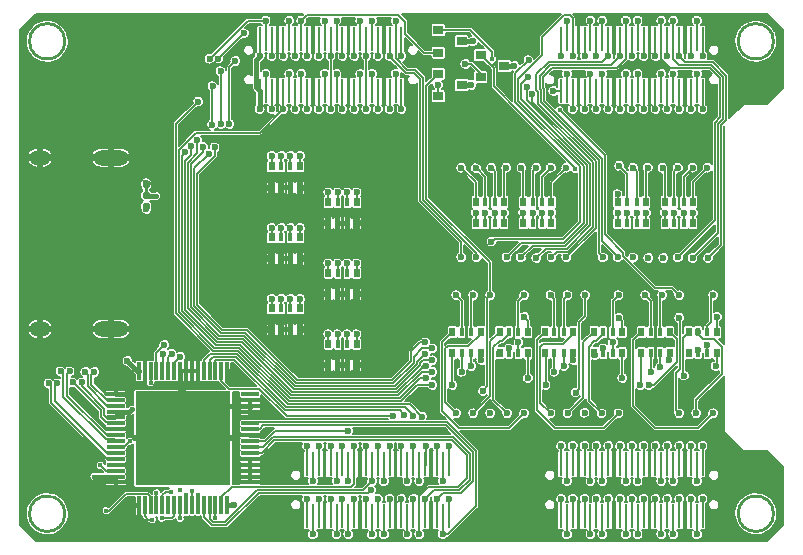
<source format=gbr>
G04 #@! TF.GenerationSoftware,KiCad,Pcbnew,(5.99.0-2671-gfc0a358ba)*
G04 #@! TF.CreationDate,2020-09-04T12:37:14+05:30*
G04 #@! TF.ProjectId,Alchitry_IO_Shield,416c6368-6974-4727-995f-494f5f536869,rev?*
G04 #@! TF.SameCoordinates,Original*
G04 #@! TF.FileFunction,Copper,L4,Bot*
G04 #@! TF.FilePolarity,Positive*
%FSLAX46Y46*%
G04 Gerber Fmt 4.6, Leading zero omitted, Abs format (unit mm)*
G04 Created by KiCad (PCBNEW (5.99.0-2671-gfc0a358ba)) date 2020-09-04 12:37:14*
%MOMM*%
%LPD*%
G01*
G04 APERTURE LIST*
G04 #@! TA.AperFunction,EtchedComponent*
%ADD10C,0.254000*%
G04 #@! TD*
G04 #@! TA.AperFunction,SMDPad,CuDef*
%ADD11R,0.250000X2.000000*%
G04 #@! TD*
G04 #@! TA.AperFunction,ComponentPad*
%ADD12O,1.800000X1.300000*%
G04 #@! TD*
G04 #@! TA.AperFunction,ComponentPad*
%ADD13O,3.000000X1.300000*%
G04 #@! TD*
G04 #@! TA.AperFunction,SMDPad,CuDef*
%ADD14R,0.500000X0.800000*%
G04 #@! TD*
G04 #@! TA.AperFunction,SMDPad,CuDef*
%ADD15R,0.400000X0.800000*%
G04 #@! TD*
G04 #@! TA.AperFunction,SMDPad,CuDef*
%ADD16R,0.300000X1.500000*%
G04 #@! TD*
G04 #@! TA.AperFunction,SMDPad,CuDef*
%ADD17R,1.500000X0.300000*%
G04 #@! TD*
G04 #@! TA.AperFunction,ComponentPad*
%ADD18C,0.600000*%
G04 #@! TD*
G04 #@! TA.AperFunction,SMDPad,CuDef*
%ADD19R,8.000000X8.000000*%
G04 #@! TD*
G04 #@! TA.AperFunction,SMDPad,CuDef*
%ADD20R,0.900000X0.800000*%
G04 #@! TD*
G04 #@! TA.AperFunction,ViaPad*
%ADD21C,0.600000*%
G04 #@! TD*
G04 #@! TA.AperFunction,ViaPad*
%ADD22C,0.400000*%
G04 #@! TD*
G04 #@! TA.AperFunction,Conductor*
%ADD23C,0.152400*%
G04 #@! TD*
G04 #@! TA.AperFunction,Conductor*
%ADD24C,0.381000*%
G04 #@! TD*
G04 #@! TA.AperFunction,Conductor*
%ADD25C,0.127000*%
G04 #@! TD*
G04 APERTURE END LIST*
D10*
X16000000Y-14500000D02*
G75*
G03*
X16000000Y-14500000I-1500000J0D01*
G01*
X76000000Y-54500000D02*
G75*
G03*
X76000000Y-54500000I-1500000J0D01*
G01*
X16000000Y-54500000D02*
G75*
G03*
X16000000Y-54500000I-1500000J0D01*
G01*
X76000000Y-14500000D02*
G75*
G03*
X76000000Y-14500000I-1500000J0D01*
G01*
D11*
X32500000Y-18700000D03*
X33000000Y-18700000D03*
X33500000Y-18700000D03*
X34000000Y-18700000D03*
X34500000Y-18700000D03*
X35000000Y-18700000D03*
X35500000Y-18700000D03*
X36000000Y-18700000D03*
X36500000Y-18700000D03*
X37000000Y-18700000D03*
X37500000Y-18700000D03*
X38000000Y-18700000D03*
X38500000Y-18700000D03*
X39000000Y-18700000D03*
X39500000Y-18700000D03*
X40000000Y-18700000D03*
X40500000Y-18700000D03*
X41000000Y-18700000D03*
X41500000Y-18700000D03*
X42000000Y-18700000D03*
X42500000Y-18700000D03*
X43000000Y-18700000D03*
X43500000Y-18700000D03*
X44000000Y-18700000D03*
X44500000Y-18700000D03*
X44500000Y-14300000D03*
X44000000Y-14300000D03*
X43500000Y-14300000D03*
X43000000Y-14300000D03*
X42500000Y-14300000D03*
X42000000Y-14300000D03*
X41500000Y-14300000D03*
X41000000Y-14300000D03*
X40500000Y-14300000D03*
X40000000Y-14300000D03*
X39500000Y-14300000D03*
X39000000Y-14300000D03*
X38500000Y-14300000D03*
X38000000Y-14300000D03*
X37500000Y-14300000D03*
X37000000Y-14300000D03*
X36500000Y-14300000D03*
X36000000Y-14300000D03*
X35500000Y-14300000D03*
X35000000Y-14300000D03*
X34500000Y-14300000D03*
X34000000Y-14300000D03*
X33500000Y-14300000D03*
X33000000Y-14300000D03*
X32500000Y-14300000D03*
X58000000Y-18700000D03*
X58500000Y-18700000D03*
X59000000Y-18700000D03*
X59500000Y-18700000D03*
X60000000Y-18700000D03*
X60500000Y-18700000D03*
X61000000Y-18700000D03*
X61500000Y-18700000D03*
X62000000Y-18700000D03*
X62500000Y-18700000D03*
X63000000Y-18700000D03*
X63500000Y-18700000D03*
X64000000Y-18700000D03*
X64500000Y-18700000D03*
X65000000Y-18700000D03*
X65500000Y-18700000D03*
X66000000Y-18700000D03*
X66500000Y-18700000D03*
X67000000Y-18700000D03*
X67500000Y-18700000D03*
X68000000Y-18700000D03*
X68500000Y-18700000D03*
X69000000Y-18700000D03*
X69500000Y-18700000D03*
X70000000Y-18700000D03*
X70000000Y-14300000D03*
X69500000Y-14300000D03*
X69000000Y-14300000D03*
X68500000Y-14300000D03*
X68000000Y-14300000D03*
X67500000Y-14300000D03*
X67000000Y-14300000D03*
X66500000Y-14300000D03*
X66000000Y-14300000D03*
X65500000Y-14300000D03*
X65000000Y-14300000D03*
X64500000Y-14300000D03*
X64000000Y-14300000D03*
X63500000Y-14300000D03*
X63000000Y-14300000D03*
X62500000Y-14300000D03*
X62000000Y-14300000D03*
X61500000Y-14300000D03*
X61000000Y-14300000D03*
X60500000Y-14300000D03*
X60000000Y-14300000D03*
X59500000Y-14300000D03*
X59000000Y-14300000D03*
X58500000Y-14300000D03*
X58000000Y-14300000D03*
X36500000Y-54700000D03*
X37000000Y-54700000D03*
X37500000Y-54700000D03*
X38000000Y-54700000D03*
X38500000Y-54700000D03*
X39000000Y-54700000D03*
X39500000Y-54700000D03*
X40000000Y-54700000D03*
X40500000Y-54700000D03*
X41000000Y-54700000D03*
X41500000Y-54700000D03*
X42000000Y-54700000D03*
X42500000Y-54700000D03*
X43000000Y-54700000D03*
X43500000Y-54700000D03*
X44000000Y-54700000D03*
X44500000Y-54700000D03*
X45000000Y-54700000D03*
X45500000Y-54700000D03*
X46000000Y-54700000D03*
X46500000Y-54700000D03*
X47000000Y-54700000D03*
X47500000Y-54700000D03*
X48000000Y-54700000D03*
X48500000Y-54700000D03*
X48500000Y-50300000D03*
X48000000Y-50300000D03*
X47500000Y-50300000D03*
X47000000Y-50300000D03*
X46500000Y-50300000D03*
X46000000Y-50300000D03*
X45500000Y-50300000D03*
X45000000Y-50300000D03*
X44500000Y-50300000D03*
X44000000Y-50300000D03*
X43500000Y-50300000D03*
X43000000Y-50300000D03*
X42500000Y-50300000D03*
X42000000Y-50300000D03*
X41500000Y-50300000D03*
X41000000Y-50300000D03*
X40500000Y-50300000D03*
X40000000Y-50300000D03*
X39500000Y-50300000D03*
X39000000Y-50300000D03*
X38500000Y-50300000D03*
X38000000Y-50300000D03*
X37500000Y-50300000D03*
X37000000Y-50300000D03*
X36500000Y-50300000D03*
X58000000Y-54700000D03*
X58500000Y-54700000D03*
X59000000Y-54700000D03*
X59500000Y-54700000D03*
X60000000Y-54700000D03*
X60500000Y-54700000D03*
X61000000Y-54700000D03*
X61500000Y-54700000D03*
X62000000Y-54700000D03*
X62500000Y-54700000D03*
X63000000Y-54700000D03*
X63500000Y-54700000D03*
X64000000Y-54700000D03*
X64500000Y-54700000D03*
X65000000Y-54700000D03*
X65500000Y-54700000D03*
X66000000Y-54700000D03*
X66500000Y-54700000D03*
X67000000Y-54700000D03*
X67500000Y-54700000D03*
X68000000Y-54700000D03*
X68500000Y-54700000D03*
X69000000Y-54700000D03*
X69500000Y-54700000D03*
X70000000Y-54700000D03*
X70000000Y-50300000D03*
X69500000Y-50300000D03*
X69000000Y-50300000D03*
X68500000Y-50300000D03*
X68000000Y-50300000D03*
X67500000Y-50300000D03*
X67000000Y-50300000D03*
X66500000Y-50300000D03*
X66000000Y-50300000D03*
X65500000Y-50300000D03*
X65000000Y-50300000D03*
X64500000Y-50300000D03*
X64000000Y-50300000D03*
X63500000Y-50300000D03*
X63000000Y-50300000D03*
X62500000Y-50300000D03*
X62000000Y-50300000D03*
X61500000Y-50300000D03*
X61000000Y-50300000D03*
X60500000Y-50300000D03*
X60000000Y-50300000D03*
X59500000Y-50300000D03*
X59000000Y-50300000D03*
X58500000Y-50300000D03*
X58000000Y-50300000D03*
D12*
X13900000Y-38850000D03*
D13*
X19900000Y-24350000D03*
D12*
X13900000Y-24350000D03*
D13*
X19900000Y-38850000D03*
D14*
X69200000Y-29900000D03*
D15*
X68400000Y-29900000D03*
X67600000Y-29900000D03*
D14*
X66800000Y-29900000D03*
X66800000Y-28100000D03*
D15*
X67600000Y-28100000D03*
X68400000Y-28100000D03*
D14*
X69200000Y-28100000D03*
X65200000Y-29900000D03*
D15*
X64400000Y-29900000D03*
X63600000Y-29900000D03*
D14*
X62800000Y-29900000D03*
X62800000Y-28100000D03*
D15*
X63600000Y-28100000D03*
X64400000Y-28100000D03*
D14*
X65200000Y-28100000D03*
X57200000Y-29900000D03*
D15*
X56400000Y-29900000D03*
X55600000Y-29900000D03*
D14*
X54800000Y-29900000D03*
X54800000Y-28100000D03*
D15*
X55600000Y-28100000D03*
X56400000Y-28100000D03*
D14*
X57200000Y-28100000D03*
X53200000Y-29900000D03*
D15*
X52400000Y-29900000D03*
X51600000Y-29900000D03*
D14*
X50800000Y-29900000D03*
X50800000Y-28100000D03*
D15*
X51600000Y-28100000D03*
X52400000Y-28100000D03*
D14*
X53200000Y-28100000D03*
D16*
X29750000Y-53800000D03*
X29250000Y-53800000D03*
X28750000Y-53800000D03*
X28250000Y-53800000D03*
X27750000Y-53800000D03*
X27250000Y-53800000D03*
X26750000Y-53800000D03*
X26250000Y-53800000D03*
X25750000Y-53800000D03*
X25250000Y-53800000D03*
X24750000Y-53800000D03*
X24250000Y-53800000D03*
X23750000Y-53800000D03*
X23250000Y-53800000D03*
X22750000Y-53800000D03*
X22250000Y-53800000D03*
D17*
X20300000Y-51850000D03*
X20300000Y-51350000D03*
X20300000Y-50850000D03*
X20300000Y-50350000D03*
X20300000Y-49850000D03*
X20300000Y-49350000D03*
X20300000Y-48850000D03*
X20300000Y-48350000D03*
X20300000Y-47850000D03*
X20300000Y-47350000D03*
X20300000Y-46850000D03*
X20300000Y-46350000D03*
X20300000Y-45850000D03*
X20300000Y-45350000D03*
X20300000Y-44850000D03*
X20300000Y-44350000D03*
D16*
X22250000Y-42400000D03*
X22750000Y-42400000D03*
X23250000Y-42400000D03*
X23750000Y-42400000D03*
X24250000Y-42400000D03*
X24750000Y-42400000D03*
X25250000Y-42400000D03*
X25750000Y-42400000D03*
X26250000Y-42400000D03*
X26750000Y-42400000D03*
X27250000Y-42400000D03*
X27750000Y-42400000D03*
X28250000Y-42400000D03*
X28750000Y-42400000D03*
X29250000Y-42400000D03*
X29750000Y-42400000D03*
D17*
X31700000Y-44350000D03*
X31700000Y-44850000D03*
X31700000Y-45350000D03*
X31700000Y-45850000D03*
X31700000Y-46350000D03*
X31700000Y-46850000D03*
X31700000Y-47350000D03*
X31700000Y-47850000D03*
X31700000Y-48350000D03*
X31700000Y-48850000D03*
X31700000Y-49350000D03*
X31700000Y-49850000D03*
X31700000Y-50350000D03*
X31700000Y-50850000D03*
X31700000Y-51350000D03*
X31700000Y-51850000D03*
D18*
X23000000Y-51100000D03*
X29000000Y-46600000D03*
X26000000Y-48100000D03*
X26000000Y-45100000D03*
X23000000Y-45100000D03*
X27500000Y-48100000D03*
X27500000Y-51100000D03*
X29000000Y-48100000D03*
X23000000Y-48100000D03*
X29000000Y-45100000D03*
X24500000Y-51100000D03*
X27500000Y-49600000D03*
X24500000Y-49600000D03*
X27500000Y-46600000D03*
X29000000Y-49600000D03*
X23000000Y-49600000D03*
X24500000Y-46600000D03*
X29000000Y-51100000D03*
X24500000Y-45100000D03*
D19*
X26000000Y-48100000D03*
D18*
X27500000Y-45100000D03*
X26000000Y-46600000D03*
X23000000Y-46600000D03*
X26000000Y-51100000D03*
X24500000Y-48100000D03*
X26000000Y-49600000D03*
D14*
X35900000Y-38900000D03*
D15*
X35100000Y-38900000D03*
X34300000Y-38900000D03*
D14*
X33500000Y-38900000D03*
X33500000Y-37100000D03*
D15*
X34300000Y-37100000D03*
X35100000Y-37100000D03*
D14*
X35900000Y-37100000D03*
X40700000Y-35900000D03*
D15*
X39900000Y-35900000D03*
X39100000Y-35900000D03*
D14*
X38300000Y-35900000D03*
X38300000Y-34100000D03*
D15*
X39100000Y-34100000D03*
X39900000Y-34100000D03*
D14*
X40700000Y-34100000D03*
X40700000Y-29900000D03*
D15*
X39900000Y-29900000D03*
X39100000Y-29900000D03*
D14*
X38300000Y-29900000D03*
X38300000Y-28100000D03*
D15*
X39100000Y-28100000D03*
X39900000Y-28100000D03*
D14*
X40700000Y-28100000D03*
X35900000Y-32900000D03*
D15*
X35100000Y-32900000D03*
X34300000Y-32900000D03*
D14*
X33500000Y-32900000D03*
X33500000Y-31100000D03*
D15*
X34300000Y-31100000D03*
X35100000Y-31100000D03*
D14*
X35900000Y-31100000D03*
X35900000Y-26900000D03*
D15*
X35100000Y-26900000D03*
X34300000Y-26900000D03*
D14*
X33500000Y-26900000D03*
X33500000Y-25100000D03*
D15*
X34300000Y-25100000D03*
X35100000Y-25100000D03*
D14*
X35900000Y-25100000D03*
X40700000Y-41900000D03*
D15*
X39900000Y-41900000D03*
X39100000Y-41900000D03*
D14*
X38300000Y-41900000D03*
X38300000Y-40100000D03*
D15*
X39100000Y-40100000D03*
X39900000Y-40100000D03*
D14*
X40700000Y-40100000D03*
G04 #@! TA.AperFunction,SMDPad,CuDef*
G36*
G01*
X22727500Y-26305000D02*
X23072500Y-26305000D01*
G75*
G02*
X23220000Y-26452500I0J-147500D01*
G01*
X23220000Y-26747500D01*
G75*
G02*
X23072500Y-26895000I-147500J0D01*
G01*
X22727500Y-26895000D01*
G75*
G02*
X22580000Y-26747500I0J147500D01*
G01*
X22580000Y-26452500D01*
G75*
G02*
X22727500Y-26305000I147500J0D01*
G01*
G37*
G04 #@! TD.AperFunction*
G04 #@! TA.AperFunction,SMDPad,CuDef*
G36*
G01*
X22750000Y-27440000D02*
X22750000Y-26640000D01*
G75*
G02*
X22825000Y-26565000I75000J0D01*
G01*
X22975000Y-26565000D01*
G75*
G02*
X23050000Y-26640000I0J-75000D01*
G01*
X23050000Y-27440000D01*
G75*
G02*
X22975000Y-27515000I-75000J0D01*
G01*
X22825000Y-27515000D01*
G75*
G02*
X22750000Y-27440000I0J75000D01*
G01*
G37*
G04 #@! TD.AperFunction*
G04 #@! TA.AperFunction,SMDPad,CuDef*
G36*
G01*
X22727500Y-27275000D02*
X23072500Y-27275000D01*
G75*
G02*
X23220000Y-27422500I0J-147500D01*
G01*
X23220000Y-27717500D01*
G75*
G02*
X23072500Y-27865000I-147500J0D01*
G01*
X22727500Y-27865000D01*
G75*
G02*
X22580000Y-27717500I0J147500D01*
G01*
X22580000Y-27422500D01*
G75*
G02*
X22727500Y-27275000I147500J0D01*
G01*
G37*
G04 #@! TD.AperFunction*
G04 #@! TA.AperFunction,SMDPad,CuDef*
G36*
G01*
X22727500Y-28190000D02*
X23072500Y-28190000D01*
G75*
G02*
X23220000Y-28337500I0J-147500D01*
G01*
X23220000Y-28632500D01*
G75*
G02*
X23072500Y-28780000I-147500J0D01*
G01*
X22727500Y-28780000D01*
G75*
G02*
X22580000Y-28632500I0J147500D01*
G01*
X22580000Y-28337500D01*
G75*
G02*
X22727500Y-28190000I147500J0D01*
G01*
G37*
G04 #@! TD.AperFunction*
D20*
X47600000Y-15450000D03*
X47600000Y-13550000D03*
X49600000Y-14500000D03*
X51200000Y-17550000D03*
X51200000Y-15650000D03*
X53200000Y-16600000D03*
X47600000Y-19150000D03*
X47600000Y-17250000D03*
X49600000Y-18200000D03*
D14*
X71200000Y-40900000D03*
D15*
X70400000Y-40900000D03*
X69600000Y-40900000D03*
D14*
X68800000Y-40900000D03*
X68800000Y-39100000D03*
D15*
X69600000Y-39100000D03*
X70400000Y-39100000D03*
D14*
X71200000Y-39100000D03*
X63200000Y-40900000D03*
D15*
X62400000Y-40900000D03*
X61600000Y-40900000D03*
D14*
X60800000Y-40900000D03*
X60800000Y-39100000D03*
D15*
X61600000Y-39100000D03*
X62400000Y-39100000D03*
D14*
X63200000Y-39100000D03*
X67200000Y-40900000D03*
D15*
X66400000Y-40900000D03*
X65600000Y-40900000D03*
D14*
X64800000Y-40900000D03*
X64800000Y-39100000D03*
D15*
X65600000Y-39100000D03*
X66400000Y-39100000D03*
D14*
X67200000Y-39100000D03*
X59050000Y-40900000D03*
D15*
X58250000Y-40900000D03*
X57450000Y-40900000D03*
D14*
X56650000Y-40900000D03*
X56650000Y-39100000D03*
D15*
X57450000Y-39100000D03*
X58250000Y-39100000D03*
D14*
X59050000Y-39100000D03*
X55200000Y-40900000D03*
D15*
X54400000Y-40900000D03*
X53600000Y-40900000D03*
D14*
X52800000Y-40900000D03*
X52800000Y-39100000D03*
D15*
X53600000Y-39100000D03*
X54400000Y-39100000D03*
D14*
X55200000Y-39100000D03*
X51200000Y-40900000D03*
D15*
X50400000Y-40900000D03*
X49600000Y-40900000D03*
D14*
X48800000Y-40900000D03*
X48800000Y-39100000D03*
D15*
X49600000Y-39100000D03*
X50400000Y-39100000D03*
D14*
X51200000Y-39100000D03*
D21*
X65500000Y-51750000D03*
X17000000Y-31000000D03*
X47000000Y-56217768D03*
X40000000Y-17250000D03*
X62500000Y-51750000D03*
X62500000Y-12750000D03*
X38000000Y-56250000D03*
X68510000Y-51750000D03*
X68500000Y-56250000D03*
X43000000Y-12750000D03*
X16000000Y-27000000D03*
X43000000Y-17250000D03*
X17000000Y-48450000D03*
X65500000Y-17250000D03*
X18000000Y-30000000D03*
X16000000Y-29000000D03*
X34000000Y-12750000D03*
X23000000Y-34000000D03*
X34000000Y-17250000D03*
X59500000Y-56250000D03*
X23000000Y-36000000D03*
X17000000Y-28000000D03*
X17000000Y-30000000D03*
X32800000Y-55400000D03*
X38000000Y-51750000D03*
X37000000Y-17250000D03*
X17000000Y-27000000D03*
X41000000Y-56250000D03*
X23000000Y-32000000D03*
X23000000Y-33000000D03*
X23000000Y-35000000D03*
X18000000Y-28000000D03*
X59500000Y-12750000D03*
X59500000Y-17250000D03*
X44000000Y-56250000D03*
X32800000Y-45850000D03*
X30500000Y-43340000D03*
X41000000Y-47509426D03*
X16000000Y-28000000D03*
X68500000Y-12750000D03*
X18000000Y-27000000D03*
X44000000Y-51750000D03*
X62500000Y-56250000D03*
X32751936Y-47801936D03*
X41000000Y-51750000D03*
X37000000Y-12750000D03*
X40000000Y-12750000D03*
D22*
X18000000Y-52000000D03*
D21*
X16000000Y-32000000D03*
X17000000Y-29000000D03*
X47000000Y-51750000D03*
X16000000Y-31000000D03*
X62500000Y-17250000D03*
X23000000Y-31000000D03*
X21600000Y-44350000D03*
X68500000Y-17250000D03*
X65500000Y-56250000D03*
X23000000Y-30000000D03*
X18000000Y-29000000D03*
X59500000Y-51750000D03*
X16000000Y-30000000D03*
X65500000Y-12750000D03*
X14613661Y-43469702D03*
X15366061Y-43469702D03*
X15645461Y-42451451D03*
X16397861Y-42451451D03*
X16677261Y-43376184D03*
X17429661Y-43376184D03*
X17723800Y-42500000D03*
X18476200Y-42500000D03*
X35500000Y-20250000D03*
X39500000Y-53250000D03*
X50800000Y-29000000D03*
X64000000Y-48750000D03*
D22*
X21650000Y-45650000D03*
D21*
X60998552Y-20248552D03*
X45500000Y-53250000D03*
X55600000Y-29000000D03*
X44500000Y-15750000D03*
X70000000Y-53250000D03*
X51600000Y-29000000D03*
X42500000Y-48750000D03*
X54800000Y-29000000D03*
X56400000Y-29000000D03*
X53200000Y-29000000D03*
D22*
X21491906Y-48373494D03*
D21*
X50530000Y-14500000D03*
X63600000Y-29000000D03*
X66800000Y-29000000D03*
X42500000Y-53250000D03*
X64000000Y-20250000D03*
X61000000Y-53250000D03*
X54060000Y-16590000D03*
X44500000Y-20250000D03*
X64400000Y-29000000D03*
X65200000Y-29000000D03*
X64000000Y-53250000D03*
X30350000Y-53750000D03*
X50398922Y-18193054D03*
X35500000Y-15750000D03*
X67000000Y-20250000D03*
X41500000Y-15750000D03*
D22*
X18450000Y-51350000D03*
X23750000Y-27600000D03*
D21*
X61000000Y-15750000D03*
X67000000Y-48750000D03*
X64000000Y-15750000D03*
X70000000Y-15750000D03*
X61000000Y-48750000D03*
X41500000Y-20250000D03*
X57200000Y-29000000D03*
X68400000Y-29000000D03*
X67000000Y-53250000D03*
D22*
X25778635Y-52514318D03*
D21*
X70000000Y-20250000D03*
X39500000Y-48750000D03*
X52400000Y-29000000D03*
X69200000Y-29000000D03*
X67600000Y-29000000D03*
X21300000Y-41575000D03*
D22*
X25000000Y-52650000D03*
D21*
X67000000Y-15750000D03*
X62800000Y-29000000D03*
X38500000Y-15750000D03*
X70000000Y-48750000D03*
X22900000Y-26512500D03*
X38500000Y-20250000D03*
X32498157Y-20248157D03*
X22900000Y-28700000D03*
X32500000Y-15750000D03*
D22*
X26250000Y-52900000D03*
X26750042Y-52583348D03*
X27250000Y-52900000D03*
X23750000Y-52750000D03*
X19500000Y-54250000D03*
D21*
X48000000Y-56217764D03*
X47500000Y-53250000D03*
X46500000Y-53250000D03*
X46000000Y-56250000D03*
X40000000Y-47509425D03*
X40000000Y-51750000D03*
X40500000Y-48749992D03*
X41500000Y-48749994D03*
X41946979Y-52496694D03*
X42000000Y-51750000D03*
X47994844Y-51744844D03*
X46242998Y-46274404D03*
X45482485Y-46207564D03*
X47500000Y-48749988D03*
X46600000Y-48749992D03*
X44738342Y-46156914D03*
X46000000Y-51750000D03*
X43750000Y-46250000D03*
X24400000Y-40200000D03*
X45000000Y-51750008D03*
X24312442Y-40981231D03*
X44500000Y-48749994D03*
X43500000Y-48750000D03*
X25040665Y-40946694D03*
X43000000Y-51750000D03*
X25767674Y-41198532D03*
X68000000Y-20250000D03*
X33500000Y-24200000D03*
X67500000Y-17250000D03*
X40700000Y-39300000D03*
X66500000Y-17250000D03*
X39900000Y-39300000D03*
X66000000Y-20250000D03*
X39100000Y-39300000D03*
X65000000Y-20250000D03*
X38300000Y-39300000D03*
X64500000Y-17250000D03*
X35900000Y-36300000D03*
X63500000Y-17250000D03*
X35100000Y-36300000D03*
X63000000Y-20250000D03*
X34300000Y-36300000D03*
X62000000Y-20250000D03*
X33500000Y-36300000D03*
X61500000Y-17250000D03*
X40700000Y-33300000D03*
X60500000Y-17250000D03*
X39900000Y-33300000D03*
X60000000Y-20250000D03*
X39100000Y-33300000D03*
X59000000Y-20250000D03*
X38300000Y-33300000D03*
X58500000Y-17250000D03*
X35900000Y-30300000D03*
X44000000Y-17250000D03*
X35100000Y-30300000D03*
X43500000Y-20250000D03*
X34300000Y-30300000D03*
X42500000Y-20250000D03*
X33500000Y-30300000D03*
X42000000Y-17250000D03*
X40700000Y-27300000D03*
X41000000Y-17250000D03*
X39900000Y-27300000D03*
X40500000Y-20250000D03*
X39100000Y-27300000D03*
X39500000Y-20250000D03*
X38300000Y-27300000D03*
X39000000Y-17250000D03*
X35900000Y-24200000D03*
X38000000Y-17250000D03*
X35100000Y-24200000D03*
X37500000Y-20250000D03*
X34300000Y-24200000D03*
D22*
X23250000Y-43400000D03*
X19000000Y-50400000D03*
X28750000Y-54850000D03*
X23400000Y-55000000D03*
X24200000Y-54900000D03*
X25750000Y-54900000D03*
D21*
X66600000Y-25200000D03*
X67900000Y-25200000D03*
X69150000Y-25200000D03*
X70400000Y-25200000D03*
X62800000Y-27450000D03*
X62918686Y-25031314D03*
X64100000Y-25200000D03*
X65350000Y-25200000D03*
X54650000Y-25200000D03*
X55900000Y-25200000D03*
X70450000Y-32850000D03*
X68000000Y-15750000D03*
X67500000Y-12750000D03*
X69150000Y-32850000D03*
X67900000Y-32800000D03*
X66500000Y-12750000D03*
X66650000Y-32850000D03*
X66000000Y-15750000D03*
X65000000Y-15750000D03*
X65400000Y-32850000D03*
X64500000Y-12750000D03*
X64100000Y-32800000D03*
X62800000Y-32750000D03*
X63500000Y-12750000D03*
X63000000Y-15750000D03*
X61550000Y-32800000D03*
X58450000Y-32800000D03*
X62000000Y-15750000D03*
X57200000Y-32800000D03*
X61500000Y-12750000D03*
X55585989Y-18999999D03*
X55135800Y-18330326D03*
X55900000Y-32850000D03*
X60500000Y-12750000D03*
X54600000Y-32800000D03*
X55220841Y-17551613D03*
X60000000Y-15750000D03*
X59000000Y-15750000D03*
X53400000Y-32800000D03*
X55253164Y-16103164D03*
X58500000Y-12750000D03*
X52120000Y-31460000D03*
X44000000Y-12750000D03*
X50850000Y-32800000D03*
X49550000Y-32800000D03*
X43500000Y-15750000D03*
X42500000Y-15750000D03*
X42000000Y-12750000D03*
X41000000Y-12750000D03*
X40500000Y-15750000D03*
X39500000Y-15750000D03*
X39000000Y-12750000D03*
X38000000Y-12750000D03*
X37500000Y-15750000D03*
X57150000Y-25200000D03*
X58450000Y-25200000D03*
X49550000Y-25200000D03*
X50800000Y-25250000D03*
X52100000Y-25200000D03*
X53350000Y-25200000D03*
X57340000Y-18700000D03*
X58000000Y-15750000D03*
X36500000Y-53250000D03*
X37000000Y-56249994D03*
X37500000Y-53250000D03*
X38500000Y-53250004D03*
X39000000Y-56250000D03*
X40000000Y-56250000D03*
X40500000Y-53250000D03*
X41500000Y-53250000D03*
X29197744Y-21494510D03*
X60850009Y-41050000D03*
X46500000Y-41000000D03*
X34500000Y-15750000D03*
X68850009Y-40994158D03*
X29190000Y-17040000D03*
X27681948Y-23436801D03*
X52778374Y-40990510D03*
X36500000Y-20250000D03*
X64700000Y-43600000D03*
X47100000Y-43600000D03*
X56700000Y-43600000D03*
X33000000Y-12750000D03*
X48800000Y-43600000D03*
X28250000Y-15970000D03*
X27300000Y-19600000D03*
X28172448Y-24010000D03*
X69600000Y-40600000D03*
X53600000Y-40500000D03*
X29924747Y-21494510D03*
X47100000Y-40500000D03*
X33500000Y-15750000D03*
X61600000Y-40500000D03*
X30430000Y-16169500D03*
X49890000Y-16410000D03*
X36500000Y-15750000D03*
X42000000Y-56250000D03*
X26690500Y-23360902D03*
X66400000Y-42050000D03*
X50393439Y-41990510D03*
X58250000Y-41990510D03*
X33500000Y-20250000D03*
X46571619Y-41999344D03*
X27191448Y-22831448D03*
X47100000Y-41500000D03*
X51250000Y-41500000D03*
X31150000Y-13820000D03*
X67156764Y-41490707D03*
X28500000Y-18300000D03*
X59050000Y-41481020D03*
X29000000Y-15960000D03*
X28472866Y-21550031D03*
X35000000Y-12750000D03*
X43000000Y-56250000D03*
X43500000Y-53250000D03*
X44500000Y-53250000D03*
X28681086Y-23490559D03*
X54400000Y-40000000D03*
X35000000Y-17250000D03*
X62400000Y-40000000D03*
X46500000Y-40000000D03*
X70400000Y-40181011D03*
X36000000Y-12750000D03*
X26200000Y-23900000D03*
X49600000Y-42481012D03*
X33000000Y-17250000D03*
X57450000Y-42481011D03*
X47100000Y-42500000D03*
X65606006Y-42481020D03*
X45000000Y-56250000D03*
X48500000Y-53253210D03*
X34500000Y-20250000D03*
X71100000Y-42000000D03*
X55200000Y-43000000D03*
X46585925Y-43014075D03*
X63200000Y-43000000D03*
X47600000Y-18200000D03*
X36000000Y-17250000D03*
X69500000Y-17250000D03*
X69000000Y-20250000D03*
X69000000Y-15750000D03*
X69500000Y-12750000D03*
X48550000Y-48750000D03*
X45500000Y-48750000D03*
X39000000Y-51750000D03*
X36500000Y-48750000D03*
X58000000Y-53250000D03*
X58500000Y-56250000D03*
X59000000Y-53250000D03*
X60000000Y-53250000D03*
X60500000Y-56250000D03*
X61500000Y-56250000D03*
X62000000Y-53250000D03*
X63000000Y-53250000D03*
X63500000Y-56250000D03*
X64500000Y-56250000D03*
X65000000Y-53250000D03*
X66000000Y-53250000D03*
X37000000Y-51750000D03*
X66500000Y-56250000D03*
X67500000Y-56250000D03*
X38500000Y-48750008D03*
X68000000Y-53250000D03*
X69000000Y-53250000D03*
X69500000Y-56250000D03*
X69500000Y-51750000D03*
X69000000Y-48750000D03*
X37500000Y-48750008D03*
X68000000Y-48750000D03*
X67500000Y-51750000D03*
X66500000Y-51750000D03*
X66000000Y-48750000D03*
X65427011Y-43600473D03*
X68400000Y-42800000D03*
D22*
X57888155Y-20311845D03*
X52200000Y-16000000D03*
D21*
X68000000Y-46000000D03*
X68000000Y-37900000D03*
X68000000Y-36000000D03*
X69600000Y-39100000D03*
X69440000Y-46000000D03*
X70880000Y-46000000D03*
X70880000Y-36000000D03*
X71200000Y-37827040D03*
X66560000Y-36000000D03*
X65120000Y-36000000D03*
X57120000Y-46000000D03*
X58560000Y-46000000D03*
D22*
X59209500Y-25323487D03*
D21*
X60000000Y-45950000D03*
X60050000Y-36000000D03*
X59238468Y-44239261D03*
X61440000Y-46000000D03*
X62880000Y-46000000D03*
X62880000Y-36000000D03*
X62890510Y-37900000D03*
X58560000Y-36000000D03*
X57120000Y-36000000D03*
X49120000Y-46000000D03*
X50560000Y-46000000D03*
X52000000Y-46000000D03*
X51400000Y-44100000D03*
X52000000Y-36000000D03*
X53440000Y-46000000D03*
X54880000Y-46000000D03*
X54880000Y-36000000D03*
X54900000Y-37850000D03*
X50560000Y-36000000D03*
X49120000Y-36000000D03*
X65000000Y-48750000D03*
X64500000Y-51750000D03*
X63500000Y-51750000D03*
X63000000Y-48750000D03*
X62000000Y-48750000D03*
X61500000Y-51750000D03*
X60500000Y-51750000D03*
X60000000Y-48750000D03*
X59000000Y-48750000D03*
X58500000Y-51749996D03*
X58000000Y-48750000D03*
D23*
X65500000Y-51750000D02*
X65500000Y-50250000D01*
D24*
X31700000Y-47850000D02*
X32703872Y-47850000D01*
D23*
X65500000Y-54700000D02*
X65500000Y-56250000D01*
X34000000Y-17250000D02*
X34000000Y-18750000D01*
D25*
X68500000Y-14300000D02*
X68500000Y-12750000D01*
X40000000Y-14300000D02*
X40000000Y-12750000D01*
D24*
X25750000Y-43387500D02*
X25750000Y-44850000D01*
D25*
X44000000Y-56250000D02*
X44000000Y-54700000D01*
X68500000Y-50300000D02*
X68500000Y-51740000D01*
D24*
X29750000Y-43060000D02*
X29750000Y-42400000D01*
D25*
X37000000Y-12750000D02*
X37000000Y-14300000D01*
D24*
X21600000Y-44350000D02*
X20300000Y-44350000D01*
D23*
X47000000Y-54750000D02*
X47000000Y-56217768D01*
D24*
X32800000Y-45850000D02*
X31700000Y-45850000D01*
D25*
X68500000Y-51740000D02*
X68510000Y-51750000D01*
D23*
X68500000Y-54700000D02*
X68500000Y-56250000D01*
D25*
X44000000Y-50300000D02*
X44000000Y-51750000D01*
D24*
X25750000Y-44850000D02*
X26000000Y-45100000D01*
X31750000Y-45350000D02*
X28750000Y-45350000D01*
X30500000Y-43340000D02*
X30030000Y-43340000D01*
D25*
X62500000Y-14300000D02*
X62500000Y-12750000D01*
X34000000Y-12750000D02*
X34000000Y-14300000D01*
X43000000Y-12750000D02*
X43000000Y-14300000D01*
X47000000Y-50300000D02*
X47000000Y-51750000D01*
D24*
X31700000Y-45350000D02*
X31750000Y-45350000D01*
D25*
X41000000Y-54700000D02*
X41000000Y-56250000D01*
X41000000Y-50300000D02*
X41000000Y-51750000D01*
D23*
X59500000Y-54700000D02*
X59500000Y-56250000D01*
D24*
X25750000Y-42400000D02*
X25750000Y-43387500D01*
D25*
X38000000Y-50300000D02*
X38000000Y-51750000D01*
X38000000Y-54700000D02*
X38000000Y-56250000D01*
X59500000Y-50300000D02*
X59500000Y-51750000D01*
D24*
X32703872Y-47850000D02*
X32751936Y-47801936D01*
D25*
X59500000Y-14300000D02*
X59500000Y-12750000D01*
D24*
X30030000Y-43340000D02*
X29750000Y-43060000D01*
D23*
X62500000Y-54700000D02*
X62500000Y-56250000D01*
D25*
X62500000Y-50300000D02*
X62500000Y-51750000D01*
X65500000Y-12750000D02*
X65500000Y-14300000D01*
D23*
X14837461Y-45084262D02*
X19603199Y-49850000D01*
X14613661Y-43469702D02*
X14837461Y-43693502D01*
X14837461Y-43693502D02*
X14837461Y-45084262D01*
X19603199Y-49850000D02*
X20300000Y-49850000D01*
X15366061Y-43469702D02*
X15142261Y-43693502D01*
X15142261Y-43693502D02*
X15142261Y-44958023D01*
X19534238Y-49350000D02*
X20231053Y-49350000D01*
X15142261Y-44958023D02*
X19534238Y-49350000D01*
X20231053Y-49350000D02*
X20300000Y-49350000D01*
X15645461Y-42451451D02*
X15869261Y-42675251D01*
X20153201Y-48203201D02*
X20300000Y-48350000D01*
X15869261Y-44616062D02*
X19456400Y-48203201D01*
X19456400Y-48203201D02*
X20153201Y-48203201D01*
X15869261Y-42675251D02*
X15869261Y-44616062D01*
X19534238Y-47850000D02*
X20231053Y-47850000D01*
X16174061Y-42675251D02*
X16174061Y-44489823D01*
X16397861Y-42451451D02*
X16174061Y-42675251D01*
X20231053Y-47850000D02*
X20300000Y-47850000D01*
X16174061Y-44489823D02*
X19534238Y-47850000D01*
X16677261Y-43376184D02*
X19042008Y-45740931D01*
X19042008Y-46288809D02*
X19505599Y-46752400D01*
X19042008Y-45740931D02*
X19042008Y-46288809D01*
X19505599Y-46752400D02*
X20202400Y-46752400D01*
X20202400Y-46752400D02*
X20300000Y-46850000D01*
X19346799Y-46162561D02*
X19631838Y-46447600D01*
X20202400Y-46447600D02*
X20300000Y-46350000D01*
X17429661Y-43697531D02*
X19346799Y-45614669D01*
X19346799Y-45614669D02*
X19346799Y-46162561D01*
X19631838Y-46447600D02*
X20202400Y-46447600D01*
X17429661Y-43376184D02*
X17429661Y-43697531D01*
X17947600Y-42723800D02*
X17947600Y-43694401D01*
X19603199Y-45350000D02*
X20300000Y-45350000D01*
X17947600Y-43694401D02*
X19603199Y-45350000D01*
X17723800Y-42500000D02*
X17947600Y-42723800D01*
X18252400Y-42723800D02*
X18252400Y-43568162D01*
X18252400Y-43568162D02*
X19534238Y-44850000D01*
X19534238Y-44850000D02*
X20231053Y-44850000D01*
X18476200Y-42500000D02*
X18252400Y-42723800D01*
X20231053Y-44850000D02*
X20300000Y-44850000D01*
X35500000Y-20250000D02*
X35500000Y-18750000D01*
X64000000Y-53250000D02*
X64000000Y-54750000D01*
D25*
X44500000Y-14300000D02*
X44500000Y-15750000D01*
D24*
X54050000Y-16600000D02*
X54060000Y-16590000D01*
D25*
X63600000Y-29900000D02*
X63600000Y-29000000D01*
X66800000Y-29900000D02*
X66800000Y-29000000D01*
X21015400Y-48850000D02*
X21491906Y-48373494D01*
X61000000Y-20247104D02*
X60998552Y-20248552D01*
X67000000Y-18700000D02*
X67000000Y-20250000D01*
X39500000Y-50300000D02*
X39500000Y-48750000D01*
X69200000Y-29000000D02*
X69200000Y-29900000D01*
X41500000Y-20250000D02*
X41500000Y-18700000D01*
X41500000Y-14300000D02*
X41500000Y-15750000D01*
X67000000Y-48750000D02*
X67000000Y-50300000D01*
X61000000Y-18700000D02*
X61000000Y-20247104D01*
X67000000Y-14300000D02*
X67000000Y-15750000D01*
X53200000Y-29900000D02*
X53200000Y-29000000D01*
X39500000Y-54700000D02*
X39500000Y-53250000D01*
X70000000Y-20250000D02*
X70000000Y-18700000D01*
X50800000Y-29900000D02*
X50800000Y-29000000D01*
D23*
X70000000Y-53250000D02*
X70000000Y-54750000D01*
X61000000Y-53250000D02*
X61000000Y-54750000D01*
D24*
X22250000Y-42400000D02*
X22125000Y-42400000D01*
X21650000Y-45650000D02*
X21450000Y-45850000D01*
D25*
X55600000Y-29900000D02*
X55600000Y-29000000D01*
X35500000Y-14300000D02*
X35500000Y-15750000D01*
X38500000Y-14300000D02*
X38500000Y-15750000D01*
D24*
X18450000Y-51350000D02*
X20300000Y-51350000D01*
D25*
X24250000Y-53800000D02*
X24250000Y-52923000D01*
X41500000Y-15750000D02*
X41500000Y-18700000D01*
X38500000Y-15750000D02*
X38500000Y-18700000D01*
X42500000Y-50300000D02*
X42500000Y-48750000D01*
X20300000Y-45850000D02*
X21177000Y-45850000D01*
X42500000Y-54700000D02*
X42500000Y-53250000D01*
X52400000Y-29900000D02*
X52400000Y-29000000D01*
D24*
X22125000Y-42400000D02*
X21300000Y-41575000D01*
D25*
X67600000Y-29900000D02*
X67600000Y-29000000D01*
X38500000Y-18700000D02*
X38500000Y-20250000D01*
X68400000Y-29900000D02*
X68400000Y-29000000D01*
X64000000Y-18700000D02*
X64000000Y-20250000D01*
X64000000Y-50300000D02*
X64000000Y-48750000D01*
D24*
X23750000Y-27600000D02*
X22930000Y-27600000D01*
D25*
X57200000Y-29900000D02*
X57200000Y-29000000D01*
X65200000Y-29900000D02*
X65200000Y-29000000D01*
X70000000Y-14300000D02*
X70000000Y-15750000D01*
X24250000Y-52923000D02*
X24523000Y-52650000D01*
D23*
X67000000Y-53250000D02*
X67000000Y-54750000D01*
D25*
X70000000Y-50300000D02*
X70000000Y-48750000D01*
X61000000Y-50300000D02*
X61000000Y-48750000D01*
X64000000Y-14300000D02*
X64000000Y-15750000D01*
X24523000Y-52650000D02*
X25000000Y-52650000D01*
D24*
X30350000Y-53750000D02*
X29800000Y-53750000D01*
X22900000Y-26512500D02*
X23012500Y-26512500D01*
D25*
X64400000Y-29900000D02*
X64400000Y-29000000D01*
X61000000Y-14300000D02*
X61000000Y-15750000D01*
D24*
X49600000Y-18200000D02*
X50391976Y-18200000D01*
X50391976Y-18200000D02*
X50398922Y-18193054D01*
D25*
X45500000Y-54700000D02*
X45500000Y-53250000D01*
D24*
X53200000Y-16600000D02*
X54050000Y-16600000D01*
X29800000Y-53750000D02*
X29750000Y-53800000D01*
D25*
X51600000Y-29900000D02*
X51600000Y-29000000D01*
X54800000Y-29900000D02*
X54800000Y-29000000D01*
D24*
X21450000Y-45850000D02*
X20300000Y-45850000D01*
D25*
X62800000Y-29900000D02*
X62800000Y-29000000D01*
D24*
X49600000Y-14500000D02*
X50530000Y-14500000D01*
D25*
X56400000Y-29900000D02*
X56400000Y-29000000D01*
X20300000Y-48850000D02*
X21015400Y-48850000D01*
X44500000Y-18700000D02*
X44500000Y-20250000D01*
D24*
X22930000Y-27600000D02*
X22900000Y-27570000D01*
D23*
X32500000Y-14300000D02*
X32500000Y-15750000D01*
D24*
X32500000Y-18700000D02*
X32500000Y-20246314D01*
X32500000Y-20246314D02*
X32498157Y-20248157D01*
X32200001Y-16049999D02*
X32500000Y-15750000D01*
X32200001Y-18400001D02*
X32200001Y-16049999D01*
X32500000Y-18700000D02*
X32200001Y-18400001D01*
D25*
X26250000Y-53800000D02*
X26250000Y-52900000D01*
X26750000Y-52583390D02*
X26750042Y-52583348D01*
X26750000Y-53800000D02*
X26750000Y-52583390D01*
X27250000Y-53800000D02*
X27250000Y-52900000D01*
X23750000Y-53800000D02*
X23750000Y-52750000D01*
X23250000Y-53057098D02*
X23052401Y-52859499D01*
X21140501Y-52859499D02*
X19750000Y-54250000D01*
X23250000Y-53800000D02*
X23250000Y-53057098D01*
X23052401Y-52859499D02*
X21140501Y-52859499D01*
X19750000Y-54250000D02*
X19500000Y-54250000D01*
D23*
X48000000Y-54750000D02*
X48000000Y-56217764D01*
D25*
X50800000Y-53842028D02*
X48424264Y-56217764D01*
X31700000Y-46850000D02*
X31785096Y-46764904D01*
X31785096Y-46764904D02*
X48368521Y-46764904D01*
X48424264Y-56217764D02*
X48000000Y-56217764D01*
X50800000Y-49196383D02*
X50800000Y-53842028D01*
X48368521Y-46764904D02*
X50800000Y-49196383D01*
X49541978Y-52758022D02*
X47991978Y-52758022D01*
X48263307Y-47018915D02*
X50545990Y-49301598D01*
X32477928Y-47350000D02*
X32809013Y-47018915D01*
D23*
X47500000Y-54700000D02*
X47500000Y-53250000D01*
D25*
X47991978Y-52758022D02*
X47500000Y-53250000D01*
X50545990Y-49301598D02*
X50545990Y-51754010D01*
X50545990Y-51754010D02*
X49541978Y-52758022D01*
X32809013Y-47018915D02*
X48263307Y-47018915D01*
X31700000Y-47350000D02*
X32477928Y-47350000D01*
X49395989Y-52504011D02*
X47245989Y-52504011D01*
X50291980Y-49406813D02*
X50291980Y-51608020D01*
X48885093Y-47999926D02*
X50291980Y-49406813D01*
D23*
X46500000Y-53250000D02*
X46500000Y-54750000D01*
D25*
X47245989Y-52504011D02*
X46500000Y-53250000D01*
X33639115Y-47999926D02*
X48885093Y-47999926D01*
X31700000Y-48850000D02*
X32789041Y-48850000D01*
X32789041Y-48850000D02*
X33639115Y-47999926D01*
X50291980Y-51608020D02*
X49395989Y-52504011D01*
D23*
X46000000Y-54700000D02*
X46000000Y-56250000D01*
D25*
X46000000Y-53024058D02*
X46000000Y-54700000D01*
X33744329Y-48253937D02*
X48779879Y-48253937D01*
X50037970Y-49512028D02*
X50037970Y-51502806D01*
X32648266Y-49350000D02*
X33744329Y-48253937D01*
X31700000Y-49350000D02*
X32648266Y-49350000D01*
X49290776Y-52250000D02*
X46774058Y-52250000D01*
X48779879Y-48253937D02*
X50037970Y-49512028D01*
X50037970Y-51502806D02*
X49290776Y-52250000D01*
X46774058Y-52250000D02*
X46000000Y-53024058D01*
X31700000Y-48350000D02*
X32929816Y-48350000D01*
D23*
X40000000Y-50300000D02*
X40000000Y-51750000D01*
D25*
X33770391Y-47509425D02*
X40000000Y-47509425D01*
X32929816Y-48350000D02*
X33770391Y-47509425D01*
X40225942Y-52250000D02*
X40500000Y-51975942D01*
X40500000Y-51975942D02*
X40500000Y-50300000D01*
D23*
X40500000Y-50500000D02*
X40500000Y-48749992D01*
D25*
X30119422Y-52250000D02*
X40225942Y-52250000D01*
X29250000Y-53800000D02*
X29250000Y-53119422D01*
X29250000Y-53119422D02*
X30119422Y-52250000D01*
X32401204Y-52758020D02*
X41685653Y-52758020D01*
X27750000Y-53800000D02*
X27750000Y-54787166D01*
X29664713Y-55494511D02*
X32401204Y-52758020D01*
X28457345Y-55494511D02*
X29664713Y-55494511D01*
X27750000Y-54787166D02*
X28457345Y-55494511D01*
D23*
X41500000Y-50300000D02*
X41500000Y-48749994D01*
D25*
X41685653Y-52758020D02*
X41946979Y-52496694D01*
X28250000Y-54927942D02*
X28562559Y-55240501D01*
X28562559Y-55240501D02*
X29559499Y-55240501D01*
X32295990Y-52504010D02*
X41245990Y-52504010D01*
X28250000Y-53800000D02*
X28250000Y-54927942D01*
D23*
X42000000Y-50500000D02*
X42000000Y-51750000D01*
D25*
X29559499Y-55240501D02*
X32295990Y-52504010D01*
X41245990Y-52504010D02*
X42000000Y-51750000D01*
X34850000Y-45250000D02*
X30551477Y-40951477D01*
X30551477Y-40951477D02*
X28321523Y-40951477D01*
X45218594Y-45250000D02*
X34850000Y-45250000D01*
X46242998Y-46274404D02*
X45218594Y-45250000D01*
X28321523Y-40951477D02*
X27750000Y-41523000D01*
D23*
X47994844Y-50005156D02*
X47994844Y-51744844D01*
X48000000Y-50000000D02*
X47994844Y-50005156D01*
D25*
X27750000Y-41523000D02*
X27750000Y-42400000D01*
X28567512Y-41205488D02*
X28250000Y-41523000D01*
X30446263Y-41205488D02*
X28567512Y-41205488D01*
X28250000Y-41523000D02*
X28250000Y-42400000D01*
X45482485Y-46175275D02*
X44811221Y-45504011D01*
X44811221Y-45504011D02*
X34744786Y-45504011D01*
X45482485Y-46207564D02*
X45482485Y-46175275D01*
X34744786Y-45504011D02*
X30446263Y-41205488D01*
D23*
X47500000Y-50300000D02*
X47500000Y-48749988D01*
D25*
X30341049Y-41459499D02*
X34639572Y-45758022D01*
X28750000Y-42400000D02*
X28750000Y-41523000D01*
D23*
X46500000Y-50500000D02*
X46600000Y-50400000D01*
X46600000Y-50400000D02*
X46600000Y-49174256D01*
D25*
X34639572Y-45758022D02*
X44339450Y-45758022D01*
X44339450Y-45758022D02*
X44738342Y-46156914D01*
D23*
X46600000Y-49174256D02*
X46600000Y-48749992D01*
D25*
X28750000Y-41523000D02*
X28813501Y-41459499D01*
X28813501Y-41459499D02*
X30341049Y-41459499D01*
X29900000Y-43900000D02*
X32422326Y-43900000D01*
X29250000Y-43250000D02*
X29900000Y-43900000D01*
X29250000Y-42400000D02*
X29250000Y-43250000D01*
D23*
X46000000Y-50300000D02*
X46000000Y-51750000D01*
D25*
X32422326Y-43900000D02*
X34772326Y-46250000D01*
X34772326Y-46250000D02*
X43750000Y-46250000D01*
X24400000Y-40200000D02*
X23750000Y-40850000D01*
X23750000Y-40850000D02*
X23750000Y-42400000D01*
D23*
X45000000Y-50500000D02*
X45000000Y-51750008D01*
D25*
X24312442Y-40981231D02*
X24312442Y-42337558D01*
D23*
X44500000Y-50300000D02*
X44500000Y-48749994D01*
D25*
X24312442Y-42337558D02*
X24250000Y-42400000D01*
X24750000Y-42400000D02*
X24750000Y-41237359D01*
D23*
X43500000Y-50500000D02*
X43500000Y-48750000D01*
D25*
X24750000Y-41237359D02*
X25040665Y-40946694D01*
D23*
X43000000Y-50300000D02*
X43000000Y-51750000D01*
D25*
X25250000Y-42400000D02*
X25250000Y-41716206D01*
X25250000Y-41716206D02*
X25767674Y-41198532D01*
D23*
X68000000Y-20250000D02*
X68000000Y-18750000D01*
D25*
X33500000Y-25100000D02*
X33500000Y-24200000D01*
X67500000Y-17250000D02*
X67500000Y-18700000D01*
X40700000Y-40100000D02*
X40700000Y-39300000D01*
X66500000Y-18700000D02*
X66500000Y-17250000D01*
X39900000Y-40100000D02*
X39900000Y-39300000D01*
X66000000Y-20250000D02*
X66000000Y-18700000D01*
X39100000Y-40100000D02*
X39100000Y-39300000D01*
D23*
X65000000Y-18700000D02*
X65000000Y-20250000D01*
D25*
X38300000Y-40100000D02*
X38300000Y-39300000D01*
D23*
X64500000Y-17250000D02*
X64500000Y-18750000D01*
D25*
X35900000Y-37100000D02*
X35900000Y-36300000D01*
D23*
X63500000Y-18700000D02*
X63500000Y-17250000D01*
D25*
X35100000Y-37100000D02*
X35100000Y-36300000D01*
D23*
X63000000Y-20250000D02*
X63000000Y-18750000D01*
D25*
X34300000Y-37100000D02*
X34300000Y-36300000D01*
D23*
X62000000Y-18700000D02*
X62000000Y-20250000D01*
D25*
X33500000Y-37100000D02*
X33500000Y-36300000D01*
D23*
X61500000Y-17250000D02*
X61500000Y-18750000D01*
D25*
X40700000Y-34100000D02*
X40700000Y-33300000D01*
D23*
X60500000Y-18700000D02*
X60500000Y-17250000D01*
D25*
X39900000Y-34100000D02*
X39900000Y-33300000D01*
D23*
X60000000Y-20250000D02*
X60000000Y-18750000D01*
D25*
X39100000Y-34100000D02*
X39100000Y-33300000D01*
D23*
X59000000Y-18700000D02*
X59000000Y-20250000D01*
D25*
X38300000Y-34100000D02*
X38300000Y-33300000D01*
D23*
X58500000Y-17250000D02*
X58500000Y-18750000D01*
D25*
X35900000Y-31100000D02*
X35900000Y-30300000D01*
D23*
X44000000Y-17250000D02*
X44000000Y-18750000D01*
D25*
X35100000Y-31100000D02*
X35100000Y-30300000D01*
D23*
X43500000Y-18700000D02*
X43500000Y-20250000D01*
D25*
X34300000Y-31100000D02*
X34300000Y-30300000D01*
X42500000Y-20250000D02*
X42500000Y-18700000D01*
X33500000Y-31100000D02*
X33500000Y-30300000D01*
D23*
X42000000Y-18700000D02*
X42000000Y-17250000D01*
D25*
X40700000Y-28100000D02*
X40700000Y-27300000D01*
D23*
X41000000Y-17250000D02*
X41000000Y-18750000D01*
D25*
X39900000Y-28100000D02*
X39900000Y-27300000D01*
D23*
X40500000Y-18700000D02*
X40500000Y-20250000D01*
D25*
X39100000Y-28100000D02*
X39100000Y-27300000D01*
D23*
X39500000Y-20250000D02*
X39500000Y-18750000D01*
D25*
X38300000Y-28100000D02*
X38300000Y-27300000D01*
D23*
X39000000Y-18700000D02*
X39000000Y-17250000D01*
D25*
X35900000Y-25100000D02*
X35900000Y-24200000D01*
D23*
X38000000Y-17250000D02*
X38000000Y-18750000D01*
D25*
X35100000Y-25100000D02*
X35100000Y-24200000D01*
D23*
X37500000Y-18700000D02*
X37500000Y-20250000D01*
D25*
X34300000Y-25100000D02*
X34300000Y-24200000D01*
X23250000Y-42400000D02*
X23250000Y-43400000D01*
X19000000Y-50400000D02*
X19450000Y-50850000D01*
X19450000Y-50850000D02*
X20300000Y-50850000D01*
X28750000Y-53800000D02*
X28750000Y-54850000D01*
X23073000Y-55000000D02*
X23400000Y-55000000D01*
X22750000Y-53800000D02*
X22750000Y-54677000D01*
X22750000Y-54677000D02*
X23073000Y-55000000D01*
X25250000Y-54677000D02*
X25027000Y-54900000D01*
X25250000Y-53800000D02*
X25250000Y-54677000D01*
X25027000Y-54900000D02*
X24200000Y-54900000D01*
X25750000Y-53800000D02*
X25750000Y-54900000D01*
X66600000Y-25200000D02*
X66800000Y-25400000D01*
X66800000Y-25400000D02*
X66800000Y-28100000D01*
X67900000Y-25200000D02*
X67600000Y-25500000D01*
X67600000Y-25500000D02*
X67600000Y-28100000D01*
X68400000Y-25950000D02*
X68400000Y-28100000D01*
X69150000Y-25200000D02*
X68400000Y-25950000D01*
X70400000Y-25200000D02*
X69200000Y-26400000D01*
X69200000Y-26400000D02*
X69200000Y-28100000D01*
X62800000Y-28100000D02*
X62800000Y-27450000D01*
X63600000Y-25712628D02*
X62918686Y-25031314D01*
X63600000Y-28100000D02*
X63600000Y-25712628D01*
X64100000Y-25200000D02*
X64400000Y-25500000D01*
X64400000Y-25500000D02*
X64400000Y-28100000D01*
X65200000Y-25350000D02*
X65200000Y-28100000D01*
X65350000Y-25200000D02*
X65200000Y-25350000D01*
X54800000Y-25350000D02*
X54800000Y-28100000D01*
X54650000Y-25200000D02*
X54800000Y-25350000D01*
X55600000Y-25500000D02*
X55600000Y-28100000D01*
X55900000Y-25200000D02*
X55600000Y-25500000D01*
X68000000Y-15750000D02*
X68490501Y-16240501D01*
X70840501Y-16240501D02*
X68490501Y-16240501D01*
X70450000Y-32850000D02*
X71550000Y-31750000D01*
X71550000Y-31750000D02*
X71550000Y-21600000D01*
X68490501Y-16240501D02*
X68299999Y-16049999D01*
D23*
X68000000Y-14300000D02*
X68000000Y-15750000D01*
D25*
X72000000Y-21150000D02*
X72000000Y-17400000D01*
X72000000Y-17400000D02*
X70840501Y-16240501D01*
X71550000Y-21600000D02*
X72000000Y-21150000D01*
X67500000Y-15975942D02*
X67500000Y-15427000D01*
X68018567Y-16494509D02*
X67500000Y-15975942D01*
X67500000Y-15975942D02*
X67500000Y-14300000D01*
X71745989Y-21044787D02*
X71745989Y-17505213D01*
D23*
X67500000Y-12750000D02*
X67500000Y-14250000D01*
D25*
X71295989Y-21494786D02*
X71745989Y-21044787D01*
X69150000Y-32850000D02*
X71295989Y-30704011D01*
X71745989Y-17505213D02*
X70735285Y-16494509D01*
X71295989Y-30704011D02*
X71295989Y-21494786D01*
X70735285Y-16494509D02*
X68018567Y-16494509D01*
X71491978Y-20939573D02*
X71491978Y-17610426D01*
X70630072Y-16748520D02*
X67272578Y-16748520D01*
X66500000Y-15975942D02*
X66500000Y-14300000D01*
X71041978Y-29658022D02*
X71041979Y-21389571D01*
X71041979Y-21389571D02*
X71491978Y-20939573D01*
X66500000Y-15427000D02*
X66500000Y-14300000D01*
X71491978Y-17610426D02*
X70630072Y-16748520D01*
X67272578Y-16748520D02*
X66500000Y-15975942D01*
D23*
X66500000Y-14300000D02*
X66500000Y-12750000D01*
D25*
X67900000Y-32800000D02*
X71041978Y-29658022D01*
D23*
X66000000Y-15750000D02*
X66000000Y-14250000D01*
X65000000Y-14300000D02*
X65000000Y-15750000D01*
X64500000Y-12750000D02*
X64500000Y-14250000D01*
D25*
X62800000Y-32750000D02*
X62750000Y-32750000D01*
X56584513Y-19560454D02*
X56584513Y-18554129D01*
X62725942Y-16750000D02*
X63500000Y-15975942D01*
D23*
X63500000Y-14300000D02*
X63500000Y-12750000D01*
D25*
X57209224Y-16750000D02*
X62725942Y-16750000D01*
X56584513Y-18554129D02*
X56454010Y-18423626D01*
X62800000Y-32750000D02*
X61459499Y-31409499D01*
X61459499Y-31409499D02*
X61459499Y-24435440D01*
X61459499Y-24435440D02*
X56584513Y-19560454D01*
X56454010Y-18423626D02*
X56454010Y-17505214D01*
X63500000Y-15975942D02*
X63500000Y-14300000D01*
X56454010Y-17505214D02*
X57209224Y-16750000D01*
X56330502Y-18659343D02*
X56200000Y-18528841D01*
X62254011Y-16495989D02*
X63000000Y-15750000D01*
X56200000Y-18528841D02*
X56200000Y-17400000D01*
X61205488Y-32455488D02*
X61205488Y-24540654D01*
X61550000Y-32800000D02*
X61205488Y-32455488D01*
X56330502Y-19665668D02*
X56330502Y-18659343D01*
X56200000Y-17400000D02*
X57104011Y-16495989D01*
X61205488Y-24540654D02*
X56330502Y-19665668D01*
D23*
X63000000Y-15750000D02*
X63000000Y-14250000D01*
D25*
X57104011Y-16495989D02*
X62254011Y-16495989D01*
X60951477Y-30298523D02*
X60951477Y-24645868D01*
X60951477Y-24645868D02*
X56076490Y-19770881D01*
D23*
X62000000Y-14300000D02*
X62000000Y-15750000D01*
D25*
X56958022Y-16241978D02*
X61508022Y-16241978D01*
X55900000Y-17300000D02*
X56958022Y-16241978D01*
X55900000Y-18588066D02*
X55900000Y-17300000D01*
X56076490Y-19770881D02*
X56076490Y-18764558D01*
X56076490Y-18764558D02*
X55900000Y-18588066D01*
X58450000Y-32800000D02*
X60951477Y-30298523D01*
X61508022Y-16241978D02*
X62000000Y-15750000D01*
X58581277Y-32309499D02*
X60697466Y-30193310D01*
X55585989Y-19639601D02*
X55585989Y-18999999D01*
D23*
X61500000Y-12750000D02*
X61500000Y-14500000D01*
D25*
X57690501Y-32309499D02*
X58581277Y-32309499D01*
X60697466Y-24751078D02*
X55585989Y-19639601D01*
X57200000Y-32800000D02*
X57690501Y-32309499D01*
X60697466Y-30193310D02*
X60697466Y-24751078D01*
X55900000Y-32850000D02*
X56694511Y-32055489D01*
D23*
X60500000Y-14300000D02*
X60500000Y-12750000D01*
D25*
X58476064Y-32055488D02*
X60443455Y-30088097D01*
X55095479Y-19508315D02*
X55095479Y-18370647D01*
X55095479Y-18370647D02*
X55135800Y-18330326D01*
X60443455Y-24856291D02*
X55095479Y-19508315D01*
X56694511Y-32055489D02*
X58476064Y-32055488D01*
X60443455Y-30088097D02*
X60443455Y-24856291D01*
X60189444Y-24961504D02*
X54645299Y-19417359D01*
X54645299Y-19417359D02*
X54645299Y-18127155D01*
X54645299Y-18127155D02*
X55220841Y-17551613D01*
X55598521Y-31801479D02*
X58370849Y-31801479D01*
X60189444Y-29982884D02*
X60189444Y-24961504D01*
X58370849Y-31801479D02*
X60189444Y-29982884D01*
X54600000Y-32800000D02*
X55598521Y-31801479D01*
D23*
X60000000Y-15750000D02*
X60000000Y-14250000D01*
D25*
X53400000Y-32800000D02*
X54652531Y-31547469D01*
X59000000Y-12524058D02*
X59000000Y-14300000D01*
X58290501Y-12259499D02*
X58735441Y-12259499D01*
X58265636Y-31547468D02*
X59935433Y-29877671D01*
X59935433Y-25066718D02*
X54391288Y-19522573D01*
D23*
X59000000Y-14300000D02*
X59000000Y-15750000D01*
D25*
X59935433Y-29877671D02*
X59935433Y-25066718D01*
X56400000Y-14150000D02*
X58290501Y-12259499D01*
X54391288Y-19522573D02*
X54391289Y-17658711D01*
X58735441Y-12259499D02*
X59000000Y-12524058D01*
X54652531Y-31547469D02*
X58265636Y-31547468D01*
X56400000Y-15650000D02*
X56400000Y-14150000D01*
X54391289Y-17658711D02*
X56400000Y-15650000D01*
X52380000Y-31200000D02*
X58200000Y-31200000D01*
X59600000Y-29800000D02*
X59600000Y-26700000D01*
X52120000Y-31460000D02*
X52380000Y-31200000D01*
X54137279Y-17219049D02*
X55253164Y-16103164D01*
D23*
X58500000Y-12750000D02*
X58500000Y-14250000D01*
D25*
X59600000Y-25090507D02*
X54137279Y-19627786D01*
X59600000Y-25200000D02*
X59600000Y-25100000D01*
X59600000Y-25100000D02*
X59600000Y-25090507D01*
X59600000Y-26700000D02*
X59600000Y-25200000D01*
X58200000Y-31200000D02*
X59600000Y-29800000D01*
X59600000Y-26700000D02*
X59600000Y-26600000D01*
X54137279Y-19627786D02*
X54137279Y-17219049D01*
X50850000Y-32433282D02*
X46345990Y-27929272D01*
X46345991Y-17597825D02*
X45648166Y-16900000D01*
X46345990Y-27929272D02*
X46345991Y-17597825D01*
X44949224Y-16900000D02*
X44000000Y-15950776D01*
X44000000Y-15950776D02*
X44000000Y-14300000D01*
X45648166Y-16900000D02*
X44949224Y-16900000D01*
X50850000Y-32800000D02*
X50850000Y-32433282D01*
D23*
X44000000Y-14300000D02*
X44000000Y-12750000D01*
D25*
X44844010Y-17154010D02*
X43500000Y-15810000D01*
X49550000Y-31492506D02*
X46091981Y-28034485D01*
X43500000Y-15810000D02*
X43500000Y-15750000D01*
X49550000Y-32800000D02*
X49550000Y-31492506D01*
D23*
X43500000Y-15750000D02*
X43500000Y-14250000D01*
D25*
X45542952Y-17154010D02*
X44844010Y-17154010D01*
X46091981Y-17703039D02*
X45542952Y-17154010D01*
X46091981Y-28034485D02*
X46091981Y-17703039D01*
D23*
X42500000Y-14300000D02*
X42500000Y-15750000D01*
X42000000Y-12750000D02*
X42000000Y-14500000D01*
X41000000Y-14300000D02*
X41000000Y-12750000D01*
X40500000Y-15750000D02*
X40500000Y-14250000D01*
X39500000Y-14300000D02*
X39500000Y-15750000D01*
X39000000Y-12750000D02*
X39000000Y-14250000D01*
X38000000Y-14300000D02*
X38000000Y-12750000D01*
X37500000Y-15750000D02*
X37500000Y-14250000D01*
D25*
X56400000Y-25950000D02*
X56400000Y-28100000D01*
X57150000Y-25200000D02*
X56400000Y-25950000D01*
X58450000Y-25200000D02*
X57200000Y-26450000D01*
X57200000Y-26450000D02*
X57200000Y-28100000D01*
X49550000Y-25200000D02*
X50800000Y-26450000D01*
X50800000Y-26450000D02*
X50800000Y-28100000D01*
X50885000Y-25250000D02*
X51600000Y-25965000D01*
X51600000Y-27573000D02*
X51600000Y-28100000D01*
X50800000Y-25250000D02*
X50885000Y-25250000D01*
X51600000Y-25965000D02*
X51600000Y-28100000D01*
X52100000Y-25200000D02*
X52399999Y-25499999D01*
X52399999Y-25499999D02*
X52400000Y-27573000D01*
X52399999Y-25499999D02*
X52400000Y-28100000D01*
X53350000Y-25200000D02*
X53200000Y-25350000D01*
X53200000Y-25350000D02*
X53200000Y-28100000D01*
D23*
X58000000Y-18700000D02*
X57340000Y-18700000D01*
X58000000Y-14300000D02*
X58000000Y-15750000D01*
X36500000Y-53250000D02*
X36500000Y-54750000D01*
X37000000Y-54700000D02*
X37000000Y-56249994D01*
X37500000Y-54500000D02*
X37500000Y-53250000D01*
X38500000Y-54700000D02*
X38500000Y-53250004D01*
X39000000Y-54500000D02*
X39000000Y-56250000D01*
X40000000Y-54700000D02*
X40000000Y-56250000D01*
X40500000Y-55000000D02*
X40500000Y-53250000D01*
X41500000Y-54700000D02*
X41500000Y-53250000D01*
D25*
X45827108Y-41814444D02*
X43919572Y-43721980D01*
X27681948Y-23862442D02*
X27681948Y-23436801D01*
X31182761Y-39427417D02*
X29083537Y-39427417D01*
X29197744Y-17047744D02*
X29190000Y-17040000D01*
X46485797Y-41000000D02*
X45827108Y-41658689D01*
X52800000Y-40900000D02*
X52800000Y-40968884D01*
X60800000Y-40999991D02*
X60850009Y-41050000D01*
X35477325Y-43721980D02*
X31182761Y-39427417D01*
X26662029Y-24882361D02*
X27681948Y-23862442D01*
X45827108Y-41658689D02*
X45827108Y-41814444D01*
D23*
X34500000Y-15750000D02*
X34500000Y-14250000D01*
D25*
X68800000Y-40900000D02*
X68800000Y-40944149D01*
X43919572Y-43721980D02*
X35477325Y-43721980D01*
X26662029Y-37005909D02*
X26662029Y-24882361D01*
X60800000Y-40900000D02*
X60800000Y-40999991D01*
X52800000Y-40968884D02*
X52778374Y-40990510D01*
X68800000Y-40944149D02*
X68850009Y-40994158D01*
X29083537Y-39427417D02*
X26662029Y-37005909D01*
X46500000Y-41000000D02*
X46485797Y-41000000D01*
X29197744Y-21494510D02*
X29197744Y-17047744D01*
D23*
X36500000Y-20250000D02*
X36500000Y-18750000D01*
D25*
X64800000Y-40900000D02*
X64800000Y-43500000D01*
X28250000Y-15970000D02*
X31470000Y-12750000D01*
X28557466Y-40697466D02*
X30656691Y-40697467D01*
X48800000Y-40900000D02*
X48800000Y-41050000D01*
X31470000Y-12750000D02*
X33000000Y-12750000D01*
X25391979Y-21508021D02*
X25391979Y-37531979D01*
X30656691Y-40697467D02*
X34951257Y-44992033D01*
D23*
X33000000Y-12750000D02*
X33000000Y-14250000D01*
D25*
X44445642Y-44992031D02*
X45837673Y-43600000D01*
X48800000Y-43600000D02*
X48800000Y-40900000D01*
X27300000Y-19600000D02*
X25391979Y-21508021D01*
X34951257Y-44992033D02*
X44445642Y-44992031D01*
X64800000Y-43500000D02*
X64700000Y-43600000D01*
X45837673Y-43600000D02*
X47100000Y-43600000D01*
X56700000Y-40950000D02*
X56650000Y-40900000D01*
X25391979Y-37531979D02*
X28557466Y-40697466D01*
X56700000Y-43600000D02*
X56700000Y-40950000D01*
X31287975Y-39173407D02*
X29188751Y-39173407D01*
X53600000Y-40900000D02*
X53600000Y-40500000D01*
X26916039Y-36900695D02*
X26916039Y-25266409D01*
X35582539Y-43467970D02*
X31287975Y-39173407D01*
X46274058Y-40500000D02*
X45573098Y-41200960D01*
X45573098Y-41709230D02*
X43814358Y-43467970D01*
X29188751Y-39173407D02*
X26916039Y-36900695D01*
X26916039Y-25266409D02*
X28172448Y-24010000D01*
X45573098Y-41200960D02*
X45573098Y-41709230D01*
X43814358Y-43467970D02*
X35582539Y-43467970D01*
X47100000Y-40500000D02*
X46274058Y-40500000D01*
X29924747Y-21494510D02*
X29924747Y-16674753D01*
X61600000Y-40900000D02*
X61600000Y-40500000D01*
X29924747Y-16674753D02*
X30430000Y-16169500D01*
D23*
X33500000Y-14300000D02*
X33500000Y-15750000D01*
D25*
X69600000Y-40900000D02*
X69600000Y-40600000D01*
X51200000Y-17230000D02*
X51200000Y-17550000D01*
X50380000Y-16410000D02*
X51200000Y-17230000D01*
D23*
X36500000Y-14300000D02*
X36500000Y-15750000D01*
D25*
X49890000Y-16410000D02*
X50380000Y-16410000D01*
D23*
X42000000Y-56250000D02*
X42000000Y-54750000D01*
D25*
X50400000Y-40900000D02*
X50400000Y-41983949D01*
X46571619Y-41999344D02*
X46360656Y-41999345D01*
X66400000Y-40900000D02*
X66400000Y-42050000D01*
X35266897Y-44230000D02*
X30972333Y-39935437D01*
X50400000Y-41983949D02*
X50393439Y-41990510D01*
X46114009Y-42245991D02*
X44130000Y-44230001D01*
X28873109Y-39935437D02*
X26154009Y-37216337D01*
X44120000Y-44230000D02*
X35266897Y-44230000D01*
X26690500Y-24135442D02*
X26690500Y-23360902D01*
X58250000Y-40900000D02*
X58250000Y-41990510D01*
X26154009Y-24671933D02*
X26690500Y-24135442D01*
X46360656Y-41999345D02*
X46114009Y-42245991D01*
X26154009Y-37216337D02*
X26154009Y-24671933D01*
D23*
X33500000Y-20250000D02*
X33500000Y-18750000D01*
D25*
X30972333Y-39935437D02*
X28873109Y-39935437D01*
X59050000Y-40900000D02*
X59050000Y-41481020D01*
X28484097Y-18315903D02*
X28484097Y-21538800D01*
X51200000Y-40900000D02*
X51200000Y-41450000D01*
D23*
X35000000Y-14300000D02*
X35000000Y-12750000D01*
D25*
X26408019Y-24777147D02*
X27191448Y-23993718D01*
X46345021Y-41500000D02*
X46081118Y-41763903D01*
X67200000Y-41447471D02*
X67156764Y-41490707D01*
X51200000Y-41450000D02*
X51250000Y-41500000D01*
X46081118Y-41919659D02*
X44024786Y-43975990D01*
X28978323Y-39681427D02*
X26408019Y-37111123D01*
X67200000Y-40900000D02*
X67200000Y-41447471D01*
X44024786Y-43975990D02*
X35372111Y-43975990D01*
X28500000Y-18300000D02*
X28484097Y-18315903D01*
X47100000Y-41500000D02*
X46345021Y-41500000D01*
X46081118Y-41763903D02*
X46081118Y-41919659D01*
X27191448Y-23993718D02*
X27191448Y-22831448D01*
X28484097Y-21538800D02*
X28472866Y-21550031D01*
X31077547Y-39681427D02*
X28978323Y-39681427D01*
X35372111Y-43975990D02*
X31077547Y-39681427D01*
X31140000Y-13820000D02*
X31150000Y-13820000D01*
X26408019Y-37111123D02*
X26408019Y-24777147D01*
X29000000Y-15960000D02*
X31140000Y-13820000D01*
D23*
X43000000Y-54700000D02*
X43000000Y-56250000D01*
X43500000Y-53250000D02*
X43500000Y-54750000D01*
X44500000Y-54700000D02*
X44500000Y-53250000D01*
D25*
X62400000Y-40900000D02*
X62400000Y-40000000D01*
X43709144Y-43213960D02*
X45319088Y-41604016D01*
X45319088Y-41604016D02*
X45319089Y-40756647D01*
D23*
X35000000Y-17250000D02*
X35000000Y-18750000D01*
D25*
X35687753Y-43213960D02*
X31393189Y-38919397D01*
X43200874Y-43213960D02*
X43709144Y-43213960D01*
X54400000Y-40900000D02*
X54400000Y-40000000D01*
X27170049Y-25738341D02*
X28681086Y-24227304D01*
X46500000Y-40000000D02*
X46414834Y-40000000D01*
X46075736Y-40000000D02*
X46500000Y-40000000D01*
X29293965Y-38919397D02*
X27170049Y-36795481D01*
X31393189Y-38919397D02*
X29293965Y-38919397D01*
X43200874Y-43213960D02*
X35687753Y-43213960D01*
X28681086Y-24227304D02*
X28681086Y-23490559D01*
X27170049Y-36795481D02*
X27170049Y-25738341D01*
X45319089Y-40756647D02*
X46075736Y-40000000D01*
X70400000Y-40900000D02*
X70400000Y-40181011D01*
X44815501Y-13854499D02*
X44815501Y-12839559D01*
X47600000Y-15450000D02*
X46411002Y-15450000D01*
X44235441Y-12259499D02*
X36490501Y-12259499D01*
X44815501Y-12839559D02*
X44235441Y-12259499D01*
X36490501Y-12259499D02*
X36000000Y-12750000D01*
X46411002Y-15450000D02*
X44815501Y-13854499D01*
D23*
X36000000Y-12750000D02*
X36000000Y-14250000D01*
D25*
X65600000Y-40900000D02*
X65600000Y-42475014D01*
X57450000Y-40900000D02*
X57450000Y-42481011D01*
X25899999Y-37321551D02*
X25899999Y-24200001D01*
X35161684Y-44484011D02*
X30867119Y-40189447D01*
X65600000Y-42475014D02*
X65606006Y-42481020D01*
D23*
X33000000Y-17250000D02*
X33000000Y-18750000D01*
D25*
X44235214Y-44484011D02*
X35161684Y-44484011D01*
X46219224Y-42500000D02*
X44235214Y-44484011D01*
X28767895Y-40189447D02*
X25899999Y-37321551D01*
X25899999Y-24200001D02*
X26200000Y-23900000D01*
X47100000Y-42500000D02*
X46219224Y-42500000D01*
X30867119Y-40189447D02*
X28767895Y-40189447D01*
X49600000Y-40900000D02*
X49600000Y-42481012D01*
D23*
X45000000Y-56250000D02*
X45000000Y-54750000D01*
X48500000Y-54750000D02*
X48500000Y-53253210D01*
D25*
X28662681Y-40443457D02*
X25645989Y-37426765D01*
X30761905Y-40443457D02*
X28662681Y-40443457D01*
X25645989Y-37426765D02*
X25645989Y-23679471D01*
X25645989Y-23679471D02*
X27079469Y-22245991D01*
D23*
X34500000Y-18700000D02*
X34500000Y-20250000D01*
D25*
X32504009Y-22245991D02*
X34500000Y-20250000D01*
X63200000Y-43000000D02*
X63200000Y-40900000D01*
X44340427Y-44738022D02*
X35056471Y-44738022D01*
X55200000Y-43000000D02*
X55200000Y-40900000D01*
X46064374Y-43014075D02*
X44340427Y-44738022D01*
X35056471Y-44738022D02*
X30761905Y-40443457D01*
X46585925Y-43014075D02*
X46064374Y-43014075D01*
X71200000Y-41900000D02*
X71100000Y-42000000D01*
X27079469Y-22245991D02*
X32504009Y-22245991D01*
X71200000Y-40900000D02*
X71200000Y-41900000D01*
D23*
X36000000Y-18700000D02*
X36000000Y-17250000D01*
D25*
X47600000Y-18200000D02*
X47600000Y-19150000D01*
D23*
X69500000Y-17250000D02*
X69500000Y-18750000D01*
X69000000Y-18700000D02*
X69000000Y-20250000D01*
X69000000Y-14300000D02*
X69000000Y-15750000D01*
X69500000Y-12750000D02*
X69500000Y-14250000D01*
X48550000Y-49174264D02*
X48550000Y-48750000D01*
X48500000Y-50250000D02*
X48550000Y-50200000D01*
X48550000Y-50200000D02*
X48550000Y-49174264D01*
X45500000Y-48750000D02*
X45500000Y-50250000D01*
X39000000Y-50500000D02*
X39000000Y-51750000D01*
X36500000Y-50300000D02*
X36500000Y-48750000D01*
X58000000Y-54700000D02*
X58000000Y-53250000D01*
X58500000Y-56250000D02*
X58500000Y-54750000D01*
X59000000Y-54700000D02*
X59000000Y-53250000D01*
X60000000Y-53250000D02*
X60000000Y-54750000D01*
X60500000Y-54700000D02*
X60500000Y-56250000D01*
X61500000Y-56250000D02*
X61500000Y-54750000D01*
X62000000Y-54700000D02*
X62000000Y-53250000D01*
X63000000Y-53250000D02*
X63000000Y-54750000D01*
X63500000Y-54700000D02*
X63500000Y-56250000D01*
X64500000Y-54700000D02*
X64500000Y-56250000D01*
X65000000Y-53250000D02*
X65000000Y-54750000D01*
X66000000Y-54700000D02*
X66000000Y-53250000D01*
X37000000Y-50300000D02*
X37000000Y-51750000D01*
X66500000Y-56250000D02*
X66500000Y-54750000D01*
X67500000Y-54700000D02*
X67500000Y-56250000D01*
X38500000Y-50300000D02*
X38500000Y-48750008D01*
X68000000Y-53250000D02*
X68000000Y-54750000D01*
X69000000Y-54700000D02*
X69000000Y-53250000D01*
X69500000Y-56250000D02*
X69500000Y-54750000D01*
X69500000Y-51750000D02*
X69500000Y-50250000D01*
X69000000Y-50300000D02*
X69000000Y-48750000D01*
X37500000Y-50500000D02*
X37500000Y-48750008D01*
X68000000Y-48750000D02*
X68000000Y-50500000D01*
X68000000Y-50500000D02*
X68000000Y-50250000D01*
X67500000Y-50300000D02*
X67500000Y-51750000D01*
X66500000Y-51750000D02*
X66500000Y-50250000D01*
X66000000Y-50300000D02*
X66000000Y-48750000D01*
D25*
X67800000Y-39700000D02*
X67800000Y-41651748D01*
X67200000Y-39100000D02*
X67800000Y-39700000D01*
X67800000Y-41651748D02*
X65851275Y-43600473D01*
X65851275Y-43600473D02*
X65427011Y-43600473D01*
X68308022Y-39591978D02*
X68308022Y-42708022D01*
X68800000Y-39100000D02*
X68308022Y-39591978D01*
X68308022Y-42708022D02*
X68400000Y-42800000D01*
X61713508Y-24137198D02*
X61713508Y-24586492D01*
X63290501Y-32390501D02*
X61713508Y-30813508D01*
X68000000Y-37900000D02*
X68054011Y-37954011D01*
X61713508Y-24586492D02*
X61713508Y-24173508D01*
X57888155Y-20311845D02*
X61713508Y-24137198D01*
X63290501Y-32716443D02*
X63290501Y-32390501D01*
X65983557Y-35409499D02*
X63290501Y-32716443D01*
X67700001Y-42559223D02*
X67700001Y-45700001D01*
X47600000Y-13550000D02*
X50305942Y-13550000D01*
X67409499Y-35409499D02*
X65983557Y-35409499D01*
X52200000Y-15444058D02*
X52200000Y-16000000D01*
X50305942Y-13550000D02*
X52200000Y-15444058D01*
X61713508Y-30813508D02*
X61713508Y-24586492D01*
X68000000Y-36000000D02*
X67409499Y-35409499D01*
X68054011Y-37954011D02*
X68054011Y-42205214D01*
X67700001Y-45700001D02*
X68000000Y-46000000D01*
X68054011Y-42205214D02*
X67700001Y-42559223D01*
X69440000Y-44860000D02*
X69440000Y-46000000D01*
X71640501Y-42659499D02*
X69440000Y-44860000D01*
X70983403Y-39690501D02*
X71640501Y-40347599D01*
X69990501Y-39690501D02*
X70983403Y-39690501D01*
X70890501Y-39690501D02*
X70983403Y-39690501D01*
X71640501Y-40347599D02*
X71640501Y-42659499D01*
X69600000Y-39300000D02*
X69990501Y-39690501D01*
X69600000Y-39100000D02*
X69600000Y-39300000D01*
X64109499Y-39790501D02*
X64109499Y-45409499D01*
X69610000Y-47270000D02*
X70880000Y-46000000D01*
X65970000Y-47270000D02*
X69610000Y-47270000D01*
X64800000Y-39100000D02*
X64109499Y-39790501D01*
X64109499Y-45409499D02*
X65970000Y-47270000D01*
X70400000Y-39100000D02*
X70400000Y-38600000D01*
X70400000Y-38600000D02*
X70700000Y-38300000D01*
X70700000Y-36180000D02*
X70880000Y-36000000D01*
X70700000Y-38300000D02*
X70700000Y-36180000D01*
X71200000Y-39100000D02*
X71200000Y-37827040D01*
X66400000Y-39100000D02*
X66400000Y-36160000D01*
X66400000Y-36160000D02*
X66560000Y-36000000D01*
X65600000Y-36480000D02*
X65120000Y-36000000D01*
X65600000Y-39100000D02*
X65600000Y-36480000D01*
X59050000Y-39100000D02*
X59050000Y-39250000D01*
X56209499Y-40347599D02*
X56209499Y-45089499D01*
X58200000Y-40100000D02*
X56457098Y-40100000D01*
X56209499Y-45089499D02*
X57120000Y-46000000D01*
X59050000Y-39250000D02*
X58200000Y-40100000D01*
X56457098Y-40100000D02*
X56209499Y-40347599D01*
X59900000Y-44660000D02*
X58560000Y-46000000D01*
X59900000Y-40000000D02*
X59900000Y-44660000D01*
X60800000Y-39100000D02*
X59900000Y-40000000D01*
X60000000Y-37800000D02*
X60000000Y-36050000D01*
X60000000Y-36050000D02*
X60050000Y-36000000D01*
X59553157Y-38246843D02*
X59553157Y-43924572D01*
X59209500Y-25323487D02*
X59209500Y-25233558D01*
X54437971Y-20462029D02*
X52300000Y-18324058D01*
X60000000Y-37800000D02*
X59553157Y-38246843D01*
X59209500Y-25233558D02*
X54437971Y-20462029D01*
X52300000Y-16750000D02*
X51200000Y-15650000D01*
X54437971Y-20462029D02*
X54275942Y-20300000D01*
X59553157Y-43924572D02*
X59238468Y-44239261D01*
X52300000Y-17700000D02*
X52300000Y-16750000D01*
X54275942Y-20300000D02*
X54175942Y-20200000D01*
X52300000Y-18324058D02*
X52300000Y-17700000D01*
X61000000Y-39900000D02*
X60807098Y-39900000D01*
X60359499Y-40347599D02*
X60359499Y-44919499D01*
X61600000Y-39300000D02*
X61000000Y-39900000D01*
X61600000Y-39100000D02*
X61600000Y-39300000D01*
X60807098Y-39900000D02*
X60359499Y-40347599D01*
X60359499Y-44919499D02*
X61440000Y-46000000D01*
X61610000Y-47270000D02*
X62880000Y-46000000D01*
X55955489Y-39794511D02*
X55955489Y-45755489D01*
X57470000Y-47270000D02*
X61610000Y-47270000D01*
X55955489Y-45755489D02*
X57470000Y-47270000D01*
X56650000Y-39100000D02*
X55955489Y-39794511D01*
X62400000Y-39100000D02*
X62400000Y-36480000D01*
X62400000Y-36480000D02*
X62880000Y-36000000D01*
X63200000Y-38209490D02*
X62890510Y-37900000D01*
X63200000Y-39100000D02*
X63200000Y-38209490D01*
X58250000Y-36310000D02*
X58560000Y-36000000D01*
X58250000Y-39100000D02*
X58250000Y-36310000D01*
X57450000Y-39100000D02*
X57450000Y-36330000D01*
X57450000Y-36330000D02*
X57120000Y-36000000D01*
X48397599Y-40309499D02*
X48200000Y-40507098D01*
X50140501Y-40309499D02*
X48397599Y-40309499D01*
X51200000Y-39250000D02*
X50140501Y-40309499D01*
X48200000Y-45080000D02*
X49120000Y-46000000D01*
X51200000Y-39100000D02*
X51200000Y-39250000D01*
X48200000Y-40507098D02*
X48200000Y-45080000D01*
X52800000Y-39100000D02*
X52033861Y-39866139D01*
X52033861Y-39866139D02*
X52033861Y-44526139D01*
X52033861Y-44526139D02*
X50560000Y-46000000D01*
X51779850Y-43720150D02*
X51400000Y-44100000D01*
X51779850Y-36220150D02*
X51779850Y-43720150D01*
X52000000Y-36000000D02*
X51779850Y-36220150D01*
X52000000Y-33224058D02*
X46600000Y-27824058D01*
X52000000Y-36000000D02*
X52000000Y-33224058D01*
X46600000Y-18250000D02*
X47600000Y-17250000D01*
X46600000Y-27824058D02*
X46600000Y-18250000D01*
X52287872Y-44847872D02*
X53440000Y-46000000D01*
X53600000Y-39100000D02*
X53600000Y-39300000D01*
X53600000Y-39300000D02*
X53000000Y-39900000D01*
X53000000Y-39900000D02*
X52807098Y-39900000D01*
X52807098Y-39900000D02*
X52287872Y-40419226D01*
X52287872Y-40419226D02*
X52287872Y-44847872D01*
X53620000Y-47260000D02*
X54880000Y-46000000D01*
X48800000Y-39100000D02*
X47900000Y-40000000D01*
X49360000Y-47260000D02*
X53620000Y-47260000D01*
X47900000Y-40000000D02*
X47900000Y-45800000D01*
X47900000Y-45800000D02*
X49360000Y-47260000D01*
X54400000Y-36480000D02*
X54880000Y-36000000D01*
X54400000Y-39100000D02*
X54400000Y-36480000D01*
X55200000Y-38150000D02*
X54900000Y-37850000D01*
X55200000Y-39100000D02*
X55200000Y-38150000D01*
X50400000Y-36160000D02*
X50560000Y-36000000D01*
X50400000Y-39100000D02*
X50400000Y-36160000D01*
X49600000Y-39100000D02*
X49600000Y-36480000D01*
X49600000Y-36480000D02*
X49120000Y-36000000D01*
D23*
X65000000Y-48750000D02*
X65000000Y-50250000D01*
X64500000Y-50300000D02*
X64500000Y-51750000D01*
X63500000Y-51750000D02*
X63500000Y-50250000D01*
X63000000Y-50300000D02*
X63000000Y-48750000D01*
X62000000Y-48750000D02*
X62000000Y-50250000D01*
X61500000Y-50300000D02*
X61500000Y-51750000D01*
X60500000Y-51750000D02*
X60500000Y-50250000D01*
X60000000Y-50300000D02*
X60000000Y-48750000D01*
X59000000Y-48750000D02*
X59000000Y-50250000D01*
X58500000Y-50300000D02*
X58500000Y-51749996D01*
X58000000Y-50300000D02*
X58000000Y-48750000D01*
D25*
X36122131Y-12270074D02*
X35962874Y-12254459D01*
X35951376Y-12255455D01*
X35786970Y-12301049D01*
X35776602Y-12306117D01*
X35639631Y-12407839D01*
X35631783Y-12416300D01*
X35540617Y-12560512D01*
X35536340Y-12571231D01*
X35503201Y-12738593D01*
X35503071Y-12750133D01*
X35532404Y-12918204D01*
X35536436Y-12929018D01*
X35624307Y-13075259D01*
X35631962Y-13083896D01*
X35673849Y-13116504D01*
X35634182Y-13108614D01*
X35628071Y-13108012D01*
X35371929Y-13108012D01*
X35365818Y-13108614D01*
X35327317Y-13116273D01*
X35413829Y-13025107D01*
X35420106Y-13015423D01*
X35485189Y-12857520D01*
X35487566Y-12845861D01*
X35489616Y-12665225D01*
X35487504Y-12653516D01*
X35426020Y-12494177D01*
X35419964Y-12484352D01*
X35305361Y-12357963D01*
X35296175Y-12350977D01*
X35143756Y-12274319D01*
X35132671Y-12271108D01*
X34962874Y-12254459D01*
X34951376Y-12255455D01*
X34786970Y-12301049D01*
X34776602Y-12306117D01*
X34639631Y-12407839D01*
X34631783Y-12416300D01*
X34540617Y-12560512D01*
X34536340Y-12571231D01*
X34503201Y-12738593D01*
X34503071Y-12750133D01*
X34532404Y-12918204D01*
X34536436Y-12929018D01*
X34624307Y-13075259D01*
X34631962Y-13083896D01*
X34673849Y-13116505D01*
X34634182Y-13108614D01*
X34628071Y-13108012D01*
X34371929Y-13108012D01*
X34365818Y-13108614D01*
X34307216Y-13120271D01*
X34295842Y-13124982D01*
X34250000Y-13155613D01*
X34204158Y-13124982D01*
X34192784Y-13120271D01*
X34108201Y-13103446D01*
X34062500Y-13140952D01*
X34062500Y-15459048D01*
X34090324Y-15481883D01*
X34040617Y-15560512D01*
X34036340Y-15571231D01*
X34003201Y-15738593D01*
X34003071Y-15750133D01*
X34032404Y-15918204D01*
X34036436Y-15929018D01*
X34124307Y-16075259D01*
X34131962Y-16083896D01*
X34266588Y-16188700D01*
X34276839Y-16194003D01*
X34440169Y-16243314D01*
X34451641Y-16244571D01*
X34621771Y-16231778D01*
X34632927Y-16228821D01*
X34787046Y-16155639D01*
X34796389Y-16148864D01*
X34913829Y-16025107D01*
X34920106Y-16015423D01*
X34985189Y-15857520D01*
X34987566Y-15845861D01*
X34989616Y-15665225D01*
X34987504Y-15653516D01*
X34926020Y-15494177D01*
X34924671Y-15491988D01*
X35083936Y-15491988D01*
X35040617Y-15560512D01*
X35036340Y-15571231D01*
X35003201Y-15738593D01*
X35003071Y-15750133D01*
X35032404Y-15918204D01*
X35036436Y-15929018D01*
X35124307Y-16075259D01*
X35131962Y-16083896D01*
X35266588Y-16188700D01*
X35276839Y-16194003D01*
X35440169Y-16243314D01*
X35451641Y-16244571D01*
X35621771Y-16231778D01*
X35632927Y-16228821D01*
X35787046Y-16155639D01*
X35796389Y-16148864D01*
X35913829Y-16025107D01*
X35920106Y-16015423D01*
X35985189Y-15857520D01*
X35987566Y-15845861D01*
X35989616Y-15665225D01*
X35987504Y-15653516D01*
X35926020Y-15494177D01*
X35924671Y-15491988D01*
X36083936Y-15491988D01*
X36040617Y-15560512D01*
X36036340Y-15571231D01*
X36003201Y-15738593D01*
X36003071Y-15750133D01*
X36032404Y-15918204D01*
X36036436Y-15929018D01*
X36124307Y-16075259D01*
X36131962Y-16083896D01*
X36266588Y-16188700D01*
X36276839Y-16194003D01*
X36440169Y-16243314D01*
X36451641Y-16244571D01*
X36621771Y-16231778D01*
X36632927Y-16228821D01*
X36787046Y-16155639D01*
X36796389Y-16148864D01*
X36913829Y-16025107D01*
X36920106Y-16015423D01*
X36985189Y-15857520D01*
X36987566Y-15845861D01*
X36989616Y-15665225D01*
X36987504Y-15653516D01*
X36926020Y-15494177D01*
X36919964Y-15484352D01*
X36914291Y-15478095D01*
X36937500Y-15459048D01*
X36937500Y-13140952D01*
X36891799Y-13103446D01*
X36807216Y-13120271D01*
X36795842Y-13124982D01*
X36750000Y-13155613D01*
X36704158Y-13124982D01*
X36692784Y-13120271D01*
X36634182Y-13108614D01*
X36628071Y-13108012D01*
X36371929Y-13108012D01*
X36365818Y-13108614D01*
X36327317Y-13116273D01*
X36413829Y-13025107D01*
X36420106Y-13015423D01*
X36485189Y-12857520D01*
X36487566Y-12845861D01*
X36489616Y-12665225D01*
X36487504Y-12653515D01*
X36478253Y-12629542D01*
X36595296Y-12512499D01*
X37570969Y-12512499D01*
X37540617Y-12560512D01*
X37536340Y-12571231D01*
X37503201Y-12738593D01*
X37503071Y-12750133D01*
X37532404Y-12918204D01*
X37536436Y-12929018D01*
X37624307Y-13075259D01*
X37631962Y-13083896D01*
X37673849Y-13116505D01*
X37634182Y-13108614D01*
X37628071Y-13108012D01*
X37371929Y-13108012D01*
X37365818Y-13108614D01*
X37307216Y-13120271D01*
X37295842Y-13124982D01*
X37250000Y-13155613D01*
X37204158Y-13124982D01*
X37192784Y-13120271D01*
X37108201Y-13103446D01*
X37062500Y-13140952D01*
X37062500Y-15459048D01*
X37090324Y-15481883D01*
X37040617Y-15560512D01*
X37036340Y-15571231D01*
X37003201Y-15738593D01*
X37003071Y-15750133D01*
X37032404Y-15918204D01*
X37036436Y-15929018D01*
X37124307Y-16075259D01*
X37131962Y-16083896D01*
X37266588Y-16188700D01*
X37276839Y-16194003D01*
X37440169Y-16243314D01*
X37451641Y-16244571D01*
X37621771Y-16231778D01*
X37632927Y-16228821D01*
X37787046Y-16155639D01*
X37796389Y-16148864D01*
X37913829Y-16025107D01*
X37920106Y-16015423D01*
X37985189Y-15857520D01*
X37987566Y-15845861D01*
X37989616Y-15665225D01*
X37987504Y-15653516D01*
X37926020Y-15494177D01*
X37924671Y-15491988D01*
X38083936Y-15491988D01*
X38040617Y-15560512D01*
X38036340Y-15571231D01*
X38003201Y-15738593D01*
X38003071Y-15750133D01*
X38032404Y-15918204D01*
X38036436Y-15929018D01*
X38124307Y-16075259D01*
X38131962Y-16083896D01*
X38247000Y-16173451D01*
X38247000Y-16826245D01*
X38143756Y-16774319D01*
X38132671Y-16771108D01*
X37962874Y-16754459D01*
X37951376Y-16755455D01*
X37786970Y-16801049D01*
X37776602Y-16806117D01*
X37639631Y-16907839D01*
X37631783Y-16916300D01*
X37540617Y-17060512D01*
X37536340Y-17071231D01*
X37503201Y-17238593D01*
X37503071Y-17250133D01*
X37532404Y-17418204D01*
X37536436Y-17429018D01*
X37583901Y-17508012D01*
X37371929Y-17508012D01*
X37365818Y-17508614D01*
X37307216Y-17520271D01*
X37295842Y-17524982D01*
X37250000Y-17555613D01*
X37204158Y-17524982D01*
X37192784Y-17520271D01*
X37108201Y-17503446D01*
X37062500Y-17540952D01*
X37062500Y-19859048D01*
X37108201Y-19896554D01*
X37171885Y-19883886D01*
X37139632Y-19907839D01*
X37131783Y-19916300D01*
X37040617Y-20060512D01*
X37036340Y-20071231D01*
X37003201Y-20238593D01*
X37003071Y-20250133D01*
X37032404Y-20418204D01*
X37036436Y-20429018D01*
X37124307Y-20575259D01*
X37131962Y-20583896D01*
X37266588Y-20688700D01*
X37276839Y-20694003D01*
X37440169Y-20743314D01*
X37451641Y-20744571D01*
X37621771Y-20731778D01*
X37632927Y-20728821D01*
X37787046Y-20655639D01*
X37796389Y-20648864D01*
X37913829Y-20525107D01*
X37920106Y-20515423D01*
X37985189Y-20357520D01*
X37987566Y-20345861D01*
X37989616Y-20165225D01*
X37987504Y-20153516D01*
X37926020Y-19994177D01*
X37919964Y-19984352D01*
X37829032Y-19884069D01*
X37865818Y-19891386D01*
X37871929Y-19891988D01*
X38128071Y-19891988D01*
X38134182Y-19891386D01*
X38171884Y-19883886D01*
X38139631Y-19907839D01*
X38131783Y-19916300D01*
X38040617Y-20060512D01*
X38036340Y-20071231D01*
X38003201Y-20238593D01*
X38003071Y-20250133D01*
X38032404Y-20418204D01*
X38036436Y-20429018D01*
X38124307Y-20575259D01*
X38131962Y-20583896D01*
X38266588Y-20688700D01*
X38276839Y-20694003D01*
X38440169Y-20743314D01*
X38451641Y-20744571D01*
X38621771Y-20731778D01*
X38632927Y-20728821D01*
X38787046Y-20655639D01*
X38796389Y-20648864D01*
X38913829Y-20525107D01*
X38920106Y-20515423D01*
X38985189Y-20357520D01*
X38987566Y-20345861D01*
X38989616Y-20165225D01*
X38987504Y-20153516D01*
X38926020Y-19994177D01*
X38919964Y-19984352D01*
X38829032Y-19884069D01*
X38865818Y-19891386D01*
X38871929Y-19891988D01*
X39128071Y-19891988D01*
X39134182Y-19891386D01*
X39171884Y-19883886D01*
X39139631Y-19907839D01*
X39131783Y-19916301D01*
X39040617Y-20060512D01*
X39036340Y-20071231D01*
X39003201Y-20238593D01*
X39003071Y-20250133D01*
X39032404Y-20418204D01*
X39036436Y-20429018D01*
X39124307Y-20575259D01*
X39131962Y-20583896D01*
X39266588Y-20688700D01*
X39276839Y-20694003D01*
X39440169Y-20743314D01*
X39451641Y-20744571D01*
X39621771Y-20731778D01*
X39632927Y-20728821D01*
X39787046Y-20655639D01*
X39796389Y-20648864D01*
X39913829Y-20525107D01*
X39920106Y-20515423D01*
X39985189Y-20357520D01*
X39987566Y-20345861D01*
X39989616Y-20165225D01*
X39987504Y-20153516D01*
X39926020Y-19994177D01*
X39919964Y-19984352D01*
X39829032Y-19884069D01*
X39891799Y-19896554D01*
X39937500Y-19859048D01*
X39937500Y-17540952D01*
X39891799Y-17503446D01*
X39807216Y-17520271D01*
X39795842Y-17524982D01*
X39750000Y-17555613D01*
X39704158Y-17524982D01*
X39692784Y-17520271D01*
X39634182Y-17508614D01*
X39628071Y-17508012D01*
X39423161Y-17508012D01*
X39485189Y-17357520D01*
X39487566Y-17345861D01*
X39489616Y-17165225D01*
X39487504Y-17153516D01*
X39426020Y-16994177D01*
X39419964Y-16984352D01*
X39305361Y-16857963D01*
X39296175Y-16850977D01*
X39143756Y-16774319D01*
X39132671Y-16771108D01*
X38962874Y-16754459D01*
X38951376Y-16755455D01*
X38786970Y-16801049D01*
X38776602Y-16806117D01*
X38753000Y-16823645D01*
X38753000Y-16171805D01*
X38787046Y-16155639D01*
X38796389Y-16148864D01*
X38913829Y-16025107D01*
X38920106Y-16015423D01*
X38985189Y-15857520D01*
X38987566Y-15845861D01*
X38989616Y-15665225D01*
X38987504Y-15653516D01*
X38926020Y-15494177D01*
X38924671Y-15491988D01*
X39083936Y-15491988D01*
X39040617Y-15560512D01*
X39036340Y-15571231D01*
X39003201Y-15738593D01*
X39003071Y-15750133D01*
X39032404Y-15918204D01*
X39036436Y-15929018D01*
X39124307Y-16075259D01*
X39131962Y-16083896D01*
X39266588Y-16188700D01*
X39276839Y-16194003D01*
X39440169Y-16243314D01*
X39451641Y-16244571D01*
X39621771Y-16231778D01*
X39632927Y-16228821D01*
X39787046Y-16155639D01*
X39796389Y-16148864D01*
X39913829Y-16025107D01*
X39920106Y-16015423D01*
X39985189Y-15857520D01*
X39987566Y-15845861D01*
X39989616Y-15665225D01*
X39987504Y-15653516D01*
X39926020Y-15494177D01*
X39919964Y-15484352D01*
X39914291Y-15478095D01*
X39937500Y-15459048D01*
X39937500Y-13140952D01*
X39891799Y-13103446D01*
X39807216Y-13120271D01*
X39795842Y-13124982D01*
X39750000Y-13155613D01*
X39704158Y-13124982D01*
X39692784Y-13120271D01*
X39634182Y-13108614D01*
X39628071Y-13108012D01*
X39371929Y-13108012D01*
X39365818Y-13108614D01*
X39327317Y-13116273D01*
X39413829Y-13025107D01*
X39420106Y-13015423D01*
X39485189Y-12857520D01*
X39487566Y-12845861D01*
X39489616Y-12665225D01*
X39487504Y-12653516D01*
X39433090Y-12512499D01*
X40570969Y-12512499D01*
X40540617Y-12560512D01*
X40536340Y-12571231D01*
X40503201Y-12738593D01*
X40503071Y-12750133D01*
X40532404Y-12918204D01*
X40536436Y-12929018D01*
X40624307Y-13075259D01*
X40631962Y-13083896D01*
X40673849Y-13116505D01*
X40634182Y-13108614D01*
X40628071Y-13108012D01*
X40371929Y-13108012D01*
X40365818Y-13108614D01*
X40307216Y-13120271D01*
X40295842Y-13124982D01*
X40250000Y-13155613D01*
X40204158Y-13124982D01*
X40192784Y-13120271D01*
X40108201Y-13103446D01*
X40062500Y-13140952D01*
X40062500Y-15459048D01*
X40090324Y-15481883D01*
X40040617Y-15560512D01*
X40036340Y-15571231D01*
X40003201Y-15738593D01*
X40003071Y-15750133D01*
X40032404Y-15918204D01*
X40036436Y-15929018D01*
X40124307Y-16075259D01*
X40131962Y-16083896D01*
X40266588Y-16188700D01*
X40276839Y-16194003D01*
X40440169Y-16243314D01*
X40451641Y-16244571D01*
X40621771Y-16231778D01*
X40632927Y-16228821D01*
X40787046Y-16155639D01*
X40796389Y-16148864D01*
X40913829Y-16025107D01*
X40920106Y-16015423D01*
X40985189Y-15857520D01*
X40987566Y-15845861D01*
X40989616Y-15665225D01*
X40987504Y-15653516D01*
X40926020Y-15494177D01*
X40924671Y-15491988D01*
X41083936Y-15491988D01*
X41040617Y-15560512D01*
X41036340Y-15571231D01*
X41003201Y-15738593D01*
X41003071Y-15750133D01*
X41032404Y-15918204D01*
X41036436Y-15929018D01*
X41124307Y-16075259D01*
X41131962Y-16083896D01*
X41247000Y-16173451D01*
X41247000Y-16826245D01*
X41143756Y-16774319D01*
X41132671Y-16771108D01*
X40962874Y-16754459D01*
X40951376Y-16755455D01*
X40786970Y-16801049D01*
X40776602Y-16806117D01*
X40639631Y-16907839D01*
X40631783Y-16916300D01*
X40540617Y-17060512D01*
X40536340Y-17071231D01*
X40503201Y-17238593D01*
X40503071Y-17250133D01*
X40532404Y-17418204D01*
X40536436Y-17429018D01*
X40583901Y-17508012D01*
X40371929Y-17508012D01*
X40365818Y-17508614D01*
X40307216Y-17520271D01*
X40295842Y-17524982D01*
X40250000Y-17555613D01*
X40204158Y-17524982D01*
X40192784Y-17520271D01*
X40108201Y-17503446D01*
X40062500Y-17540952D01*
X40062500Y-19859048D01*
X40108201Y-19896554D01*
X40171885Y-19883886D01*
X40139632Y-19907839D01*
X40131783Y-19916300D01*
X40040617Y-20060512D01*
X40036340Y-20071231D01*
X40003201Y-20238593D01*
X40003071Y-20250133D01*
X40032404Y-20418204D01*
X40036436Y-20429018D01*
X40124307Y-20575259D01*
X40131962Y-20583896D01*
X40266588Y-20688700D01*
X40276839Y-20694003D01*
X40440169Y-20743314D01*
X40451641Y-20744571D01*
X40621771Y-20731778D01*
X40632927Y-20728821D01*
X40787046Y-20655639D01*
X40796389Y-20648864D01*
X40913829Y-20525107D01*
X40920106Y-20515423D01*
X40985189Y-20357520D01*
X40987566Y-20345861D01*
X40989616Y-20165225D01*
X40987504Y-20153516D01*
X40926020Y-19994177D01*
X40919964Y-19984352D01*
X40829032Y-19884069D01*
X40865818Y-19891386D01*
X40871929Y-19891988D01*
X41128071Y-19891988D01*
X41134182Y-19891386D01*
X41171884Y-19883886D01*
X41139631Y-19907839D01*
X41131783Y-19916300D01*
X41040617Y-20060512D01*
X41036340Y-20071231D01*
X41003201Y-20238593D01*
X41003071Y-20250133D01*
X41032404Y-20418204D01*
X41036436Y-20429018D01*
X41124307Y-20575259D01*
X41131962Y-20583896D01*
X41266588Y-20688700D01*
X41276839Y-20694003D01*
X41440169Y-20743314D01*
X41451641Y-20744571D01*
X41621771Y-20731778D01*
X41632927Y-20728821D01*
X41787046Y-20655639D01*
X41796389Y-20648864D01*
X41913829Y-20525107D01*
X41920106Y-20515423D01*
X41985189Y-20357520D01*
X41987566Y-20345861D01*
X41989616Y-20165225D01*
X41987504Y-20153516D01*
X41926020Y-19994177D01*
X41919964Y-19984352D01*
X41829032Y-19884069D01*
X41865818Y-19891386D01*
X41871929Y-19891988D01*
X42128071Y-19891988D01*
X42134182Y-19891386D01*
X42171884Y-19883886D01*
X42139631Y-19907839D01*
X42131783Y-19916300D01*
X42040617Y-20060512D01*
X42036340Y-20071231D01*
X42003201Y-20238593D01*
X42003071Y-20250133D01*
X42032404Y-20418204D01*
X42036436Y-20429018D01*
X42124307Y-20575259D01*
X42131962Y-20583896D01*
X42266588Y-20688700D01*
X42276839Y-20694003D01*
X42440169Y-20743314D01*
X42451641Y-20744571D01*
X42621771Y-20731778D01*
X42632927Y-20728821D01*
X42787046Y-20655639D01*
X42796389Y-20648864D01*
X42913829Y-20525107D01*
X42920106Y-20515423D01*
X42985189Y-20357520D01*
X42987566Y-20345861D01*
X42989616Y-20165225D01*
X42987504Y-20153516D01*
X42926020Y-19994177D01*
X42919964Y-19984352D01*
X42829032Y-19884069D01*
X42891799Y-19896554D01*
X42937500Y-19859048D01*
X42937500Y-17540952D01*
X42891799Y-17503446D01*
X42807216Y-17520271D01*
X42795842Y-17524982D01*
X42750000Y-17555613D01*
X42704158Y-17524982D01*
X42692784Y-17520271D01*
X42634182Y-17508614D01*
X42628071Y-17508012D01*
X42423161Y-17508012D01*
X42485189Y-17357520D01*
X42487566Y-17345861D01*
X42489616Y-17165225D01*
X42487504Y-17153516D01*
X42426020Y-16994177D01*
X42419964Y-16984352D01*
X42305361Y-16857963D01*
X42296175Y-16850977D01*
X42143756Y-16774319D01*
X42132671Y-16771108D01*
X41962874Y-16754459D01*
X41951376Y-16755455D01*
X41786970Y-16801049D01*
X41776602Y-16806117D01*
X41753000Y-16823645D01*
X41753000Y-16171805D01*
X41787046Y-16155639D01*
X41796389Y-16148864D01*
X41913829Y-16025107D01*
X41920106Y-16015423D01*
X41985189Y-15857520D01*
X41987566Y-15845861D01*
X41989616Y-15665225D01*
X41987504Y-15653516D01*
X41926020Y-15494177D01*
X41924671Y-15491988D01*
X42083936Y-15491988D01*
X42040617Y-15560512D01*
X42036340Y-15571231D01*
X42003201Y-15738593D01*
X42003071Y-15750133D01*
X42032404Y-15918204D01*
X42036436Y-15929018D01*
X42124307Y-16075259D01*
X42131962Y-16083896D01*
X42266588Y-16188700D01*
X42276839Y-16194003D01*
X42440169Y-16243314D01*
X42451641Y-16244571D01*
X42621771Y-16231778D01*
X42632927Y-16228821D01*
X42787046Y-16155639D01*
X42796389Y-16148864D01*
X42913829Y-16025107D01*
X42920106Y-16015423D01*
X42985189Y-15857520D01*
X42987566Y-15845861D01*
X42989616Y-15665225D01*
X42987504Y-15653516D01*
X42926020Y-15494177D01*
X42919964Y-15484352D01*
X42914291Y-15478095D01*
X42937500Y-15459048D01*
X42937500Y-13140952D01*
X42891799Y-13103446D01*
X42807216Y-13120271D01*
X42795842Y-13124982D01*
X42750000Y-13155613D01*
X42704158Y-13124982D01*
X42692784Y-13120271D01*
X42634182Y-13108614D01*
X42628071Y-13108012D01*
X42371929Y-13108012D01*
X42365818Y-13108614D01*
X42327317Y-13116273D01*
X42413829Y-13025107D01*
X42420106Y-13015423D01*
X42485189Y-12857520D01*
X42487566Y-12845861D01*
X42489616Y-12665225D01*
X42487504Y-12653516D01*
X42433090Y-12512499D01*
X43570969Y-12512499D01*
X43540617Y-12560512D01*
X43536340Y-12571231D01*
X43503201Y-12738593D01*
X43503071Y-12750133D01*
X43532404Y-12918204D01*
X43536436Y-12929018D01*
X43624307Y-13075259D01*
X43631962Y-13083896D01*
X43673849Y-13116505D01*
X43634182Y-13108614D01*
X43628071Y-13108012D01*
X43371929Y-13108012D01*
X43365818Y-13108614D01*
X43307216Y-13120271D01*
X43295842Y-13124982D01*
X43250000Y-13155613D01*
X43204158Y-13124982D01*
X43192784Y-13120271D01*
X43108201Y-13103446D01*
X43062500Y-13140952D01*
X43062500Y-15459048D01*
X43090324Y-15481883D01*
X43040617Y-15560512D01*
X43036340Y-15571231D01*
X43003201Y-15738593D01*
X43003071Y-15750133D01*
X43032404Y-15918204D01*
X43036436Y-15929018D01*
X43124307Y-16075259D01*
X43131962Y-16083896D01*
X43266588Y-16188700D01*
X43276839Y-16194003D01*
X43440169Y-16243314D01*
X43451641Y-16244571D01*
X43568025Y-16235820D01*
X44100121Y-16767916D01*
X43962874Y-16754459D01*
X43951376Y-16755455D01*
X43786970Y-16801049D01*
X43776602Y-16806117D01*
X43639631Y-16907839D01*
X43631783Y-16916300D01*
X43540617Y-17060512D01*
X43536340Y-17071231D01*
X43503201Y-17238593D01*
X43503071Y-17250133D01*
X43532404Y-17418204D01*
X43536436Y-17429018D01*
X43583901Y-17508012D01*
X43371929Y-17508012D01*
X43365818Y-17508614D01*
X43307216Y-17520271D01*
X43295842Y-17524982D01*
X43250000Y-17555613D01*
X43204158Y-17524982D01*
X43192784Y-17520271D01*
X43108201Y-17503446D01*
X43062500Y-17540952D01*
X43062500Y-19859048D01*
X43108201Y-19896554D01*
X43171885Y-19883886D01*
X43139632Y-19907839D01*
X43131783Y-19916300D01*
X43040617Y-20060512D01*
X43036340Y-20071231D01*
X43003201Y-20238593D01*
X43003071Y-20250133D01*
X43032404Y-20418204D01*
X43036436Y-20429018D01*
X43124307Y-20575259D01*
X43131962Y-20583896D01*
X43266588Y-20688700D01*
X43276839Y-20694003D01*
X43440169Y-20743314D01*
X43451641Y-20744571D01*
X43621771Y-20731778D01*
X43632927Y-20728821D01*
X43787046Y-20655639D01*
X43796389Y-20648864D01*
X43913829Y-20525107D01*
X43920106Y-20515423D01*
X43985189Y-20357520D01*
X43987566Y-20345861D01*
X43989616Y-20165225D01*
X43987504Y-20153516D01*
X43926020Y-19994177D01*
X43919964Y-19984352D01*
X43829032Y-19884069D01*
X43865818Y-19891386D01*
X43871929Y-19891988D01*
X44128071Y-19891988D01*
X44134182Y-19891386D01*
X44171884Y-19883886D01*
X44139631Y-19907839D01*
X44131783Y-19916300D01*
X44040617Y-20060512D01*
X44036340Y-20071231D01*
X44003201Y-20238593D01*
X44003071Y-20250133D01*
X44032404Y-20418204D01*
X44036436Y-20429018D01*
X44124307Y-20575259D01*
X44131962Y-20583896D01*
X44266588Y-20688700D01*
X44276839Y-20694003D01*
X44440169Y-20743314D01*
X44451641Y-20744571D01*
X44621771Y-20731778D01*
X44632927Y-20728821D01*
X44787046Y-20655639D01*
X44796389Y-20648864D01*
X44913829Y-20525107D01*
X44920106Y-20515423D01*
X44985189Y-20357520D01*
X44987566Y-20345861D01*
X44989616Y-20165225D01*
X44987504Y-20153516D01*
X44926020Y-19994177D01*
X44919964Y-19984352D01*
X44805361Y-19857963D01*
X44796175Y-19850977D01*
X44762481Y-19834031D01*
X44765109Y-19831403D01*
X44800018Y-19779158D01*
X44804729Y-19767784D01*
X44816386Y-19709182D01*
X44816988Y-19703071D01*
X44816988Y-17696929D01*
X44816386Y-17690818D01*
X44804729Y-17632216D01*
X44800018Y-17620842D01*
X44765109Y-17568597D01*
X44756403Y-17559891D01*
X44704158Y-17524982D01*
X44692784Y-17520271D01*
X44634182Y-17508614D01*
X44628071Y-17508012D01*
X44423161Y-17508012D01*
X44485189Y-17357520D01*
X44487566Y-17345861D01*
X44489616Y-17165225D01*
X44487896Y-17155691D01*
X44620226Y-17288021D01*
X44620227Y-17288023D01*
X44707024Y-17374821D01*
X44721277Y-17383049D01*
X44746356Y-17389769D01*
X44768840Y-17402750D01*
X44784736Y-17407010D01*
X45131832Y-17407010D01*
X45121484Y-17414528D01*
X45114528Y-17421484D01*
X45033896Y-17532464D01*
X45029430Y-17541230D01*
X44987040Y-17671695D01*
X44985501Y-17681411D01*
X44985501Y-17818589D01*
X44987040Y-17828305D01*
X45029430Y-17958770D01*
X45033896Y-17967536D01*
X45114528Y-18078516D01*
X45121484Y-18085472D01*
X45232464Y-18166104D01*
X45241230Y-18170570D01*
X45371695Y-18212960D01*
X45381411Y-18214499D01*
X45518589Y-18214499D01*
X45528305Y-18212960D01*
X45658770Y-18170570D01*
X45667536Y-18166104D01*
X45778516Y-18085472D01*
X45785472Y-18078516D01*
X45838982Y-18004866D01*
X45838981Y-27983441D01*
X45838981Y-28093757D01*
X45843240Y-28109654D01*
X45856223Y-28132140D01*
X45862942Y-28157218D01*
X45871170Y-28171470D01*
X45957967Y-28258268D01*
X45957970Y-28258269D01*
X49297001Y-31597303D01*
X49297000Y-32378101D01*
X49189631Y-32457839D01*
X49181783Y-32466300D01*
X49090617Y-32610512D01*
X49086340Y-32621231D01*
X49053201Y-32788593D01*
X49053071Y-32800133D01*
X49082404Y-32968204D01*
X49086436Y-32979018D01*
X49174307Y-33125259D01*
X49181962Y-33133896D01*
X49316588Y-33238700D01*
X49326839Y-33244003D01*
X49490169Y-33293314D01*
X49501641Y-33294571D01*
X49671771Y-33281778D01*
X49682927Y-33278821D01*
X49837046Y-33205639D01*
X49846389Y-33198864D01*
X49963829Y-33075107D01*
X49970106Y-33065423D01*
X50035189Y-32907520D01*
X50037566Y-32895861D01*
X50039616Y-32715225D01*
X50037504Y-32703516D01*
X49976020Y-32544177D01*
X49969964Y-32534352D01*
X49855361Y-32407963D01*
X49846175Y-32400977D01*
X49803000Y-32379262D01*
X49803000Y-31744078D01*
X50505199Y-32446277D01*
X50489631Y-32457839D01*
X50481783Y-32466301D01*
X50390617Y-32610512D01*
X50386340Y-32621231D01*
X50353201Y-32788593D01*
X50353071Y-32800133D01*
X50382404Y-32968204D01*
X50386436Y-32979018D01*
X50474307Y-33125259D01*
X50481962Y-33133896D01*
X50616588Y-33238700D01*
X50626839Y-33244003D01*
X50790169Y-33293314D01*
X50801641Y-33294571D01*
X50971771Y-33281778D01*
X50982927Y-33278821D01*
X51137046Y-33205639D01*
X51146389Y-33198864D01*
X51263829Y-33075107D01*
X51270106Y-33065423D01*
X51332410Y-32914263D01*
X51747001Y-33328854D01*
X51747000Y-35578101D01*
X51639631Y-35657839D01*
X51631783Y-35666300D01*
X51540617Y-35810512D01*
X51536340Y-35821231D01*
X51503201Y-35988593D01*
X51503071Y-36000133D01*
X51529439Y-36151216D01*
X51526850Y-36160878D01*
X51526850Y-38524026D01*
X51517784Y-38520271D01*
X51459182Y-38508614D01*
X51453071Y-38508012D01*
X50946929Y-38508012D01*
X50940818Y-38508614D01*
X50882216Y-38520271D01*
X50870842Y-38524982D01*
X50818597Y-38559891D01*
X50809891Y-38568597D01*
X50775000Y-38620815D01*
X50740109Y-38568597D01*
X50731403Y-38559891D01*
X50679158Y-38524982D01*
X50667784Y-38520271D01*
X50653000Y-38517330D01*
X50653000Y-36483942D01*
X50681772Y-36481778D01*
X50692927Y-36478821D01*
X50847046Y-36405639D01*
X50856389Y-36398864D01*
X50973829Y-36275107D01*
X50980106Y-36265423D01*
X51045189Y-36107520D01*
X51047566Y-36095861D01*
X51049616Y-35915225D01*
X51047504Y-35903516D01*
X50986020Y-35744177D01*
X50979964Y-35734352D01*
X50865361Y-35607963D01*
X50856175Y-35600977D01*
X50703756Y-35524319D01*
X50692671Y-35521108D01*
X50522874Y-35504459D01*
X50511376Y-35505455D01*
X50346970Y-35551049D01*
X50336602Y-35556117D01*
X50199631Y-35657839D01*
X50191783Y-35666300D01*
X50100617Y-35810512D01*
X50096340Y-35821231D01*
X50063201Y-35988593D01*
X50063071Y-36000133D01*
X50092404Y-36168204D01*
X50096436Y-36179018D01*
X50147001Y-36263172D01*
X50147000Y-38517330D01*
X50132216Y-38520271D01*
X50120842Y-38524982D01*
X50068597Y-38559891D01*
X50059891Y-38568597D01*
X50024982Y-38620842D01*
X50020271Y-38632216D01*
X50008614Y-38690818D01*
X50008012Y-38696929D01*
X50008012Y-39503071D01*
X50008614Y-39509182D01*
X50020271Y-39567784D01*
X50024982Y-39579158D01*
X50059891Y-39631403D01*
X50068597Y-39640109D01*
X50120842Y-39675018D01*
X50132216Y-39679729D01*
X50190818Y-39691386D01*
X50196929Y-39691988D01*
X50400216Y-39691988D01*
X50035706Y-40056499D01*
X48338325Y-40056499D01*
X48322429Y-40060759D01*
X48299945Y-40073740D01*
X48274866Y-40080460D01*
X48260613Y-40088688D01*
X48173816Y-40175486D01*
X48173815Y-40175488D01*
X48153000Y-40196303D01*
X48153000Y-40104795D01*
X48565807Y-39691988D01*
X49053071Y-39691988D01*
X49059182Y-39691386D01*
X49117784Y-39679729D01*
X49129158Y-39675018D01*
X49181403Y-39640109D01*
X49190109Y-39631403D01*
X49225000Y-39579185D01*
X49259891Y-39631403D01*
X49268597Y-39640109D01*
X49320842Y-39675018D01*
X49332216Y-39679729D01*
X49390818Y-39691386D01*
X49396929Y-39691988D01*
X49803071Y-39691988D01*
X49809182Y-39691386D01*
X49867784Y-39679729D01*
X49879158Y-39675018D01*
X49931403Y-39640109D01*
X49940109Y-39631403D01*
X49975018Y-39579158D01*
X49979729Y-39567784D01*
X49991386Y-39509182D01*
X49991988Y-39503071D01*
X49991988Y-38696929D01*
X49991386Y-38690818D01*
X49979729Y-38632216D01*
X49975018Y-38620842D01*
X49940109Y-38568597D01*
X49931403Y-38559891D01*
X49879158Y-38524982D01*
X49867784Y-38520271D01*
X49853000Y-38517330D01*
X49853000Y-36420727D01*
X49848741Y-36404830D01*
X49835758Y-36382344D01*
X49829039Y-36357266D01*
X49820811Y-36343014D01*
X49599389Y-36121592D01*
X49605189Y-36107519D01*
X49607566Y-36095861D01*
X49609616Y-35915225D01*
X49607504Y-35903516D01*
X49546020Y-35744177D01*
X49539964Y-35734352D01*
X49425361Y-35607963D01*
X49416175Y-35600977D01*
X49263756Y-35524319D01*
X49252671Y-35521108D01*
X49082874Y-35504459D01*
X49071376Y-35505455D01*
X48906970Y-35551049D01*
X48896602Y-35556117D01*
X48759631Y-35657839D01*
X48751783Y-35666300D01*
X48660617Y-35810512D01*
X48656340Y-35821231D01*
X48623201Y-35988593D01*
X48623071Y-36000133D01*
X48652404Y-36168204D01*
X48656436Y-36179018D01*
X48744307Y-36325259D01*
X48751962Y-36333896D01*
X48886588Y-36438700D01*
X48896839Y-36444003D01*
X49060169Y-36493314D01*
X49071641Y-36494571D01*
X49241771Y-36481778D01*
X49243519Y-36481315D01*
X49347001Y-36584797D01*
X49347000Y-38517330D01*
X49332216Y-38520271D01*
X49320842Y-38524982D01*
X49268597Y-38559891D01*
X49259891Y-38568597D01*
X49225000Y-38620815D01*
X49190109Y-38568597D01*
X49181403Y-38559891D01*
X49129158Y-38524982D01*
X49117784Y-38520271D01*
X49059182Y-38508614D01*
X49053071Y-38508012D01*
X48546929Y-38508012D01*
X48540818Y-38508614D01*
X48482216Y-38520271D01*
X48470842Y-38524982D01*
X48418597Y-38559891D01*
X48409891Y-38568597D01*
X48374982Y-38620842D01*
X48370271Y-38632216D01*
X48358614Y-38690818D01*
X48358012Y-38696929D01*
X48358012Y-39184193D01*
X47765989Y-39776216D01*
X47765986Y-39776217D01*
X47679189Y-39863015D01*
X47670961Y-39877267D01*
X47664242Y-39902345D01*
X47651259Y-39924831D01*
X47647000Y-39940728D01*
X47647000Y-39974921D01*
X47647001Y-45741675D01*
X47647000Y-45741679D01*
X47647000Y-45859272D01*
X47651259Y-45875167D01*
X47664243Y-45897656D01*
X47670963Y-45922735D01*
X47679191Y-45936986D01*
X48254109Y-46511904D01*
X46674613Y-46511904D01*
X46728187Y-46381924D01*
X46730564Y-46370265D01*
X46732614Y-46189629D01*
X46730502Y-46177920D01*
X46669018Y-46018581D01*
X46662962Y-46008756D01*
X46548359Y-45882367D01*
X46539173Y-45875381D01*
X46386754Y-45798723D01*
X46375669Y-45795512D01*
X46205872Y-45778863D01*
X46194374Y-45779859D01*
X46125382Y-45798992D01*
X45442378Y-45115989D01*
X45442377Y-45115987D01*
X45355580Y-45029189D01*
X45341327Y-45020961D01*
X45316247Y-45014241D01*
X45293763Y-45001259D01*
X45277866Y-44997000D01*
X44798468Y-44997000D01*
X45942468Y-43853000D01*
X46680889Y-43853000D01*
X46724307Y-43925259D01*
X46731962Y-43933896D01*
X46866588Y-44038700D01*
X46876839Y-44044003D01*
X47040169Y-44093314D01*
X47051641Y-44094571D01*
X47221771Y-44081778D01*
X47232927Y-44078821D01*
X47387046Y-44005639D01*
X47396389Y-43998864D01*
X47513829Y-43875107D01*
X47520106Y-43865423D01*
X47585189Y-43707520D01*
X47587566Y-43695861D01*
X47589616Y-43515225D01*
X47587504Y-43503516D01*
X47526020Y-43344177D01*
X47519964Y-43334352D01*
X47405361Y-43207963D01*
X47396175Y-43200977D01*
X47243756Y-43124319D01*
X47232671Y-43121108D01*
X47073541Y-43105505D01*
X47074820Y-42992828D01*
X47221771Y-42981778D01*
X47232927Y-42978821D01*
X47387046Y-42905639D01*
X47396389Y-42898864D01*
X47513829Y-42775107D01*
X47520106Y-42765423D01*
X47585189Y-42607520D01*
X47587566Y-42595861D01*
X47589616Y-42415225D01*
X47587504Y-42403516D01*
X47526020Y-42244177D01*
X47519964Y-42234352D01*
X47405361Y-42107963D01*
X47396175Y-42100977D01*
X47243756Y-42024319D01*
X47232671Y-42021108D01*
X47062874Y-42004459D01*
X47060212Y-42004690D01*
X47060335Y-41993917D01*
X47221771Y-41981778D01*
X47232927Y-41978821D01*
X47387046Y-41905639D01*
X47396389Y-41898864D01*
X47513829Y-41775107D01*
X47520106Y-41765423D01*
X47585189Y-41607520D01*
X47587566Y-41595861D01*
X47589616Y-41415225D01*
X47587504Y-41403516D01*
X47526020Y-41244177D01*
X47519964Y-41234352D01*
X47405361Y-41107963D01*
X47396175Y-41100977D01*
X47243756Y-41024319D01*
X47232671Y-41021108D01*
X47062874Y-41004459D01*
X47051376Y-41005455D01*
X46988394Y-41022922D01*
X46988905Y-40977837D01*
X47040169Y-40993314D01*
X47051641Y-40994571D01*
X47221771Y-40981778D01*
X47232927Y-40978821D01*
X47387046Y-40905639D01*
X47396389Y-40898864D01*
X47513829Y-40775107D01*
X47520106Y-40765423D01*
X47585189Y-40607520D01*
X47587566Y-40595861D01*
X47589616Y-40415225D01*
X47587504Y-40403516D01*
X47526020Y-40244177D01*
X47519964Y-40234352D01*
X47405361Y-40107963D01*
X47396175Y-40100977D01*
X47243756Y-40024319D01*
X47232671Y-40021108D01*
X47062874Y-40004459D01*
X47051376Y-40005455D01*
X46988394Y-40022922D01*
X46989616Y-39915225D01*
X46987504Y-39903516D01*
X46926020Y-39744177D01*
X46919964Y-39734352D01*
X46805361Y-39607963D01*
X46796175Y-39600977D01*
X46643756Y-39524319D01*
X46632671Y-39521108D01*
X46462874Y-39504459D01*
X46451376Y-39505455D01*
X46286970Y-39551049D01*
X46276602Y-39556117D01*
X46139631Y-39657839D01*
X46131782Y-39666301D01*
X46080767Y-39747000D01*
X46046823Y-39747000D01*
X46046815Y-39747001D01*
X46016463Y-39747001D01*
X46000567Y-39751260D01*
X45978083Y-39764241D01*
X45953002Y-39770961D01*
X45938750Y-39779190D01*
X45851953Y-39865987D01*
X45851952Y-39865989D01*
X45098280Y-40619661D01*
X45090052Y-40633912D01*
X45083332Y-40658991D01*
X45070348Y-40681480D01*
X45066089Y-40697375D01*
X45066089Y-40820123D01*
X45066090Y-40820125D01*
X45066088Y-41499220D01*
X43604349Y-42960960D01*
X35792549Y-42960960D01*
X34955700Y-42124111D01*
X37858012Y-42124111D01*
X37858012Y-42303071D01*
X37858614Y-42309182D01*
X37870271Y-42367784D01*
X37874982Y-42379158D01*
X37909891Y-42431403D01*
X37918597Y-42440109D01*
X37970842Y-42475018D01*
X37982216Y-42479729D01*
X38066799Y-42496554D01*
X38112500Y-42459048D01*
X38112500Y-42150000D01*
X38487499Y-42150000D01*
X38487499Y-42455376D01*
X38524111Y-42491988D01*
X38553071Y-42491988D01*
X38559182Y-42491386D01*
X38617784Y-42479729D01*
X38629158Y-42475018D01*
X38681403Y-42440109D01*
X38690109Y-42431403D01*
X38725000Y-42379185D01*
X38759891Y-42431403D01*
X38768597Y-42440109D01*
X38820842Y-42475018D01*
X38832216Y-42479729D01*
X38916799Y-42496554D01*
X38962500Y-42459048D01*
X38962500Y-42074112D01*
X39237499Y-42074112D01*
X39237499Y-42455376D01*
X39274111Y-42491988D01*
X39303071Y-42491988D01*
X39309182Y-42491386D01*
X39367784Y-42479729D01*
X39379158Y-42475018D01*
X39431403Y-42440109D01*
X39440109Y-42431403D01*
X39475018Y-42379158D01*
X39479729Y-42367784D01*
X39491386Y-42309182D01*
X39491988Y-42303071D01*
X39491988Y-42074112D01*
X39491987Y-42074111D01*
X39508012Y-42074111D01*
X39508012Y-42303071D01*
X39508614Y-42309182D01*
X39520271Y-42367784D01*
X39524982Y-42379158D01*
X39559891Y-42431403D01*
X39568597Y-42440109D01*
X39620842Y-42475018D01*
X39632216Y-42479729D01*
X39716799Y-42496554D01*
X39762500Y-42459048D01*
X39762500Y-42074112D01*
X40037499Y-42074112D01*
X40037499Y-42455376D01*
X40074111Y-42491988D01*
X40103071Y-42491988D01*
X40109182Y-42491386D01*
X40167784Y-42479729D01*
X40179158Y-42475018D01*
X40231403Y-42440109D01*
X40240109Y-42431403D01*
X40275000Y-42379185D01*
X40309891Y-42431403D01*
X40318597Y-42440109D01*
X40370842Y-42475018D01*
X40382216Y-42479729D01*
X40466799Y-42496554D01*
X40512500Y-42459048D01*
X40512500Y-42124112D01*
X40887499Y-42124112D01*
X40887499Y-42455376D01*
X40924111Y-42491988D01*
X40953071Y-42491988D01*
X40959182Y-42491386D01*
X41017784Y-42479729D01*
X41029158Y-42475018D01*
X41081403Y-42440109D01*
X41090109Y-42431403D01*
X41125018Y-42379158D01*
X41129729Y-42367784D01*
X41141386Y-42309182D01*
X41141988Y-42303071D01*
X41141988Y-42124112D01*
X41105376Y-42087500D01*
X40924111Y-42087500D01*
X40887499Y-42124112D01*
X40512500Y-42124112D01*
X40512501Y-41650000D01*
X40512501Y-41344624D01*
X40508829Y-41340952D01*
X40887500Y-41340952D01*
X40887500Y-41675889D01*
X40924112Y-41712501D01*
X41105376Y-41712501D01*
X41141988Y-41675889D01*
X41141988Y-41496929D01*
X41141386Y-41490818D01*
X41129729Y-41432216D01*
X41125018Y-41420842D01*
X41090109Y-41368597D01*
X41081403Y-41359891D01*
X41029158Y-41324982D01*
X41017784Y-41320271D01*
X40933201Y-41303446D01*
X40887500Y-41340952D01*
X40508829Y-41340952D01*
X40475889Y-41308012D01*
X40446929Y-41308012D01*
X40440818Y-41308614D01*
X40382216Y-41320271D01*
X40370842Y-41324982D01*
X40318597Y-41359891D01*
X40309891Y-41368597D01*
X40275000Y-41420815D01*
X40240109Y-41368597D01*
X40231403Y-41359891D01*
X40179158Y-41324982D01*
X40167784Y-41320271D01*
X40083201Y-41303446D01*
X40037500Y-41340952D01*
X40037500Y-42074111D01*
X40037499Y-42074112D01*
X39762500Y-42074112D01*
X39762500Y-42074111D01*
X39725888Y-42037499D01*
X39544624Y-42037499D01*
X39508012Y-42074111D01*
X39491987Y-42074111D01*
X39455376Y-42037500D01*
X39274111Y-42037500D01*
X39237499Y-42074112D01*
X38962500Y-42074112D01*
X38962500Y-41725889D01*
X38962501Y-41725888D01*
X38962501Y-41344624D01*
X38958829Y-41340952D01*
X39237500Y-41340952D01*
X39237500Y-41725889D01*
X39274112Y-41762501D01*
X39455376Y-41762501D01*
X39491988Y-41725889D01*
X39491988Y-41496929D01*
X39508012Y-41496929D01*
X39508012Y-41725888D01*
X39544624Y-41762500D01*
X39725889Y-41762500D01*
X39762501Y-41725888D01*
X39762501Y-41344624D01*
X39725889Y-41308012D01*
X39696929Y-41308012D01*
X39690818Y-41308614D01*
X39632216Y-41320271D01*
X39620842Y-41324982D01*
X39568597Y-41359891D01*
X39559891Y-41368597D01*
X39524982Y-41420842D01*
X39520271Y-41432216D01*
X39508614Y-41490818D01*
X39508012Y-41496929D01*
X39491988Y-41496929D01*
X39491386Y-41490818D01*
X39479729Y-41432216D01*
X39475018Y-41420842D01*
X39440109Y-41368597D01*
X39431403Y-41359891D01*
X39379158Y-41324982D01*
X39367784Y-41320271D01*
X39283201Y-41303446D01*
X39237500Y-41340952D01*
X38958829Y-41340952D01*
X38925889Y-41308012D01*
X38896929Y-41308012D01*
X38890818Y-41308614D01*
X38832216Y-41320271D01*
X38820842Y-41324982D01*
X38768597Y-41359891D01*
X38759891Y-41368597D01*
X38725000Y-41420815D01*
X38690109Y-41368597D01*
X38681403Y-41359891D01*
X38629158Y-41324982D01*
X38617784Y-41320271D01*
X38533201Y-41303446D01*
X38487500Y-41340952D01*
X38487500Y-41650001D01*
X38487499Y-42150000D01*
X38112500Y-42150000D01*
X38112500Y-42124111D01*
X38075888Y-42087499D01*
X37894624Y-42087499D01*
X37858012Y-42124111D01*
X34955700Y-42124111D01*
X34328518Y-41496929D01*
X37858012Y-41496929D01*
X37858012Y-41675888D01*
X37894624Y-41712500D01*
X38075889Y-41712500D01*
X38112501Y-41675888D01*
X38112501Y-41344624D01*
X38075889Y-41308012D01*
X38046929Y-41308012D01*
X38040818Y-41308614D01*
X37982216Y-41320271D01*
X37970842Y-41324982D01*
X37918597Y-41359891D01*
X37909891Y-41368597D01*
X37874982Y-41420842D01*
X37870271Y-41432216D01*
X37858614Y-41490818D01*
X37858012Y-41496929D01*
X34328518Y-41496929D01*
X31955699Y-39124111D01*
X33058012Y-39124111D01*
X33058012Y-39303071D01*
X33058614Y-39309182D01*
X33070271Y-39367784D01*
X33074982Y-39379158D01*
X33109891Y-39431403D01*
X33118597Y-39440109D01*
X33170842Y-39475018D01*
X33182216Y-39479729D01*
X33266799Y-39496554D01*
X33312500Y-39459048D01*
X33312500Y-39150000D01*
X33687499Y-39150000D01*
X33687499Y-39455376D01*
X33724111Y-39491988D01*
X33753071Y-39491988D01*
X33759182Y-39491386D01*
X33817784Y-39479729D01*
X33829158Y-39475018D01*
X33881403Y-39440109D01*
X33890109Y-39431403D01*
X33925000Y-39379185D01*
X33959891Y-39431403D01*
X33968597Y-39440109D01*
X34020842Y-39475018D01*
X34032216Y-39479729D01*
X34116799Y-39496554D01*
X34162500Y-39459048D01*
X34162500Y-39074112D01*
X34437499Y-39074112D01*
X34437499Y-39455376D01*
X34474111Y-39491988D01*
X34503071Y-39491988D01*
X34509182Y-39491386D01*
X34567784Y-39479729D01*
X34579158Y-39475018D01*
X34631403Y-39440109D01*
X34640109Y-39431403D01*
X34675018Y-39379158D01*
X34679729Y-39367784D01*
X34691386Y-39309182D01*
X34691988Y-39303071D01*
X34691988Y-39074112D01*
X34691987Y-39074111D01*
X34708012Y-39074111D01*
X34708012Y-39303071D01*
X34708614Y-39309182D01*
X34720271Y-39367784D01*
X34724982Y-39379158D01*
X34759891Y-39431403D01*
X34768597Y-39440109D01*
X34820842Y-39475018D01*
X34832216Y-39479729D01*
X34916799Y-39496554D01*
X34962500Y-39459048D01*
X34962500Y-39074112D01*
X35237499Y-39074112D01*
X35237499Y-39455376D01*
X35274111Y-39491988D01*
X35303071Y-39491988D01*
X35309182Y-39491386D01*
X35367784Y-39479729D01*
X35379158Y-39475018D01*
X35431403Y-39440109D01*
X35440109Y-39431403D01*
X35475000Y-39379185D01*
X35509891Y-39431403D01*
X35518597Y-39440109D01*
X35570842Y-39475018D01*
X35582216Y-39479729D01*
X35666799Y-39496554D01*
X35712500Y-39459049D01*
X35712500Y-39124112D01*
X36087499Y-39124112D01*
X36087499Y-39455376D01*
X36124111Y-39491988D01*
X36153071Y-39491988D01*
X36159182Y-39491386D01*
X36217784Y-39479729D01*
X36229158Y-39475018D01*
X36281403Y-39440109D01*
X36290109Y-39431403D01*
X36325018Y-39379158D01*
X36329729Y-39367784D01*
X36341386Y-39309182D01*
X36341988Y-39303071D01*
X36341988Y-39300133D01*
X37803071Y-39300133D01*
X37832404Y-39468204D01*
X37836436Y-39479018D01*
X37899555Y-39584066D01*
X37874982Y-39620842D01*
X37870271Y-39632216D01*
X37858614Y-39690818D01*
X37858012Y-39696929D01*
X37858012Y-40503071D01*
X37858614Y-40509182D01*
X37870271Y-40567784D01*
X37874982Y-40579158D01*
X37909891Y-40631403D01*
X37918597Y-40640109D01*
X37970842Y-40675018D01*
X37982216Y-40679729D01*
X38040818Y-40691386D01*
X38046929Y-40691988D01*
X38553071Y-40691988D01*
X38559182Y-40691386D01*
X38617784Y-40679729D01*
X38629158Y-40675018D01*
X38681403Y-40640109D01*
X38690109Y-40631403D01*
X38725000Y-40579185D01*
X38759891Y-40631403D01*
X38768597Y-40640109D01*
X38820842Y-40675018D01*
X38832216Y-40679729D01*
X38890818Y-40691386D01*
X38896929Y-40691988D01*
X39303071Y-40691988D01*
X39309182Y-40691386D01*
X39367784Y-40679729D01*
X39379158Y-40675018D01*
X39431403Y-40640109D01*
X39440109Y-40631403D01*
X39475018Y-40579158D01*
X39479729Y-40567784D01*
X39491386Y-40509182D01*
X39491988Y-40503071D01*
X39491988Y-39696929D01*
X39491386Y-39690818D01*
X39479729Y-39632216D01*
X39475018Y-39620843D01*
X39473121Y-39618004D01*
X39501794Y-39587790D01*
X39523624Y-39624122D01*
X39520271Y-39632216D01*
X39508614Y-39690818D01*
X39508012Y-39696929D01*
X39508012Y-40503071D01*
X39508614Y-40509182D01*
X39520271Y-40567784D01*
X39524982Y-40579158D01*
X39559891Y-40631403D01*
X39568597Y-40640109D01*
X39620842Y-40675018D01*
X39632216Y-40679729D01*
X39690818Y-40691386D01*
X39696929Y-40691988D01*
X40103071Y-40691988D01*
X40109182Y-40691386D01*
X40167784Y-40679729D01*
X40179158Y-40675018D01*
X40231403Y-40640109D01*
X40240109Y-40631403D01*
X40275000Y-40579185D01*
X40309891Y-40631403D01*
X40318597Y-40640109D01*
X40370842Y-40675018D01*
X40382216Y-40679729D01*
X40440818Y-40691386D01*
X40446929Y-40691988D01*
X40953071Y-40691988D01*
X40959182Y-40691386D01*
X41017784Y-40679729D01*
X41029158Y-40675018D01*
X41081403Y-40640109D01*
X41090109Y-40631403D01*
X41125018Y-40579158D01*
X41129729Y-40567784D01*
X41141386Y-40509182D01*
X41141988Y-40503071D01*
X41141988Y-39696929D01*
X41141386Y-39690818D01*
X41129729Y-39632216D01*
X41125018Y-39620842D01*
X41102462Y-39587085D01*
X41113829Y-39575107D01*
X41120106Y-39565423D01*
X41185189Y-39407520D01*
X41187566Y-39395861D01*
X41189616Y-39215225D01*
X41187504Y-39203516D01*
X41126020Y-39044177D01*
X41119964Y-39034352D01*
X41005361Y-38907963D01*
X40996175Y-38900977D01*
X40843756Y-38824319D01*
X40832671Y-38821108D01*
X40662874Y-38804459D01*
X40651376Y-38805455D01*
X40486970Y-38851049D01*
X40476602Y-38856117D01*
X40339631Y-38957839D01*
X40331783Y-38966300D01*
X40301580Y-39014077D01*
X40205361Y-38907963D01*
X40196175Y-38900977D01*
X40043756Y-38824319D01*
X40032671Y-38821108D01*
X39862874Y-38804459D01*
X39851376Y-38805455D01*
X39686970Y-38851049D01*
X39676602Y-38856117D01*
X39539631Y-38957839D01*
X39531783Y-38966300D01*
X39501580Y-39014077D01*
X39405361Y-38907963D01*
X39396175Y-38900977D01*
X39243756Y-38824319D01*
X39232671Y-38821108D01*
X39062874Y-38804459D01*
X39051376Y-38805455D01*
X38886970Y-38851049D01*
X38876602Y-38856117D01*
X38739631Y-38957839D01*
X38731783Y-38966300D01*
X38701580Y-39014077D01*
X38605361Y-38907963D01*
X38596175Y-38900977D01*
X38443756Y-38824319D01*
X38432671Y-38821108D01*
X38262874Y-38804459D01*
X38251376Y-38805455D01*
X38086970Y-38851049D01*
X38076602Y-38856117D01*
X37939631Y-38957839D01*
X37931783Y-38966300D01*
X37840617Y-39110512D01*
X37836340Y-39121231D01*
X37803201Y-39288593D01*
X37803071Y-39300133D01*
X36341988Y-39300133D01*
X36341988Y-39124112D01*
X36305376Y-39087500D01*
X36124111Y-39087500D01*
X36087499Y-39124112D01*
X35712500Y-39124112D01*
X35712501Y-39028551D01*
X35712501Y-38344624D01*
X35708829Y-38340952D01*
X36087500Y-38340952D01*
X36087500Y-38675889D01*
X36124112Y-38712501D01*
X36305376Y-38712501D01*
X36341988Y-38675889D01*
X36341988Y-38496929D01*
X36341386Y-38490818D01*
X36329729Y-38432216D01*
X36325018Y-38420842D01*
X36290109Y-38368597D01*
X36281403Y-38359891D01*
X36229158Y-38324982D01*
X36217784Y-38320271D01*
X36133201Y-38303446D01*
X36087500Y-38340952D01*
X35708829Y-38340952D01*
X35675889Y-38308012D01*
X35646929Y-38308012D01*
X35640818Y-38308614D01*
X35582216Y-38320271D01*
X35570842Y-38324982D01*
X35518597Y-38359891D01*
X35509891Y-38368597D01*
X35475000Y-38420815D01*
X35440109Y-38368597D01*
X35431403Y-38359891D01*
X35379158Y-38324982D01*
X35367784Y-38320271D01*
X35283201Y-38303446D01*
X35237500Y-38340952D01*
X35237500Y-39074111D01*
X35237499Y-39074112D01*
X34962500Y-39074112D01*
X34962500Y-39074111D01*
X34925888Y-39037499D01*
X34744624Y-39037499D01*
X34708012Y-39074111D01*
X34691987Y-39074111D01*
X34655376Y-39037500D01*
X34474111Y-39037500D01*
X34437499Y-39074112D01*
X34162500Y-39074112D01*
X34162500Y-38725889D01*
X34162501Y-38725888D01*
X34162501Y-38344624D01*
X34158829Y-38340952D01*
X34437500Y-38340952D01*
X34437500Y-38725889D01*
X34474112Y-38762501D01*
X34655376Y-38762501D01*
X34691988Y-38725889D01*
X34691988Y-38496929D01*
X34708012Y-38496929D01*
X34708012Y-38725888D01*
X34744624Y-38762500D01*
X34925889Y-38762500D01*
X34962501Y-38725888D01*
X34962501Y-38344624D01*
X34925889Y-38308012D01*
X34896929Y-38308012D01*
X34890818Y-38308614D01*
X34832216Y-38320271D01*
X34820842Y-38324982D01*
X34768597Y-38359891D01*
X34759891Y-38368597D01*
X34724982Y-38420842D01*
X34720271Y-38432216D01*
X34708614Y-38490818D01*
X34708012Y-38496929D01*
X34691988Y-38496929D01*
X34691386Y-38490818D01*
X34679729Y-38432216D01*
X34675018Y-38420842D01*
X34640109Y-38368597D01*
X34631403Y-38359891D01*
X34579158Y-38324982D01*
X34567784Y-38320271D01*
X34483201Y-38303446D01*
X34437500Y-38340952D01*
X34158829Y-38340952D01*
X34125889Y-38308012D01*
X34096929Y-38308012D01*
X34090818Y-38308614D01*
X34032216Y-38320271D01*
X34020842Y-38324982D01*
X33968597Y-38359891D01*
X33959891Y-38368597D01*
X33925000Y-38420815D01*
X33890109Y-38368597D01*
X33881403Y-38359891D01*
X33829158Y-38324982D01*
X33817784Y-38320271D01*
X33733201Y-38303446D01*
X33687500Y-38340952D01*
X33687500Y-39028551D01*
X33687499Y-39150000D01*
X33312500Y-39150000D01*
X33312500Y-39124111D01*
X33275888Y-39087499D01*
X33094624Y-39087499D01*
X33058012Y-39124111D01*
X31955699Y-39124111D01*
X31616973Y-38785386D01*
X31616972Y-38785384D01*
X31530175Y-38698586D01*
X31515922Y-38690358D01*
X31490842Y-38683638D01*
X31468358Y-38670656D01*
X31452461Y-38666397D01*
X29398761Y-38666397D01*
X29229293Y-38496929D01*
X33058012Y-38496929D01*
X33058012Y-38675888D01*
X33094624Y-38712500D01*
X33275889Y-38712500D01*
X33312501Y-38675888D01*
X33312501Y-38344624D01*
X33275889Y-38308012D01*
X33246929Y-38308012D01*
X33240818Y-38308614D01*
X33182216Y-38320271D01*
X33170842Y-38324982D01*
X33118597Y-38359891D01*
X33109891Y-38368597D01*
X33074982Y-38420842D01*
X33070271Y-38432216D01*
X33058614Y-38490818D01*
X33058012Y-38496929D01*
X29229293Y-38496929D01*
X27423049Y-36690686D01*
X27423049Y-36300133D01*
X33003071Y-36300133D01*
X33032404Y-36468204D01*
X33036436Y-36479018D01*
X33099555Y-36584066D01*
X33074982Y-36620842D01*
X33070271Y-36632216D01*
X33058614Y-36690818D01*
X33058012Y-36696929D01*
X33058012Y-37503071D01*
X33058614Y-37509182D01*
X33070271Y-37567784D01*
X33074982Y-37579158D01*
X33109891Y-37631403D01*
X33118597Y-37640109D01*
X33170842Y-37675018D01*
X33182216Y-37679729D01*
X33240818Y-37691386D01*
X33246929Y-37691988D01*
X33753071Y-37691988D01*
X33759182Y-37691386D01*
X33817784Y-37679729D01*
X33829158Y-37675018D01*
X33881403Y-37640109D01*
X33890109Y-37631403D01*
X33925000Y-37579185D01*
X33959891Y-37631403D01*
X33968597Y-37640109D01*
X34020842Y-37675018D01*
X34032216Y-37679729D01*
X34090818Y-37691386D01*
X34096929Y-37691988D01*
X34503071Y-37691988D01*
X34509182Y-37691386D01*
X34567784Y-37679729D01*
X34579158Y-37675018D01*
X34631403Y-37640109D01*
X34640109Y-37631403D01*
X34675018Y-37579158D01*
X34679729Y-37567784D01*
X34691386Y-37509182D01*
X34691988Y-37503071D01*
X34691988Y-36696929D01*
X34691386Y-36690818D01*
X34679729Y-36632216D01*
X34675018Y-36620843D01*
X34673121Y-36618004D01*
X34701794Y-36587790D01*
X34723624Y-36624122D01*
X34720271Y-36632216D01*
X34708614Y-36690818D01*
X34708012Y-36696929D01*
X34708012Y-37503071D01*
X34708614Y-37509182D01*
X34720271Y-37567784D01*
X34724982Y-37579158D01*
X34759891Y-37631403D01*
X34768597Y-37640109D01*
X34820842Y-37675018D01*
X34832216Y-37679729D01*
X34890818Y-37691386D01*
X34896929Y-37691988D01*
X35303071Y-37691988D01*
X35309182Y-37691386D01*
X35367784Y-37679729D01*
X35379158Y-37675018D01*
X35431403Y-37640109D01*
X35440109Y-37631403D01*
X35475000Y-37579185D01*
X35509891Y-37631403D01*
X35518597Y-37640109D01*
X35570842Y-37675018D01*
X35582216Y-37679729D01*
X35640818Y-37691386D01*
X35646929Y-37691988D01*
X36153071Y-37691988D01*
X36159182Y-37691386D01*
X36217784Y-37679729D01*
X36229158Y-37675018D01*
X36281403Y-37640109D01*
X36290109Y-37631403D01*
X36325018Y-37579158D01*
X36329729Y-37567784D01*
X36341386Y-37509182D01*
X36341988Y-37503071D01*
X36341988Y-36696929D01*
X36341386Y-36690818D01*
X36329729Y-36632216D01*
X36325018Y-36620842D01*
X36302462Y-36587085D01*
X36313829Y-36575107D01*
X36320106Y-36565423D01*
X36385189Y-36407520D01*
X36387566Y-36395861D01*
X36389616Y-36215225D01*
X36387504Y-36203516D01*
X36356865Y-36124111D01*
X37858012Y-36124111D01*
X37858012Y-36303071D01*
X37858614Y-36309182D01*
X37870271Y-36367784D01*
X37874982Y-36379158D01*
X37909891Y-36431403D01*
X37918597Y-36440109D01*
X37970842Y-36475018D01*
X37982216Y-36479729D01*
X38066799Y-36496554D01*
X38112500Y-36459048D01*
X38112500Y-36150000D01*
X38487499Y-36150000D01*
X38487499Y-36455376D01*
X38524111Y-36491988D01*
X38553071Y-36491988D01*
X38559182Y-36491386D01*
X38617784Y-36479729D01*
X38629158Y-36475018D01*
X38681403Y-36440109D01*
X38690109Y-36431403D01*
X38725000Y-36379185D01*
X38759891Y-36431403D01*
X38768597Y-36440109D01*
X38820842Y-36475018D01*
X38832216Y-36479729D01*
X38916799Y-36496554D01*
X38962500Y-36459048D01*
X38962500Y-36074112D01*
X39237499Y-36074112D01*
X39237499Y-36455376D01*
X39274111Y-36491988D01*
X39303071Y-36491988D01*
X39309182Y-36491386D01*
X39367784Y-36479729D01*
X39379158Y-36475018D01*
X39431403Y-36440109D01*
X39440109Y-36431403D01*
X39475018Y-36379158D01*
X39479729Y-36367784D01*
X39491386Y-36309182D01*
X39491988Y-36303071D01*
X39491988Y-36074112D01*
X39491987Y-36074111D01*
X39508012Y-36074111D01*
X39508012Y-36303071D01*
X39508614Y-36309182D01*
X39520271Y-36367784D01*
X39524982Y-36379158D01*
X39559891Y-36431403D01*
X39568597Y-36440109D01*
X39620842Y-36475018D01*
X39632216Y-36479729D01*
X39716799Y-36496554D01*
X39762500Y-36459048D01*
X39762500Y-36074112D01*
X40037499Y-36074112D01*
X40037499Y-36455376D01*
X40074111Y-36491988D01*
X40103071Y-36491988D01*
X40109182Y-36491386D01*
X40167784Y-36479729D01*
X40179158Y-36475018D01*
X40231403Y-36440109D01*
X40240109Y-36431403D01*
X40275000Y-36379185D01*
X40309891Y-36431403D01*
X40318597Y-36440109D01*
X40370842Y-36475018D01*
X40382216Y-36479729D01*
X40466799Y-36496554D01*
X40512500Y-36459048D01*
X40512500Y-36124112D01*
X40887499Y-36124112D01*
X40887499Y-36455376D01*
X40924111Y-36491988D01*
X40953071Y-36491988D01*
X40959182Y-36491386D01*
X41017784Y-36479729D01*
X41029158Y-36475018D01*
X41081403Y-36440109D01*
X41090109Y-36431403D01*
X41125018Y-36379158D01*
X41129729Y-36367784D01*
X41141386Y-36309182D01*
X41141988Y-36303071D01*
X41141988Y-36124112D01*
X41105376Y-36087500D01*
X40924111Y-36087500D01*
X40887499Y-36124112D01*
X40512500Y-36124112D01*
X40512501Y-35650000D01*
X40512501Y-35344624D01*
X40508829Y-35340952D01*
X40887500Y-35340952D01*
X40887500Y-35675889D01*
X40924112Y-35712501D01*
X41105376Y-35712501D01*
X41141988Y-35675889D01*
X41141988Y-35496929D01*
X41141386Y-35490818D01*
X41129729Y-35432216D01*
X41125018Y-35420842D01*
X41090109Y-35368597D01*
X41081403Y-35359891D01*
X41029158Y-35324982D01*
X41017784Y-35320271D01*
X40933201Y-35303446D01*
X40887500Y-35340952D01*
X40508829Y-35340952D01*
X40475889Y-35308012D01*
X40446929Y-35308012D01*
X40440818Y-35308614D01*
X40382216Y-35320271D01*
X40370842Y-35324982D01*
X40318597Y-35359891D01*
X40309891Y-35368597D01*
X40275000Y-35420815D01*
X40240109Y-35368597D01*
X40231403Y-35359891D01*
X40179158Y-35324982D01*
X40167784Y-35320271D01*
X40083201Y-35303446D01*
X40037500Y-35340952D01*
X40037500Y-36074111D01*
X40037499Y-36074112D01*
X39762500Y-36074112D01*
X39762500Y-36074111D01*
X39725888Y-36037499D01*
X39544624Y-36037499D01*
X39508012Y-36074111D01*
X39491987Y-36074111D01*
X39455376Y-36037500D01*
X39274111Y-36037500D01*
X39237499Y-36074112D01*
X38962500Y-36074112D01*
X38962500Y-35725889D01*
X38962501Y-35725888D01*
X38962501Y-35344624D01*
X38958829Y-35340952D01*
X39237500Y-35340952D01*
X39237500Y-35725889D01*
X39274112Y-35762501D01*
X39455376Y-35762501D01*
X39491988Y-35725889D01*
X39491988Y-35496929D01*
X39508012Y-35496929D01*
X39508012Y-35725888D01*
X39544624Y-35762500D01*
X39725889Y-35762500D01*
X39762501Y-35725888D01*
X39762501Y-35344624D01*
X39725889Y-35308012D01*
X39696929Y-35308012D01*
X39690818Y-35308614D01*
X39632216Y-35320271D01*
X39620842Y-35324982D01*
X39568597Y-35359891D01*
X39559891Y-35368597D01*
X39524982Y-35420842D01*
X39520271Y-35432216D01*
X39508614Y-35490818D01*
X39508012Y-35496929D01*
X39491988Y-35496929D01*
X39491386Y-35490818D01*
X39479729Y-35432216D01*
X39475018Y-35420842D01*
X39440109Y-35368597D01*
X39431403Y-35359891D01*
X39379158Y-35324982D01*
X39367784Y-35320271D01*
X39283201Y-35303446D01*
X39237500Y-35340952D01*
X38958829Y-35340952D01*
X38925889Y-35308012D01*
X38896929Y-35308012D01*
X38890818Y-35308614D01*
X38832216Y-35320271D01*
X38820842Y-35324982D01*
X38768597Y-35359891D01*
X38759891Y-35368597D01*
X38725000Y-35420815D01*
X38690109Y-35368597D01*
X38681403Y-35359891D01*
X38629158Y-35324982D01*
X38617784Y-35320271D01*
X38533201Y-35303446D01*
X38487500Y-35340952D01*
X38487499Y-36150000D01*
X38112500Y-36150000D01*
X38112500Y-36124111D01*
X38075888Y-36087499D01*
X37894624Y-36087499D01*
X37858012Y-36124111D01*
X36356865Y-36124111D01*
X36326020Y-36044177D01*
X36319964Y-36034352D01*
X36205361Y-35907963D01*
X36196175Y-35900977D01*
X36043756Y-35824319D01*
X36032671Y-35821108D01*
X35862874Y-35804459D01*
X35851376Y-35805455D01*
X35686970Y-35851049D01*
X35676602Y-35856117D01*
X35539631Y-35957839D01*
X35531783Y-35966300D01*
X35501580Y-36014077D01*
X35405361Y-35907963D01*
X35396175Y-35900977D01*
X35243756Y-35824319D01*
X35232671Y-35821108D01*
X35062874Y-35804459D01*
X35051376Y-35805455D01*
X34886970Y-35851049D01*
X34876602Y-35856117D01*
X34739631Y-35957839D01*
X34731783Y-35966300D01*
X34701580Y-36014077D01*
X34605361Y-35907963D01*
X34596175Y-35900977D01*
X34443756Y-35824319D01*
X34432671Y-35821108D01*
X34262874Y-35804459D01*
X34251376Y-35805455D01*
X34086970Y-35851049D01*
X34076602Y-35856117D01*
X33939631Y-35957839D01*
X33931783Y-35966300D01*
X33901580Y-36014077D01*
X33805361Y-35907963D01*
X33796175Y-35900977D01*
X33643756Y-35824319D01*
X33632671Y-35821108D01*
X33462874Y-35804459D01*
X33451376Y-35805455D01*
X33286970Y-35851049D01*
X33276602Y-35856117D01*
X33139631Y-35957839D01*
X33131783Y-35966300D01*
X33040617Y-36110512D01*
X33036340Y-36121231D01*
X33003201Y-36288593D01*
X33003071Y-36300133D01*
X27423049Y-36300133D01*
X27423049Y-35496929D01*
X37858012Y-35496929D01*
X37858012Y-35675888D01*
X37894624Y-35712500D01*
X38075889Y-35712500D01*
X38112501Y-35675888D01*
X38112501Y-35344624D01*
X38075889Y-35308012D01*
X38046929Y-35308012D01*
X38040818Y-35308614D01*
X37982216Y-35320271D01*
X37970842Y-35324982D01*
X37918597Y-35359891D01*
X37909891Y-35368597D01*
X37874982Y-35420842D01*
X37870271Y-35432216D01*
X37858614Y-35490818D01*
X37858012Y-35496929D01*
X27423049Y-35496929D01*
X27423049Y-33124111D01*
X33058012Y-33124111D01*
X33058012Y-33303071D01*
X33058614Y-33309182D01*
X33070271Y-33367784D01*
X33074982Y-33379158D01*
X33109891Y-33431403D01*
X33118597Y-33440109D01*
X33170842Y-33475018D01*
X33182216Y-33479729D01*
X33266799Y-33496554D01*
X33312500Y-33459048D01*
X33312500Y-33150000D01*
X33687499Y-33150000D01*
X33687499Y-33455376D01*
X33724111Y-33491988D01*
X33753071Y-33491988D01*
X33759182Y-33491386D01*
X33817784Y-33479729D01*
X33829158Y-33475018D01*
X33881403Y-33440109D01*
X33890109Y-33431403D01*
X33925000Y-33379185D01*
X33959891Y-33431403D01*
X33968597Y-33440109D01*
X34020842Y-33475018D01*
X34032216Y-33479729D01*
X34116799Y-33496554D01*
X34162500Y-33459048D01*
X34162500Y-33074112D01*
X34437499Y-33074112D01*
X34437499Y-33455376D01*
X34474111Y-33491988D01*
X34503071Y-33491988D01*
X34509182Y-33491386D01*
X34567784Y-33479729D01*
X34579158Y-33475018D01*
X34631403Y-33440109D01*
X34640109Y-33431403D01*
X34675018Y-33379158D01*
X34679729Y-33367784D01*
X34691386Y-33309182D01*
X34691988Y-33303071D01*
X34691988Y-33074112D01*
X34691987Y-33074111D01*
X34708012Y-33074111D01*
X34708012Y-33303071D01*
X34708614Y-33309182D01*
X34720271Y-33367784D01*
X34724982Y-33379158D01*
X34759891Y-33431403D01*
X34768597Y-33440109D01*
X34820842Y-33475018D01*
X34832216Y-33479729D01*
X34916799Y-33496554D01*
X34962500Y-33459048D01*
X34962500Y-33074112D01*
X35237499Y-33074112D01*
X35237499Y-33455376D01*
X35274111Y-33491988D01*
X35303071Y-33491988D01*
X35309182Y-33491386D01*
X35367784Y-33479729D01*
X35379158Y-33475018D01*
X35431403Y-33440109D01*
X35440109Y-33431403D01*
X35475000Y-33379185D01*
X35509891Y-33431403D01*
X35518597Y-33440109D01*
X35570842Y-33475018D01*
X35582216Y-33479729D01*
X35666799Y-33496554D01*
X35712500Y-33459048D01*
X35712500Y-33124112D01*
X36087499Y-33124112D01*
X36087499Y-33455376D01*
X36124111Y-33491988D01*
X36153071Y-33491988D01*
X36159182Y-33491386D01*
X36217784Y-33479729D01*
X36229158Y-33475018D01*
X36281403Y-33440109D01*
X36290109Y-33431403D01*
X36325018Y-33379158D01*
X36329729Y-33367784D01*
X36341386Y-33309182D01*
X36341988Y-33303071D01*
X36341988Y-33300133D01*
X37803071Y-33300133D01*
X37832404Y-33468204D01*
X37836436Y-33479018D01*
X37899555Y-33584066D01*
X37874982Y-33620842D01*
X37870271Y-33632216D01*
X37858614Y-33690818D01*
X37858012Y-33696929D01*
X37858012Y-34503071D01*
X37858614Y-34509182D01*
X37870271Y-34567784D01*
X37874982Y-34579158D01*
X37909891Y-34631403D01*
X37918597Y-34640109D01*
X37970842Y-34675018D01*
X37982216Y-34679729D01*
X38040818Y-34691386D01*
X38046929Y-34691988D01*
X38553071Y-34691988D01*
X38559182Y-34691386D01*
X38617784Y-34679729D01*
X38629158Y-34675018D01*
X38681403Y-34640109D01*
X38690109Y-34631403D01*
X38725000Y-34579185D01*
X38759891Y-34631403D01*
X38768597Y-34640109D01*
X38820842Y-34675018D01*
X38832216Y-34679729D01*
X38890818Y-34691386D01*
X38896929Y-34691988D01*
X39303071Y-34691988D01*
X39309182Y-34691386D01*
X39367784Y-34679729D01*
X39379158Y-34675018D01*
X39431403Y-34640109D01*
X39440109Y-34631403D01*
X39475018Y-34579158D01*
X39479729Y-34567784D01*
X39491386Y-34509182D01*
X39491988Y-34503071D01*
X39491988Y-33696929D01*
X39491386Y-33690818D01*
X39479729Y-33632216D01*
X39475018Y-33620843D01*
X39473121Y-33618004D01*
X39501794Y-33587790D01*
X39523624Y-33624122D01*
X39520271Y-33632216D01*
X39508614Y-33690818D01*
X39508012Y-33696929D01*
X39508012Y-34503071D01*
X39508614Y-34509182D01*
X39520271Y-34567784D01*
X39524982Y-34579158D01*
X39559891Y-34631403D01*
X39568597Y-34640109D01*
X39620842Y-34675018D01*
X39632216Y-34679729D01*
X39690818Y-34691386D01*
X39696929Y-34691988D01*
X40103071Y-34691988D01*
X40109182Y-34691386D01*
X40167784Y-34679729D01*
X40179158Y-34675018D01*
X40231403Y-34640109D01*
X40240109Y-34631403D01*
X40275000Y-34579185D01*
X40309891Y-34631403D01*
X40318597Y-34640109D01*
X40370842Y-34675018D01*
X40382216Y-34679729D01*
X40440818Y-34691386D01*
X40446929Y-34691988D01*
X40953071Y-34691988D01*
X40959182Y-34691386D01*
X41017784Y-34679729D01*
X41029158Y-34675018D01*
X41081403Y-34640109D01*
X41090109Y-34631403D01*
X41125018Y-34579158D01*
X41129729Y-34567784D01*
X41141386Y-34509182D01*
X41141988Y-34503071D01*
X41141988Y-33696929D01*
X41141386Y-33690818D01*
X41129729Y-33632216D01*
X41125018Y-33620842D01*
X41102462Y-33587085D01*
X41113829Y-33575107D01*
X41120106Y-33565423D01*
X41185189Y-33407520D01*
X41187566Y-33395861D01*
X41189616Y-33215225D01*
X41187504Y-33203516D01*
X41126020Y-33044177D01*
X41119964Y-33034352D01*
X41005361Y-32907963D01*
X40996175Y-32900977D01*
X40843756Y-32824319D01*
X40832671Y-32821108D01*
X40662874Y-32804459D01*
X40651376Y-32805455D01*
X40486970Y-32851049D01*
X40476602Y-32856117D01*
X40339631Y-32957839D01*
X40331783Y-32966300D01*
X40301580Y-33014077D01*
X40205361Y-32907963D01*
X40196175Y-32900977D01*
X40043756Y-32824319D01*
X40032671Y-32821108D01*
X39862874Y-32804459D01*
X39851376Y-32805455D01*
X39686970Y-32851049D01*
X39676602Y-32856117D01*
X39539631Y-32957839D01*
X39531783Y-32966300D01*
X39501580Y-33014077D01*
X39405361Y-32907963D01*
X39396175Y-32900977D01*
X39243756Y-32824319D01*
X39232671Y-32821108D01*
X39062874Y-32804459D01*
X39051376Y-32805455D01*
X38886970Y-32851049D01*
X38876602Y-32856117D01*
X38739631Y-32957839D01*
X38731783Y-32966300D01*
X38701580Y-33014077D01*
X38605361Y-32907963D01*
X38596175Y-32900977D01*
X38443756Y-32824319D01*
X38432671Y-32821108D01*
X38262874Y-32804459D01*
X38251376Y-32805455D01*
X38086970Y-32851049D01*
X38076602Y-32856117D01*
X37939631Y-32957839D01*
X37931783Y-32966300D01*
X37840617Y-33110512D01*
X37836340Y-33121231D01*
X37803201Y-33288593D01*
X37803071Y-33300133D01*
X36341988Y-33300133D01*
X36341988Y-33124112D01*
X36305376Y-33087500D01*
X36124111Y-33087500D01*
X36087499Y-33124112D01*
X35712500Y-33124112D01*
X35712501Y-32650000D01*
X35712501Y-32344624D01*
X35708829Y-32340952D01*
X36087500Y-32340952D01*
X36087500Y-32675889D01*
X36124112Y-32712501D01*
X36305376Y-32712501D01*
X36341988Y-32675889D01*
X36341988Y-32496929D01*
X36341386Y-32490818D01*
X36329729Y-32432216D01*
X36325018Y-32420842D01*
X36290109Y-32368597D01*
X36281403Y-32359891D01*
X36229158Y-32324982D01*
X36217784Y-32320271D01*
X36133201Y-32303446D01*
X36087500Y-32340952D01*
X35708829Y-32340952D01*
X35675889Y-32308012D01*
X35646929Y-32308012D01*
X35640818Y-32308614D01*
X35582216Y-32320271D01*
X35570842Y-32324982D01*
X35518597Y-32359891D01*
X35509891Y-32368597D01*
X35475000Y-32420815D01*
X35440109Y-32368597D01*
X35431403Y-32359891D01*
X35379158Y-32324982D01*
X35367784Y-32320271D01*
X35283201Y-32303446D01*
X35237500Y-32340952D01*
X35237500Y-33074111D01*
X35237499Y-33074112D01*
X34962500Y-33074112D01*
X34962500Y-33074111D01*
X34925888Y-33037499D01*
X34744624Y-33037499D01*
X34708012Y-33074111D01*
X34691987Y-33074111D01*
X34655376Y-33037500D01*
X34474111Y-33037500D01*
X34437499Y-33074112D01*
X34162500Y-33074112D01*
X34162500Y-32725889D01*
X34162501Y-32725888D01*
X34162501Y-32344624D01*
X34158829Y-32340952D01*
X34437500Y-32340952D01*
X34437500Y-32725889D01*
X34474112Y-32762501D01*
X34655376Y-32762501D01*
X34691988Y-32725889D01*
X34691988Y-32496929D01*
X34708012Y-32496929D01*
X34708012Y-32725888D01*
X34744624Y-32762500D01*
X34925889Y-32762500D01*
X34962501Y-32725888D01*
X34962501Y-32344624D01*
X34925889Y-32308012D01*
X34896929Y-32308012D01*
X34890818Y-32308614D01*
X34832216Y-32320271D01*
X34820842Y-32324982D01*
X34768597Y-32359891D01*
X34759891Y-32368597D01*
X34724982Y-32420842D01*
X34720271Y-32432216D01*
X34708614Y-32490818D01*
X34708012Y-32496929D01*
X34691988Y-32496929D01*
X34691386Y-32490818D01*
X34679729Y-32432216D01*
X34675018Y-32420842D01*
X34640109Y-32368597D01*
X34631403Y-32359891D01*
X34579158Y-32324982D01*
X34567784Y-32320271D01*
X34483201Y-32303446D01*
X34437500Y-32340952D01*
X34158829Y-32340952D01*
X34125889Y-32308012D01*
X34096929Y-32308012D01*
X34090818Y-32308614D01*
X34032216Y-32320271D01*
X34020842Y-32324982D01*
X33968597Y-32359891D01*
X33959891Y-32368597D01*
X33925000Y-32420815D01*
X33890109Y-32368597D01*
X33881403Y-32359891D01*
X33829158Y-32324982D01*
X33817784Y-32320271D01*
X33733201Y-32303446D01*
X33687500Y-32340952D01*
X33687500Y-32650001D01*
X33687499Y-33150000D01*
X33312500Y-33150000D01*
X33312500Y-33124111D01*
X33275888Y-33087499D01*
X33094624Y-33087499D01*
X33058012Y-33124111D01*
X27423049Y-33124111D01*
X27423049Y-32496929D01*
X33058012Y-32496929D01*
X33058012Y-32675888D01*
X33094624Y-32712500D01*
X33275889Y-32712500D01*
X33312501Y-32675888D01*
X33312501Y-32344624D01*
X33275889Y-32308012D01*
X33246929Y-32308012D01*
X33240818Y-32308614D01*
X33182216Y-32320271D01*
X33170842Y-32324982D01*
X33118597Y-32359891D01*
X33109891Y-32368597D01*
X33074982Y-32420842D01*
X33070271Y-32432216D01*
X33058614Y-32490818D01*
X33058012Y-32496929D01*
X27423049Y-32496929D01*
X27423049Y-30300133D01*
X33003071Y-30300133D01*
X33032404Y-30468204D01*
X33036436Y-30479018D01*
X33099555Y-30584066D01*
X33074982Y-30620842D01*
X33070271Y-30632216D01*
X33058614Y-30690818D01*
X33058012Y-30696929D01*
X33058012Y-31503071D01*
X33058614Y-31509182D01*
X33070271Y-31567784D01*
X33074982Y-31579158D01*
X33109891Y-31631403D01*
X33118597Y-31640109D01*
X33170842Y-31675018D01*
X33182216Y-31679729D01*
X33240818Y-31691386D01*
X33246929Y-31691988D01*
X33753071Y-31691988D01*
X33759182Y-31691386D01*
X33817784Y-31679729D01*
X33829158Y-31675018D01*
X33881403Y-31640109D01*
X33890109Y-31631403D01*
X33925000Y-31579185D01*
X33959891Y-31631403D01*
X33968597Y-31640109D01*
X34020842Y-31675018D01*
X34032216Y-31679729D01*
X34090818Y-31691386D01*
X34096929Y-31691988D01*
X34503071Y-31691988D01*
X34509182Y-31691386D01*
X34567784Y-31679729D01*
X34579158Y-31675018D01*
X34631403Y-31640109D01*
X34640109Y-31631403D01*
X34675018Y-31579158D01*
X34679729Y-31567784D01*
X34691386Y-31509182D01*
X34691988Y-31503071D01*
X34691988Y-30696929D01*
X34691386Y-30690818D01*
X34679729Y-30632216D01*
X34675018Y-30620843D01*
X34673121Y-30618004D01*
X34701794Y-30587790D01*
X34723624Y-30624122D01*
X34720271Y-30632216D01*
X34708614Y-30690818D01*
X34708012Y-30696929D01*
X34708012Y-31503071D01*
X34708614Y-31509182D01*
X34720271Y-31567784D01*
X34724982Y-31579158D01*
X34759891Y-31631403D01*
X34768597Y-31640109D01*
X34820842Y-31675018D01*
X34832216Y-31679729D01*
X34890818Y-31691386D01*
X34896929Y-31691988D01*
X35303071Y-31691988D01*
X35309182Y-31691386D01*
X35367784Y-31679729D01*
X35379158Y-31675018D01*
X35431403Y-31640109D01*
X35440109Y-31631403D01*
X35475000Y-31579185D01*
X35509891Y-31631403D01*
X35518597Y-31640109D01*
X35570842Y-31675018D01*
X35582216Y-31679729D01*
X35640818Y-31691386D01*
X35646929Y-31691988D01*
X36153071Y-31691988D01*
X36159182Y-31691386D01*
X36217784Y-31679729D01*
X36229158Y-31675018D01*
X36281403Y-31640109D01*
X36290109Y-31631403D01*
X36325018Y-31579158D01*
X36329729Y-31567784D01*
X36341386Y-31509182D01*
X36341988Y-31503071D01*
X36341988Y-30696929D01*
X36341386Y-30690818D01*
X36329729Y-30632216D01*
X36325018Y-30620842D01*
X36302462Y-30587085D01*
X36313829Y-30575107D01*
X36320106Y-30565423D01*
X36385189Y-30407520D01*
X36387566Y-30395861D01*
X36389616Y-30215225D01*
X36387504Y-30203516D01*
X36356865Y-30124111D01*
X37858012Y-30124111D01*
X37858012Y-30303071D01*
X37858614Y-30309182D01*
X37870271Y-30367784D01*
X37874982Y-30379158D01*
X37909891Y-30431403D01*
X37918597Y-30440109D01*
X37970842Y-30475018D01*
X37982216Y-30479729D01*
X38066799Y-30496554D01*
X38112500Y-30459048D01*
X38112500Y-30150000D01*
X38487499Y-30150000D01*
X38487499Y-30455376D01*
X38524111Y-30491988D01*
X38553071Y-30491988D01*
X38559182Y-30491386D01*
X38617784Y-30479729D01*
X38629158Y-30475018D01*
X38681403Y-30440109D01*
X38690109Y-30431403D01*
X38725000Y-30379185D01*
X38759891Y-30431403D01*
X38768597Y-30440109D01*
X38820842Y-30475018D01*
X38832216Y-30479729D01*
X38916799Y-30496554D01*
X38962500Y-30459048D01*
X38962500Y-30074112D01*
X39237499Y-30074112D01*
X39237499Y-30455376D01*
X39274111Y-30491988D01*
X39303071Y-30491988D01*
X39309182Y-30491386D01*
X39367784Y-30479729D01*
X39379158Y-30475018D01*
X39431403Y-30440109D01*
X39440109Y-30431403D01*
X39475018Y-30379158D01*
X39479729Y-30367784D01*
X39491386Y-30309182D01*
X39491988Y-30303071D01*
X39491988Y-30074112D01*
X39491987Y-30074111D01*
X39508012Y-30074111D01*
X39508012Y-30303071D01*
X39508614Y-30309182D01*
X39520271Y-30367784D01*
X39524982Y-30379158D01*
X39559891Y-30431403D01*
X39568597Y-30440109D01*
X39620842Y-30475018D01*
X39632216Y-30479729D01*
X39716799Y-30496554D01*
X39762500Y-30459048D01*
X39762500Y-30074112D01*
X40037499Y-30074112D01*
X40037499Y-30455376D01*
X40074111Y-30491988D01*
X40103071Y-30491988D01*
X40109182Y-30491386D01*
X40167784Y-30479729D01*
X40179158Y-30475018D01*
X40231403Y-30440109D01*
X40240109Y-30431403D01*
X40275000Y-30379185D01*
X40309891Y-30431403D01*
X40318597Y-30440109D01*
X40370842Y-30475018D01*
X40382216Y-30479729D01*
X40466799Y-30496554D01*
X40512500Y-30459048D01*
X40512500Y-30124112D01*
X40887499Y-30124112D01*
X40887499Y-30455376D01*
X40924111Y-30491988D01*
X40953071Y-30491988D01*
X40959182Y-30491386D01*
X41017784Y-30479729D01*
X41029158Y-30475018D01*
X41081403Y-30440109D01*
X41090109Y-30431403D01*
X41125018Y-30379158D01*
X41129729Y-30367784D01*
X41141386Y-30309182D01*
X41141988Y-30303071D01*
X41141988Y-30124112D01*
X41105376Y-30087500D01*
X40924111Y-30087500D01*
X40887499Y-30124112D01*
X40512500Y-30124112D01*
X40512501Y-29650000D01*
X40512501Y-29344624D01*
X40508829Y-29340952D01*
X40887500Y-29340952D01*
X40887500Y-29675889D01*
X40924112Y-29712501D01*
X41105376Y-29712501D01*
X41141988Y-29675889D01*
X41141988Y-29496929D01*
X41141386Y-29490818D01*
X41129729Y-29432216D01*
X41125018Y-29420842D01*
X41090109Y-29368597D01*
X41081403Y-29359891D01*
X41029158Y-29324982D01*
X41017784Y-29320271D01*
X40933201Y-29303446D01*
X40887500Y-29340952D01*
X40508829Y-29340952D01*
X40475889Y-29308012D01*
X40446929Y-29308012D01*
X40440818Y-29308614D01*
X40382216Y-29320271D01*
X40370842Y-29324982D01*
X40318597Y-29359891D01*
X40309891Y-29368597D01*
X40275000Y-29420815D01*
X40240109Y-29368597D01*
X40231403Y-29359891D01*
X40179158Y-29324982D01*
X40167784Y-29320271D01*
X40083201Y-29303446D01*
X40037500Y-29340952D01*
X40037500Y-30074111D01*
X40037499Y-30074112D01*
X39762500Y-30074112D01*
X39762500Y-30074111D01*
X39725888Y-30037499D01*
X39544624Y-30037499D01*
X39508012Y-30074111D01*
X39491987Y-30074111D01*
X39455376Y-30037500D01*
X39274111Y-30037500D01*
X39237499Y-30074112D01*
X38962500Y-30074112D01*
X38962500Y-29725889D01*
X38962501Y-29725888D01*
X38962501Y-29344624D01*
X38958829Y-29340952D01*
X39237500Y-29340952D01*
X39237500Y-29725889D01*
X39274112Y-29762501D01*
X39455376Y-29762501D01*
X39491988Y-29725889D01*
X39491988Y-29496929D01*
X39508012Y-29496929D01*
X39508012Y-29725888D01*
X39544624Y-29762500D01*
X39725889Y-29762500D01*
X39762501Y-29725888D01*
X39762501Y-29344624D01*
X39725889Y-29308012D01*
X39696929Y-29308012D01*
X39690818Y-29308614D01*
X39632216Y-29320271D01*
X39620842Y-29324982D01*
X39568597Y-29359891D01*
X39559891Y-29368597D01*
X39524982Y-29420842D01*
X39520271Y-29432216D01*
X39508614Y-29490818D01*
X39508012Y-29496929D01*
X39491988Y-29496929D01*
X39491386Y-29490818D01*
X39479729Y-29432216D01*
X39475018Y-29420842D01*
X39440109Y-29368597D01*
X39431403Y-29359891D01*
X39379158Y-29324982D01*
X39367784Y-29320271D01*
X39283201Y-29303446D01*
X39237500Y-29340952D01*
X38958829Y-29340952D01*
X38925889Y-29308012D01*
X38896929Y-29308012D01*
X38890818Y-29308614D01*
X38832216Y-29320271D01*
X38820842Y-29324982D01*
X38768597Y-29359891D01*
X38759891Y-29368597D01*
X38725000Y-29420815D01*
X38690109Y-29368597D01*
X38681403Y-29359891D01*
X38629158Y-29324982D01*
X38617784Y-29320271D01*
X38533201Y-29303446D01*
X38487500Y-29340952D01*
X38487500Y-29650001D01*
X38487499Y-30150000D01*
X38112500Y-30150000D01*
X38112500Y-30124111D01*
X38075888Y-30087499D01*
X37894624Y-30087499D01*
X37858012Y-30124111D01*
X36356865Y-30124111D01*
X36326020Y-30044177D01*
X36319964Y-30034352D01*
X36205361Y-29907963D01*
X36196175Y-29900977D01*
X36043756Y-29824319D01*
X36032671Y-29821108D01*
X35862874Y-29804459D01*
X35851376Y-29805455D01*
X35686970Y-29851049D01*
X35676602Y-29856117D01*
X35539631Y-29957839D01*
X35531783Y-29966300D01*
X35501580Y-30014077D01*
X35405361Y-29907963D01*
X35396175Y-29900977D01*
X35243756Y-29824319D01*
X35232671Y-29821108D01*
X35062874Y-29804459D01*
X35051376Y-29805455D01*
X34886970Y-29851049D01*
X34876602Y-29856117D01*
X34739631Y-29957839D01*
X34731783Y-29966300D01*
X34701580Y-30014077D01*
X34605361Y-29907963D01*
X34596175Y-29900977D01*
X34443756Y-29824319D01*
X34432671Y-29821108D01*
X34262874Y-29804459D01*
X34251376Y-29805455D01*
X34086970Y-29851049D01*
X34076602Y-29856117D01*
X33939631Y-29957839D01*
X33931783Y-29966300D01*
X33901580Y-30014077D01*
X33805361Y-29907963D01*
X33796175Y-29900977D01*
X33643756Y-29824319D01*
X33632671Y-29821108D01*
X33462874Y-29804459D01*
X33451376Y-29805455D01*
X33286970Y-29851049D01*
X33276602Y-29856117D01*
X33139631Y-29957839D01*
X33131783Y-29966300D01*
X33040617Y-30110512D01*
X33036340Y-30121231D01*
X33003201Y-30288593D01*
X33003071Y-30300133D01*
X27423049Y-30300133D01*
X27423049Y-29496929D01*
X37858012Y-29496929D01*
X37858012Y-29675888D01*
X37894624Y-29712500D01*
X38075889Y-29712500D01*
X38112501Y-29675888D01*
X38112501Y-29344624D01*
X38075889Y-29308012D01*
X38046929Y-29308012D01*
X38040818Y-29308614D01*
X37982216Y-29320271D01*
X37970842Y-29324982D01*
X37918597Y-29359891D01*
X37909891Y-29368597D01*
X37874982Y-29420842D01*
X37870271Y-29432216D01*
X37858614Y-29490818D01*
X37858012Y-29496929D01*
X27423049Y-29496929D01*
X27423049Y-27124111D01*
X33058012Y-27124111D01*
X33058012Y-27303071D01*
X33058614Y-27309182D01*
X33070271Y-27367784D01*
X33074982Y-27379158D01*
X33109891Y-27431403D01*
X33118597Y-27440109D01*
X33170842Y-27475018D01*
X33182216Y-27479729D01*
X33266799Y-27496554D01*
X33312500Y-27459048D01*
X33312500Y-27150000D01*
X33687499Y-27150000D01*
X33687499Y-27455376D01*
X33724111Y-27491988D01*
X33753071Y-27491988D01*
X33759182Y-27491386D01*
X33817784Y-27479729D01*
X33829158Y-27475018D01*
X33881403Y-27440109D01*
X33890109Y-27431403D01*
X33925000Y-27379185D01*
X33959891Y-27431403D01*
X33968597Y-27440109D01*
X34020842Y-27475018D01*
X34032216Y-27479729D01*
X34116799Y-27496554D01*
X34162500Y-27459048D01*
X34162500Y-27074112D01*
X34437499Y-27074112D01*
X34437499Y-27455376D01*
X34474111Y-27491988D01*
X34503071Y-27491988D01*
X34509182Y-27491386D01*
X34567784Y-27479729D01*
X34579158Y-27475018D01*
X34631403Y-27440109D01*
X34640109Y-27431403D01*
X34675018Y-27379158D01*
X34679729Y-27367784D01*
X34691386Y-27309182D01*
X34691988Y-27303071D01*
X34691988Y-27074112D01*
X34691987Y-27074111D01*
X34708012Y-27074111D01*
X34708012Y-27303071D01*
X34708614Y-27309182D01*
X34720271Y-27367784D01*
X34724982Y-27379158D01*
X34759891Y-27431403D01*
X34768597Y-27440109D01*
X34820842Y-27475018D01*
X34832216Y-27479729D01*
X34916799Y-27496554D01*
X34962500Y-27459048D01*
X34962500Y-27074112D01*
X35237499Y-27074112D01*
X35237499Y-27455376D01*
X35274111Y-27491988D01*
X35303071Y-27491988D01*
X35309182Y-27491386D01*
X35367784Y-27479729D01*
X35379158Y-27475018D01*
X35431403Y-27440109D01*
X35440109Y-27431403D01*
X35475000Y-27379185D01*
X35509891Y-27431403D01*
X35518597Y-27440109D01*
X35570842Y-27475018D01*
X35582216Y-27479729D01*
X35666799Y-27496554D01*
X35712500Y-27459048D01*
X35712500Y-27124112D01*
X36087499Y-27124112D01*
X36087499Y-27455376D01*
X36124111Y-27491988D01*
X36153071Y-27491988D01*
X36159182Y-27491386D01*
X36217784Y-27479729D01*
X36229158Y-27475018D01*
X36281403Y-27440109D01*
X36290109Y-27431403D01*
X36325018Y-27379158D01*
X36329729Y-27367784D01*
X36341386Y-27309182D01*
X36341988Y-27303071D01*
X36341988Y-27300133D01*
X37803071Y-27300133D01*
X37832404Y-27468204D01*
X37836436Y-27479018D01*
X37899555Y-27584066D01*
X37874982Y-27620842D01*
X37870271Y-27632216D01*
X37858614Y-27690818D01*
X37858012Y-27696929D01*
X37858012Y-28503071D01*
X37858614Y-28509182D01*
X37870271Y-28567784D01*
X37874982Y-28579158D01*
X37909891Y-28631403D01*
X37918597Y-28640109D01*
X37970842Y-28675018D01*
X37982216Y-28679729D01*
X38040818Y-28691386D01*
X38046929Y-28691988D01*
X38553071Y-28691988D01*
X38559182Y-28691386D01*
X38617784Y-28679729D01*
X38629158Y-28675018D01*
X38681403Y-28640109D01*
X38690109Y-28631403D01*
X38725000Y-28579185D01*
X38759891Y-28631403D01*
X38768597Y-28640109D01*
X38820842Y-28675018D01*
X38832216Y-28679729D01*
X38890818Y-28691386D01*
X38896929Y-28691988D01*
X39303071Y-28691988D01*
X39309182Y-28691386D01*
X39367784Y-28679729D01*
X39379158Y-28675018D01*
X39431403Y-28640109D01*
X39440109Y-28631403D01*
X39475018Y-28579158D01*
X39479729Y-28567784D01*
X39491386Y-28509182D01*
X39491988Y-28503071D01*
X39491988Y-27696929D01*
X39491386Y-27690818D01*
X39479729Y-27632216D01*
X39475018Y-27620843D01*
X39473121Y-27618004D01*
X39501794Y-27587790D01*
X39523624Y-27624122D01*
X39520271Y-27632216D01*
X39508614Y-27690818D01*
X39508012Y-27696929D01*
X39508012Y-28503071D01*
X39508614Y-28509182D01*
X39520271Y-28567784D01*
X39524982Y-28579158D01*
X39559891Y-28631403D01*
X39568597Y-28640109D01*
X39620842Y-28675018D01*
X39632216Y-28679729D01*
X39690818Y-28691386D01*
X39696929Y-28691988D01*
X40103071Y-28691988D01*
X40109182Y-28691386D01*
X40167784Y-28679729D01*
X40179158Y-28675018D01*
X40231403Y-28640109D01*
X40240109Y-28631403D01*
X40275000Y-28579185D01*
X40309891Y-28631403D01*
X40318597Y-28640109D01*
X40370842Y-28675018D01*
X40382216Y-28679729D01*
X40440818Y-28691386D01*
X40446929Y-28691988D01*
X40953071Y-28691988D01*
X40959182Y-28691386D01*
X41017784Y-28679729D01*
X41029158Y-28675018D01*
X41081403Y-28640109D01*
X41090109Y-28631403D01*
X41125018Y-28579158D01*
X41129729Y-28567784D01*
X41141386Y-28509182D01*
X41141988Y-28503071D01*
X41141988Y-27696929D01*
X41141386Y-27690818D01*
X41129729Y-27632216D01*
X41125018Y-27620842D01*
X41102462Y-27587085D01*
X41113829Y-27575107D01*
X41120106Y-27565423D01*
X41185189Y-27407520D01*
X41187566Y-27395861D01*
X41189616Y-27215225D01*
X41187504Y-27203516D01*
X41126020Y-27044177D01*
X41119964Y-27034352D01*
X41005361Y-26907963D01*
X40996175Y-26900977D01*
X40843756Y-26824319D01*
X40832671Y-26821108D01*
X40662874Y-26804459D01*
X40651376Y-26805455D01*
X40486970Y-26851049D01*
X40476602Y-26856117D01*
X40339631Y-26957839D01*
X40331783Y-26966300D01*
X40301580Y-27014077D01*
X40205361Y-26907963D01*
X40196175Y-26900977D01*
X40043756Y-26824319D01*
X40032671Y-26821108D01*
X39862874Y-26804459D01*
X39851376Y-26805455D01*
X39686970Y-26851049D01*
X39676602Y-26856117D01*
X39539631Y-26957839D01*
X39531783Y-26966300D01*
X39501580Y-27014077D01*
X39405361Y-26907963D01*
X39396175Y-26900977D01*
X39243756Y-26824319D01*
X39232671Y-26821108D01*
X39062874Y-26804459D01*
X39051376Y-26805455D01*
X38886970Y-26851049D01*
X38876602Y-26856117D01*
X38739631Y-26957839D01*
X38731783Y-26966300D01*
X38701580Y-27014077D01*
X38605361Y-26907963D01*
X38596175Y-26900977D01*
X38443756Y-26824319D01*
X38432671Y-26821108D01*
X38262874Y-26804459D01*
X38251376Y-26805455D01*
X38086970Y-26851049D01*
X38076602Y-26856117D01*
X37939631Y-26957839D01*
X37931783Y-26966300D01*
X37840617Y-27110512D01*
X37836340Y-27121231D01*
X37803201Y-27288593D01*
X37803071Y-27300133D01*
X36341988Y-27300133D01*
X36341988Y-27124112D01*
X36305376Y-27087500D01*
X36124111Y-27087500D01*
X36087499Y-27124112D01*
X35712500Y-27124112D01*
X35712501Y-26650000D01*
X35712501Y-26344624D01*
X35708829Y-26340952D01*
X36087500Y-26340952D01*
X36087500Y-26675889D01*
X36124112Y-26712501D01*
X36305376Y-26712501D01*
X36341988Y-26675889D01*
X36341988Y-26496929D01*
X36341386Y-26490818D01*
X36329729Y-26432216D01*
X36325018Y-26420842D01*
X36290109Y-26368597D01*
X36281403Y-26359891D01*
X36229158Y-26324982D01*
X36217784Y-26320271D01*
X36133201Y-26303446D01*
X36087500Y-26340952D01*
X35708829Y-26340952D01*
X35675889Y-26308012D01*
X35646929Y-26308012D01*
X35640818Y-26308614D01*
X35582216Y-26320271D01*
X35570842Y-26324982D01*
X35518597Y-26359891D01*
X35509891Y-26368597D01*
X35475000Y-26420815D01*
X35440109Y-26368597D01*
X35431403Y-26359891D01*
X35379158Y-26324982D01*
X35367784Y-26320271D01*
X35283201Y-26303446D01*
X35237500Y-26340952D01*
X35237500Y-27074111D01*
X35237499Y-27074112D01*
X34962500Y-27074112D01*
X34962500Y-27074111D01*
X34925888Y-27037499D01*
X34744624Y-27037499D01*
X34708012Y-27074111D01*
X34691987Y-27074111D01*
X34655376Y-27037500D01*
X34474111Y-27037500D01*
X34437499Y-27074112D01*
X34162500Y-27074112D01*
X34162500Y-26725889D01*
X34162501Y-26725888D01*
X34162501Y-26344624D01*
X34158829Y-26340952D01*
X34437500Y-26340952D01*
X34437500Y-26725889D01*
X34474112Y-26762501D01*
X34655376Y-26762501D01*
X34691988Y-26725889D01*
X34691988Y-26496929D01*
X34708012Y-26496929D01*
X34708012Y-26725888D01*
X34744624Y-26762500D01*
X34925889Y-26762500D01*
X34962501Y-26725888D01*
X34962501Y-26344624D01*
X34925889Y-26308012D01*
X34896929Y-26308012D01*
X34890818Y-26308614D01*
X34832216Y-26320271D01*
X34820842Y-26324982D01*
X34768597Y-26359891D01*
X34759891Y-26368597D01*
X34724982Y-26420842D01*
X34720271Y-26432216D01*
X34708614Y-26490818D01*
X34708012Y-26496929D01*
X34691988Y-26496929D01*
X34691386Y-26490818D01*
X34679729Y-26432216D01*
X34675018Y-26420842D01*
X34640109Y-26368597D01*
X34631403Y-26359891D01*
X34579158Y-26324982D01*
X34567784Y-26320271D01*
X34483201Y-26303446D01*
X34437500Y-26340952D01*
X34158829Y-26340952D01*
X34125889Y-26308012D01*
X34096929Y-26308012D01*
X34090818Y-26308614D01*
X34032216Y-26320271D01*
X34020842Y-26324982D01*
X33968597Y-26359891D01*
X33959891Y-26368597D01*
X33925000Y-26420815D01*
X33890109Y-26368597D01*
X33881403Y-26359891D01*
X33829158Y-26324982D01*
X33817784Y-26320271D01*
X33733201Y-26303446D01*
X33687500Y-26340952D01*
X33687499Y-27150000D01*
X33312500Y-27150000D01*
X33312500Y-27124111D01*
X33275888Y-27087499D01*
X33094624Y-27087499D01*
X33058012Y-27124111D01*
X27423049Y-27124111D01*
X27423049Y-26496929D01*
X33058012Y-26496929D01*
X33058012Y-26675888D01*
X33094624Y-26712500D01*
X33275889Y-26712500D01*
X33312501Y-26675888D01*
X33312501Y-26344624D01*
X33275889Y-26308012D01*
X33246929Y-26308012D01*
X33240818Y-26308614D01*
X33182216Y-26320271D01*
X33170842Y-26324982D01*
X33118597Y-26359891D01*
X33109891Y-26368597D01*
X33074982Y-26420842D01*
X33070271Y-26432216D01*
X33058614Y-26490818D01*
X33058012Y-26496929D01*
X27423049Y-26496929D01*
X27423049Y-25843136D01*
X28886509Y-24379677D01*
X28901896Y-24364291D01*
X28910125Y-24350038D01*
X28916844Y-24324960D01*
X28929827Y-24302474D01*
X28934086Y-24286577D01*
X28934086Y-24200133D01*
X33003071Y-24200133D01*
X33032404Y-24368204D01*
X33036436Y-24379018D01*
X33124307Y-24525259D01*
X33131962Y-24533896D01*
X33143758Y-24543079D01*
X33118597Y-24559891D01*
X33109891Y-24568597D01*
X33074982Y-24620842D01*
X33070271Y-24632216D01*
X33058614Y-24690818D01*
X33058012Y-24696929D01*
X33058012Y-25503071D01*
X33058614Y-25509182D01*
X33070271Y-25567784D01*
X33074982Y-25579158D01*
X33109891Y-25631403D01*
X33118597Y-25640109D01*
X33170842Y-25675018D01*
X33182216Y-25679729D01*
X33240818Y-25691386D01*
X33246929Y-25691988D01*
X33753071Y-25691988D01*
X33759182Y-25691386D01*
X33817784Y-25679729D01*
X33829158Y-25675018D01*
X33881403Y-25640109D01*
X33890109Y-25631403D01*
X33925000Y-25579185D01*
X33959891Y-25631403D01*
X33968597Y-25640109D01*
X34020842Y-25675018D01*
X34032216Y-25679729D01*
X34090818Y-25691386D01*
X34096929Y-25691988D01*
X34503071Y-25691988D01*
X34509182Y-25691386D01*
X34567784Y-25679729D01*
X34579158Y-25675018D01*
X34631403Y-25640109D01*
X34640109Y-25631403D01*
X34675018Y-25579158D01*
X34679729Y-25567784D01*
X34691386Y-25509182D01*
X34691988Y-25503071D01*
X34691988Y-24696929D01*
X34691386Y-24690818D01*
X34679729Y-24632216D01*
X34675018Y-24620842D01*
X34640109Y-24568597D01*
X34632414Y-24560902D01*
X34701793Y-24487790D01*
X34724307Y-24525259D01*
X34731962Y-24533896D01*
X34767177Y-24561311D01*
X34759891Y-24568597D01*
X34724982Y-24620842D01*
X34720271Y-24632216D01*
X34708614Y-24690818D01*
X34708012Y-24696929D01*
X34708012Y-25503071D01*
X34708614Y-25509182D01*
X34720271Y-25567784D01*
X34724982Y-25579158D01*
X34759891Y-25631403D01*
X34768597Y-25640109D01*
X34820842Y-25675018D01*
X34832216Y-25679729D01*
X34890818Y-25691386D01*
X34896929Y-25691988D01*
X35303071Y-25691988D01*
X35309182Y-25691386D01*
X35367784Y-25679729D01*
X35379158Y-25675018D01*
X35431403Y-25640109D01*
X35440109Y-25631403D01*
X35475000Y-25579185D01*
X35509891Y-25631403D01*
X35518597Y-25640109D01*
X35570842Y-25675018D01*
X35582216Y-25679729D01*
X35640818Y-25691386D01*
X35646929Y-25691988D01*
X36153071Y-25691988D01*
X36159182Y-25691386D01*
X36217784Y-25679729D01*
X36229158Y-25675018D01*
X36281403Y-25640109D01*
X36290109Y-25631403D01*
X36325018Y-25579158D01*
X36329729Y-25567784D01*
X36341386Y-25509182D01*
X36341988Y-25503071D01*
X36341988Y-24696929D01*
X36341386Y-24690818D01*
X36329729Y-24632216D01*
X36325018Y-24620842D01*
X36290109Y-24568597D01*
X36281403Y-24559891D01*
X36252010Y-24540251D01*
X36313829Y-24475107D01*
X36320106Y-24465423D01*
X36385189Y-24307520D01*
X36387566Y-24295861D01*
X36389616Y-24115225D01*
X36387504Y-24103516D01*
X36326020Y-23944177D01*
X36319964Y-23934352D01*
X36205361Y-23807963D01*
X36196175Y-23800977D01*
X36043756Y-23724319D01*
X36032671Y-23721108D01*
X35862874Y-23704459D01*
X35851376Y-23705455D01*
X35686970Y-23751049D01*
X35676602Y-23756117D01*
X35539631Y-23857839D01*
X35531783Y-23866300D01*
X35501580Y-23914077D01*
X35405361Y-23807963D01*
X35396175Y-23800977D01*
X35243756Y-23724319D01*
X35232671Y-23721108D01*
X35062874Y-23704459D01*
X35051376Y-23705455D01*
X34886970Y-23751049D01*
X34876602Y-23756117D01*
X34739631Y-23857839D01*
X34731783Y-23866300D01*
X34701580Y-23914077D01*
X34605361Y-23807963D01*
X34596175Y-23800977D01*
X34443756Y-23724319D01*
X34432671Y-23721108D01*
X34262874Y-23704459D01*
X34251376Y-23705455D01*
X34086970Y-23751049D01*
X34076602Y-23756117D01*
X33939631Y-23857839D01*
X33931783Y-23866300D01*
X33901580Y-23914077D01*
X33805361Y-23807963D01*
X33796175Y-23800977D01*
X33643756Y-23724319D01*
X33632671Y-23721108D01*
X33462874Y-23704459D01*
X33451376Y-23705455D01*
X33286970Y-23751049D01*
X33276602Y-23756117D01*
X33139631Y-23857839D01*
X33131783Y-23866300D01*
X33040617Y-24010512D01*
X33036340Y-24021231D01*
X33003201Y-24188593D01*
X33003071Y-24200133D01*
X28934086Y-24200133D01*
X28934086Y-23912364D01*
X28968132Y-23896198D01*
X28977475Y-23889423D01*
X29094915Y-23765666D01*
X29101192Y-23755982D01*
X29166275Y-23598079D01*
X29168652Y-23586420D01*
X29170702Y-23405784D01*
X29168590Y-23394075D01*
X29107106Y-23234736D01*
X29101050Y-23224911D01*
X28986447Y-23098522D01*
X28977261Y-23091536D01*
X28824842Y-23014878D01*
X28813757Y-23011667D01*
X28643960Y-22995018D01*
X28632462Y-22996014D01*
X28468056Y-23041608D01*
X28457688Y-23046676D01*
X28320717Y-23148398D01*
X28312869Y-23156859D01*
X28221703Y-23301071D01*
X28217426Y-23311790D01*
X28184287Y-23479152D01*
X28184157Y-23490692D01*
X28189228Y-23519744D01*
X28169682Y-23517828D01*
X28171564Y-23352026D01*
X28169452Y-23340317D01*
X28107968Y-23180978D01*
X28101912Y-23171153D01*
X27987309Y-23044764D01*
X27978123Y-23037778D01*
X27825704Y-22961120D01*
X27814619Y-22957909D01*
X27674493Y-22944169D01*
X27676637Y-22938967D01*
X27679014Y-22927309D01*
X27681064Y-22746673D01*
X27678952Y-22734964D01*
X27617468Y-22575625D01*
X27611412Y-22565800D01*
X27550833Y-22498991D01*
X32563281Y-22498991D01*
X32579178Y-22494732D01*
X32601662Y-22481750D01*
X32626742Y-22475030D01*
X32640995Y-22466802D01*
X32727792Y-22380004D01*
X32727793Y-22380002D01*
X34382033Y-20725763D01*
X34440169Y-20743314D01*
X34451641Y-20744571D01*
X34621771Y-20731778D01*
X34632927Y-20728821D01*
X34787046Y-20655639D01*
X34796389Y-20648864D01*
X34913829Y-20525107D01*
X34920106Y-20515423D01*
X34985189Y-20357520D01*
X34987566Y-20345861D01*
X34989616Y-20165225D01*
X34987504Y-20153516D01*
X34926020Y-19994177D01*
X34919964Y-19984352D01*
X34829032Y-19884069D01*
X34865818Y-19891386D01*
X34871929Y-19891988D01*
X35128071Y-19891988D01*
X35134182Y-19891386D01*
X35171884Y-19883886D01*
X35139631Y-19907839D01*
X35131783Y-19916301D01*
X35040617Y-20060512D01*
X35036340Y-20071231D01*
X35003201Y-20238593D01*
X35003071Y-20250133D01*
X35032404Y-20418204D01*
X35036436Y-20429018D01*
X35124307Y-20575259D01*
X35131962Y-20583896D01*
X35266588Y-20688700D01*
X35276839Y-20694003D01*
X35440169Y-20743314D01*
X35451641Y-20744571D01*
X35621771Y-20731778D01*
X35632927Y-20728821D01*
X35787046Y-20655639D01*
X35796389Y-20648864D01*
X35913829Y-20525107D01*
X35920106Y-20515423D01*
X35985189Y-20357520D01*
X35987566Y-20345861D01*
X35989616Y-20165225D01*
X35987504Y-20153516D01*
X35926020Y-19994177D01*
X35919964Y-19984352D01*
X35829032Y-19884069D01*
X35865818Y-19891386D01*
X35871929Y-19891988D01*
X36128071Y-19891988D01*
X36134182Y-19891386D01*
X36171884Y-19883886D01*
X36139631Y-19907839D01*
X36131783Y-19916301D01*
X36040617Y-20060512D01*
X36036340Y-20071231D01*
X36003201Y-20238593D01*
X36003071Y-20250133D01*
X36032404Y-20418204D01*
X36036436Y-20429018D01*
X36124307Y-20575259D01*
X36131962Y-20583896D01*
X36266588Y-20688700D01*
X36276839Y-20694003D01*
X36440169Y-20743314D01*
X36451641Y-20744571D01*
X36621771Y-20731778D01*
X36632927Y-20728821D01*
X36787046Y-20655639D01*
X36796389Y-20648864D01*
X36913829Y-20525107D01*
X36920106Y-20515423D01*
X36985189Y-20357520D01*
X36987566Y-20345861D01*
X36989616Y-20165225D01*
X36987504Y-20153516D01*
X36926020Y-19994177D01*
X36919964Y-19984352D01*
X36829032Y-19884069D01*
X36891799Y-19896554D01*
X36937500Y-19859048D01*
X36937500Y-17540952D01*
X36891799Y-17503446D01*
X36807216Y-17520271D01*
X36795842Y-17524982D01*
X36750000Y-17555613D01*
X36704158Y-17524982D01*
X36692784Y-17520271D01*
X36634182Y-17508614D01*
X36628071Y-17508012D01*
X36423161Y-17508012D01*
X36485189Y-17357520D01*
X36487566Y-17345861D01*
X36489616Y-17165225D01*
X36487504Y-17153516D01*
X36426020Y-16994177D01*
X36419964Y-16984352D01*
X36305361Y-16857963D01*
X36296175Y-16850977D01*
X36143756Y-16774319D01*
X36132671Y-16771108D01*
X35962874Y-16754459D01*
X35951376Y-16755455D01*
X35786970Y-16801049D01*
X35776602Y-16806117D01*
X35639631Y-16907839D01*
X35631783Y-16916300D01*
X35540617Y-17060512D01*
X35536340Y-17071231D01*
X35503201Y-17238593D01*
X35503071Y-17250133D01*
X35532404Y-17418204D01*
X35536436Y-17429018D01*
X35583901Y-17508012D01*
X35423161Y-17508012D01*
X35485189Y-17357520D01*
X35487566Y-17345861D01*
X35489616Y-17165225D01*
X35487504Y-17153516D01*
X35426020Y-16994177D01*
X35419964Y-16984352D01*
X35305361Y-16857963D01*
X35296175Y-16850977D01*
X35143756Y-16774319D01*
X35132671Y-16771108D01*
X34962874Y-16754459D01*
X34951376Y-16755455D01*
X34786970Y-16801049D01*
X34776602Y-16806117D01*
X34639631Y-16907839D01*
X34631783Y-16916300D01*
X34540617Y-17060512D01*
X34536340Y-17071231D01*
X34503201Y-17238593D01*
X34503071Y-17250133D01*
X34532404Y-17418204D01*
X34536436Y-17429018D01*
X34583901Y-17508012D01*
X34371929Y-17508012D01*
X34365818Y-17508614D01*
X34307216Y-17520271D01*
X34295842Y-17524982D01*
X34250000Y-17555613D01*
X34204158Y-17524982D01*
X34192784Y-17520271D01*
X34108201Y-17503446D01*
X34062500Y-17540952D01*
X34062500Y-19859048D01*
X34108201Y-19896554D01*
X34171885Y-19883886D01*
X34139632Y-19907839D01*
X34131783Y-19916300D01*
X34040617Y-20060512D01*
X34036340Y-20071231D01*
X34003201Y-20238593D01*
X34003071Y-20250133D01*
X34023725Y-20368479D01*
X33950484Y-20441720D01*
X33985189Y-20357520D01*
X33987566Y-20345861D01*
X33989616Y-20165225D01*
X33987504Y-20153516D01*
X33926020Y-19994177D01*
X33919964Y-19984352D01*
X33829032Y-19884069D01*
X33891799Y-19896554D01*
X33937500Y-19859048D01*
X33937500Y-17540952D01*
X33891799Y-17503446D01*
X33807216Y-17520271D01*
X33795842Y-17524982D01*
X33750000Y-17555613D01*
X33704158Y-17524982D01*
X33692784Y-17520271D01*
X33634182Y-17508614D01*
X33628071Y-17508012D01*
X33423161Y-17508012D01*
X33485189Y-17357520D01*
X33487566Y-17345861D01*
X33489616Y-17165225D01*
X33487504Y-17153516D01*
X33426020Y-16994177D01*
X33419964Y-16984352D01*
X33305361Y-16857963D01*
X33296175Y-16850977D01*
X33143756Y-16774319D01*
X33132671Y-16771108D01*
X32962874Y-16754459D01*
X32951376Y-16755455D01*
X32786970Y-16801049D01*
X32776602Y-16806117D01*
X32639631Y-16907839D01*
X32631783Y-16916300D01*
X32580001Y-16998212D01*
X32580001Y-16234919D01*
X32621772Y-16231778D01*
X32632927Y-16228821D01*
X32787046Y-16155639D01*
X32796389Y-16148864D01*
X32913829Y-16025107D01*
X32920106Y-16015423D01*
X32985189Y-15857520D01*
X32987566Y-15845861D01*
X32989616Y-15665225D01*
X32987504Y-15653516D01*
X32926020Y-15494177D01*
X32924671Y-15491988D01*
X33083936Y-15491988D01*
X33040617Y-15560512D01*
X33036340Y-15571231D01*
X33003201Y-15738593D01*
X33003071Y-15750133D01*
X33032404Y-15918204D01*
X33036436Y-15929018D01*
X33124307Y-16075259D01*
X33131962Y-16083896D01*
X33266588Y-16188700D01*
X33276839Y-16194003D01*
X33440169Y-16243314D01*
X33451641Y-16244571D01*
X33621771Y-16231778D01*
X33632927Y-16228821D01*
X33787046Y-16155639D01*
X33796389Y-16148864D01*
X33913829Y-16025107D01*
X33920106Y-16015423D01*
X33985189Y-15857520D01*
X33987566Y-15845861D01*
X33989616Y-15665225D01*
X33987504Y-15653516D01*
X33926020Y-15494177D01*
X33919964Y-15484352D01*
X33914291Y-15478095D01*
X33937500Y-15459048D01*
X33937500Y-13140952D01*
X33891799Y-13103446D01*
X33807216Y-13120271D01*
X33795842Y-13124982D01*
X33750000Y-13155613D01*
X33704158Y-13124982D01*
X33692784Y-13120271D01*
X33634182Y-13108614D01*
X33628071Y-13108012D01*
X33371929Y-13108012D01*
X33365818Y-13108614D01*
X33327317Y-13116273D01*
X33413829Y-13025107D01*
X33420106Y-13015423D01*
X33485189Y-12857520D01*
X33487566Y-12845861D01*
X33489616Y-12665225D01*
X33487504Y-12653516D01*
X33426020Y-12494177D01*
X33419964Y-12484352D01*
X33305361Y-12357963D01*
X33296175Y-12350977D01*
X33143756Y-12274319D01*
X33132671Y-12271108D01*
X32962874Y-12254459D01*
X32951376Y-12255455D01*
X32786970Y-12301049D01*
X32776602Y-12306117D01*
X32639631Y-12407839D01*
X32631782Y-12416301D01*
X32580767Y-12497000D01*
X31410727Y-12497000D01*
X31394830Y-12501259D01*
X31372344Y-12514242D01*
X31347266Y-12520961D01*
X31333014Y-12529189D01*
X31308836Y-12553368D01*
X28372131Y-15490074D01*
X28212874Y-15474459D01*
X28201376Y-15475455D01*
X28036970Y-15521049D01*
X28026602Y-15526117D01*
X27889631Y-15627839D01*
X27881783Y-15636300D01*
X27790617Y-15780512D01*
X27786340Y-15791231D01*
X27753201Y-15958593D01*
X27753071Y-15970133D01*
X27782404Y-16138204D01*
X27786436Y-16149018D01*
X27874307Y-16295259D01*
X27881962Y-16303896D01*
X28016588Y-16408700D01*
X28026839Y-16414003D01*
X28190169Y-16463314D01*
X28201641Y-16464571D01*
X28371771Y-16451778D01*
X28382927Y-16448821D01*
X28537046Y-16375639D01*
X28546389Y-16368864D01*
X28624993Y-16286032D01*
X28631962Y-16293896D01*
X28766588Y-16398700D01*
X28776839Y-16404003D01*
X28940169Y-16453314D01*
X28951641Y-16454571D01*
X29121771Y-16441778D01*
X29132927Y-16438821D01*
X29287046Y-16365639D01*
X29296389Y-16358864D01*
X29413829Y-16235107D01*
X29420106Y-16225423D01*
X29485189Y-16067520D01*
X29487566Y-16055861D01*
X29489616Y-15875225D01*
X29487504Y-15863515D01*
X29478253Y-15839542D01*
X30136384Y-15181411D01*
X31085501Y-15181411D01*
X31085501Y-15318589D01*
X31087040Y-15328305D01*
X31129430Y-15458770D01*
X31133896Y-15467536D01*
X31214528Y-15578516D01*
X31221484Y-15585472D01*
X31332464Y-15666104D01*
X31341230Y-15670570D01*
X31471695Y-15712960D01*
X31481411Y-15714499D01*
X31618589Y-15714499D01*
X31628305Y-15712960D01*
X31758770Y-15670570D01*
X31767536Y-15666104D01*
X31878516Y-15585472D01*
X31885472Y-15578516D01*
X31966104Y-15467536D01*
X31970570Y-15458770D01*
X32012960Y-15328305D01*
X32014499Y-15318589D01*
X32014499Y-15181411D01*
X32012960Y-15171695D01*
X31970570Y-15041230D01*
X31966104Y-15032464D01*
X31885472Y-14921484D01*
X31878516Y-14914528D01*
X31767536Y-14833896D01*
X31758770Y-14829430D01*
X31628305Y-14787040D01*
X31618589Y-14785501D01*
X31481411Y-14785501D01*
X31471695Y-14787040D01*
X31341230Y-14829430D01*
X31332464Y-14833896D01*
X31221484Y-14914528D01*
X31214528Y-14921484D01*
X31133896Y-15032464D01*
X31129430Y-15041230D01*
X31087040Y-15171695D01*
X31085501Y-15181411D01*
X30136384Y-15181411D01*
X31024352Y-14293444D01*
X31090169Y-14313314D01*
X31101641Y-14314571D01*
X31271771Y-14301778D01*
X31282927Y-14298821D01*
X31437046Y-14225639D01*
X31446389Y-14218864D01*
X31563829Y-14095107D01*
X31570106Y-14085423D01*
X31635189Y-13927520D01*
X31637566Y-13915861D01*
X31639616Y-13735225D01*
X31637504Y-13723516D01*
X31576020Y-13564177D01*
X31569964Y-13554352D01*
X31455361Y-13427963D01*
X31446175Y-13420977D01*
X31293756Y-13344319D01*
X31282671Y-13341108D01*
X31240794Y-13337002D01*
X31574796Y-13003000D01*
X32580889Y-13003000D01*
X32624307Y-13075259D01*
X32631962Y-13083896D01*
X32673849Y-13116504D01*
X32634182Y-13108614D01*
X32628071Y-13108012D01*
X32371929Y-13108012D01*
X32365818Y-13108614D01*
X32307216Y-13120271D01*
X32295842Y-13124982D01*
X32243597Y-13159891D01*
X32234891Y-13168597D01*
X32199982Y-13220842D01*
X32195271Y-13232216D01*
X32183614Y-13290818D01*
X32183012Y-13296929D01*
X32183012Y-15303071D01*
X32183614Y-15309182D01*
X32195052Y-15366681D01*
X32139631Y-15407839D01*
X32131783Y-15416301D01*
X32040617Y-15560512D01*
X32036340Y-15571231D01*
X32010409Y-15702189D01*
X31977126Y-15735472D01*
X31963871Y-15741838D01*
X31952855Y-15750600D01*
X31916341Y-15796259D01*
X31903510Y-15809089D01*
X31899136Y-15814574D01*
X31889745Y-15829515D01*
X31853585Y-15874731D01*
X31847452Y-15887431D01*
X31844074Y-15902180D01*
X31835976Y-15915064D01*
X31831324Y-15928349D01*
X31824740Y-15986597D01*
X31820793Y-16003827D01*
X31820002Y-16010827D01*
X31820002Y-16028505D01*
X31813471Y-16086273D01*
X31815040Y-16100261D01*
X31820002Y-16114470D01*
X31820001Y-17372014D01*
X31767536Y-17333896D01*
X31758770Y-17329430D01*
X31628305Y-17287040D01*
X31618589Y-17285501D01*
X31481411Y-17285501D01*
X31471695Y-17287040D01*
X31341230Y-17329430D01*
X31332464Y-17333896D01*
X31221484Y-17414528D01*
X31214528Y-17421484D01*
X31133896Y-17532464D01*
X31129430Y-17541230D01*
X31087040Y-17671695D01*
X31085501Y-17681411D01*
X31085501Y-17818589D01*
X31087040Y-17828305D01*
X31129430Y-17958770D01*
X31133896Y-17967536D01*
X31214528Y-18078516D01*
X31221484Y-18085472D01*
X31332464Y-18166104D01*
X31341230Y-18170570D01*
X31471695Y-18212960D01*
X31481411Y-18214499D01*
X31618589Y-18214499D01*
X31628305Y-18212960D01*
X31758770Y-18170570D01*
X31767536Y-18166104D01*
X31820001Y-18127986D01*
X31820001Y-18335191D01*
X31815128Y-18349067D01*
X31813535Y-18363053D01*
X31820001Y-18421160D01*
X31820001Y-18439302D01*
X31820786Y-18446274D01*
X31824711Y-18463480D01*
X31831114Y-18521021D01*
X31835758Y-18534338D01*
X31843798Y-18547155D01*
X31847183Y-18561990D01*
X31853287Y-18574673D01*
X31889822Y-18620523D01*
X31899213Y-18635494D01*
X31903603Y-18641003D01*
X31916099Y-18653499D01*
X31952332Y-18698969D01*
X31963333Y-18707751D01*
X31976891Y-18714291D01*
X32120000Y-18857400D01*
X32120001Y-19930178D01*
X32038774Y-20058669D01*
X32034497Y-20069388D01*
X32001358Y-20236750D01*
X32001228Y-20248290D01*
X32030561Y-20416361D01*
X32034593Y-20427175D01*
X32122464Y-20573416D01*
X32130119Y-20582053D01*
X32264745Y-20686857D01*
X32274996Y-20692160D01*
X32438326Y-20741471D01*
X32449798Y-20742728D01*
X32619928Y-20729935D01*
X32631084Y-20726978D01*
X32785203Y-20653796D01*
X32794546Y-20647021D01*
X32911986Y-20523264D01*
X32918263Y-20513580D01*
X32983346Y-20355677D01*
X32985723Y-20344018D01*
X32987773Y-20163382D01*
X32985661Y-20151673D01*
X32924177Y-19992334D01*
X32918121Y-19982509D01*
X32880000Y-19940467D01*
X32880000Y-19891988D01*
X33128071Y-19891988D01*
X33134182Y-19891386D01*
X33171884Y-19883886D01*
X33139631Y-19907839D01*
X33131783Y-19916301D01*
X33040617Y-20060512D01*
X33036340Y-20071231D01*
X33003201Y-20238593D01*
X33003071Y-20250133D01*
X33032404Y-20418204D01*
X33036436Y-20429018D01*
X33124307Y-20575259D01*
X33131962Y-20583896D01*
X33266588Y-20688700D01*
X33276839Y-20694003D01*
X33440169Y-20743314D01*
X33451641Y-20744571D01*
X33621771Y-20731778D01*
X33632927Y-20728821D01*
X33690921Y-20701283D01*
X32399214Y-21992991D01*
X28681315Y-21992991D01*
X28759912Y-21955670D01*
X28769255Y-21948895D01*
X28860698Y-21852533D01*
X28964332Y-21933210D01*
X28974583Y-21938513D01*
X29137913Y-21987824D01*
X29149385Y-21989081D01*
X29319515Y-21976288D01*
X29330671Y-21973331D01*
X29484790Y-21900149D01*
X29494133Y-21893374D01*
X29556263Y-21827903D01*
X29556709Y-21828406D01*
X29691335Y-21933210D01*
X29701586Y-21938513D01*
X29864916Y-21987824D01*
X29876388Y-21989081D01*
X30046518Y-21976288D01*
X30057674Y-21973331D01*
X30211793Y-21900149D01*
X30221136Y-21893374D01*
X30338576Y-21769617D01*
X30344853Y-21759933D01*
X30409936Y-21602030D01*
X30412313Y-21590371D01*
X30414363Y-21409735D01*
X30412251Y-21398026D01*
X30350767Y-21238687D01*
X30344711Y-21228862D01*
X30230108Y-21102473D01*
X30220922Y-21095487D01*
X30177747Y-21073772D01*
X30177747Y-16779548D01*
X30312033Y-16645263D01*
X30370169Y-16662814D01*
X30381641Y-16664071D01*
X30551771Y-16651278D01*
X30562927Y-16648321D01*
X30717046Y-16575139D01*
X30726389Y-16568364D01*
X30843829Y-16444607D01*
X30850106Y-16434923D01*
X30915189Y-16277020D01*
X30917566Y-16265361D01*
X30919616Y-16084725D01*
X30917504Y-16073016D01*
X30856020Y-15913677D01*
X30849964Y-15903852D01*
X30735361Y-15777463D01*
X30726175Y-15770477D01*
X30573756Y-15693819D01*
X30562671Y-15690608D01*
X30392874Y-15673959D01*
X30381376Y-15674955D01*
X30216970Y-15720549D01*
X30206602Y-15725617D01*
X30069631Y-15827339D01*
X30061783Y-15835800D01*
X29970617Y-15980012D01*
X29966340Y-15990731D01*
X29933201Y-16158093D01*
X29933071Y-16169633D01*
X29953726Y-16287979D01*
X29703938Y-16537767D01*
X29695710Y-16552018D01*
X29688990Y-16577097D01*
X29676006Y-16599586D01*
X29671747Y-16615481D01*
X29671747Y-16733074D01*
X29671748Y-16733078D01*
X29671748Y-16928599D01*
X29616020Y-16784177D01*
X29609964Y-16774352D01*
X29495361Y-16647963D01*
X29486175Y-16640977D01*
X29333756Y-16564319D01*
X29322671Y-16561108D01*
X29152874Y-16544459D01*
X29141376Y-16545455D01*
X28976970Y-16591049D01*
X28966602Y-16596117D01*
X28829631Y-16697839D01*
X28821783Y-16706300D01*
X28730617Y-16850512D01*
X28726340Y-16861231D01*
X28693201Y-17028593D01*
X28693071Y-17040133D01*
X28722404Y-17208204D01*
X28726436Y-17219018D01*
X28814307Y-17365259D01*
X28821962Y-17373896D01*
X28944745Y-17469481D01*
X28944745Y-18092703D01*
X28926020Y-18044177D01*
X28919964Y-18034352D01*
X28805361Y-17907963D01*
X28796175Y-17900977D01*
X28643756Y-17824319D01*
X28632671Y-17821108D01*
X28462874Y-17804459D01*
X28451376Y-17805455D01*
X28286970Y-17851049D01*
X28276602Y-17856117D01*
X28139631Y-17957839D01*
X28131783Y-17966300D01*
X28040617Y-18110512D01*
X28036340Y-18121231D01*
X28003201Y-18288593D01*
X28003071Y-18300133D01*
X28032404Y-18468204D01*
X28036436Y-18479018D01*
X28124307Y-18625259D01*
X28131962Y-18633896D01*
X28231097Y-18711071D01*
X28231098Y-21119791D01*
X28112497Y-21207870D01*
X28104649Y-21216331D01*
X28013483Y-21360543D01*
X28009206Y-21371262D01*
X27976067Y-21538624D01*
X27975937Y-21550164D01*
X28005270Y-21718235D01*
X28009302Y-21729049D01*
X28097173Y-21875290D01*
X28104828Y-21883927D01*
X28239454Y-21988731D01*
X28247689Y-21992991D01*
X27020196Y-21992991D01*
X27004299Y-21997250D01*
X26981813Y-22010233D01*
X26956735Y-22016952D01*
X26942483Y-22025180D01*
X26918305Y-22049359D01*
X25644979Y-23322686D01*
X25644979Y-21612816D01*
X27182033Y-20075762D01*
X27240168Y-20093314D01*
X27251641Y-20094571D01*
X27421771Y-20081778D01*
X27432927Y-20078821D01*
X27587046Y-20005639D01*
X27596389Y-19998864D01*
X27713829Y-19875107D01*
X27720106Y-19865423D01*
X27785189Y-19707520D01*
X27787566Y-19695861D01*
X27789616Y-19515225D01*
X27787504Y-19503516D01*
X27726020Y-19344177D01*
X27719964Y-19334352D01*
X27605361Y-19207963D01*
X27596175Y-19200977D01*
X27443756Y-19124319D01*
X27432671Y-19121108D01*
X27262874Y-19104459D01*
X27251376Y-19105455D01*
X27086970Y-19151049D01*
X27076602Y-19156117D01*
X26939631Y-19257839D01*
X26931783Y-19266300D01*
X26840617Y-19410512D01*
X26836340Y-19421231D01*
X26803201Y-19588593D01*
X26803071Y-19600133D01*
X26823726Y-19718479D01*
X25257968Y-21284237D01*
X25257965Y-21284238D01*
X25171168Y-21371036D01*
X25162940Y-21385288D01*
X25156221Y-21410366D01*
X25143238Y-21432852D01*
X25138979Y-21448749D01*
X25138979Y-21482942D01*
X25138980Y-37473654D01*
X25138979Y-37473658D01*
X25138979Y-37591251D01*
X25143238Y-37607146D01*
X25156222Y-37629635D01*
X25162942Y-37654714D01*
X25171170Y-37668965D01*
X25195347Y-37693142D01*
X28219179Y-40716975D01*
X28198789Y-40722438D01*
X28184537Y-40730666D01*
X28160359Y-40754845D01*
X27615989Y-41299216D01*
X27615986Y-41299217D01*
X27529189Y-41386015D01*
X27520961Y-41400267D01*
X27514242Y-41425345D01*
X27501259Y-41447831D01*
X27497000Y-41463728D01*
X27497000Y-41486904D01*
X27479158Y-41474982D01*
X27467784Y-41470271D01*
X27383201Y-41453446D01*
X27337500Y-41490952D01*
X27337500Y-42550000D01*
X27337499Y-43305376D01*
X27374111Y-43341988D01*
X27403071Y-43341988D01*
X27409182Y-43341386D01*
X27467784Y-43329729D01*
X27479158Y-43325018D01*
X27500000Y-43311092D01*
X27520842Y-43325018D01*
X27532216Y-43329729D01*
X27590818Y-43341386D01*
X27596929Y-43341988D01*
X27903071Y-43341988D01*
X27909182Y-43341386D01*
X27967784Y-43329729D01*
X27979158Y-43325018D01*
X28000000Y-43311092D01*
X28020842Y-43325018D01*
X28032216Y-43329729D01*
X28090818Y-43341386D01*
X28096929Y-43341988D01*
X28403071Y-43341988D01*
X28409182Y-43341386D01*
X28467784Y-43329729D01*
X28479158Y-43325018D01*
X28500000Y-43311092D01*
X28520842Y-43325018D01*
X28532216Y-43329729D01*
X28590818Y-43341386D01*
X28596929Y-43341988D01*
X28903071Y-43341988D01*
X28909182Y-43341386D01*
X28967784Y-43329729D01*
X28979158Y-43325018D01*
X28997869Y-43312516D01*
X29001259Y-43325167D01*
X29014243Y-43347656D01*
X29020963Y-43372735D01*
X29029191Y-43386986D01*
X29053368Y-43411163D01*
X29550216Y-43908012D01*
X26228112Y-43908012D01*
X26191500Y-43944624D01*
X26191499Y-47871888D01*
X26228111Y-47908500D01*
X30155376Y-47908501D01*
X30191988Y-47871889D01*
X30191988Y-45983201D01*
X30753446Y-45983201D01*
X30770271Y-46067784D01*
X30774982Y-46079158D01*
X30788908Y-46100000D01*
X30774982Y-46120842D01*
X30770271Y-46132216D01*
X30753446Y-46216799D01*
X30790952Y-46262500D01*
X31575888Y-46262500D01*
X31612500Y-46225888D01*
X31612500Y-45974112D01*
X31787500Y-45974112D01*
X31787500Y-46225888D01*
X31824112Y-46262500D01*
X32609048Y-46262500D01*
X32646554Y-46216799D01*
X32629729Y-46132216D01*
X32625018Y-46120842D01*
X32611092Y-46100000D01*
X32625018Y-46079158D01*
X32629729Y-46067784D01*
X32646554Y-45983201D01*
X32609048Y-45937500D01*
X31824112Y-45937500D01*
X31787500Y-45974112D01*
X31612500Y-45974112D01*
X31575888Y-45937500D01*
X30790952Y-45937500D01*
X30753446Y-45983201D01*
X30191988Y-45983201D01*
X30191988Y-45483201D01*
X30753446Y-45483201D01*
X30770271Y-45567784D01*
X30774982Y-45579158D01*
X30788908Y-45600000D01*
X30774982Y-45620842D01*
X30770271Y-45632216D01*
X30753446Y-45716799D01*
X30790952Y-45762500D01*
X31575888Y-45762500D01*
X31612500Y-45725888D01*
X31612500Y-45474112D01*
X31787500Y-45474112D01*
X31787500Y-45725888D01*
X31824112Y-45762500D01*
X32609048Y-45762500D01*
X32646554Y-45716799D01*
X32629729Y-45632216D01*
X32625018Y-45620842D01*
X32611092Y-45600000D01*
X32625018Y-45579158D01*
X32629729Y-45567784D01*
X32646554Y-45483201D01*
X32609048Y-45437500D01*
X31824112Y-45437500D01*
X31787500Y-45474112D01*
X31612500Y-45474112D01*
X31575888Y-45437500D01*
X30790952Y-45437500D01*
X30753446Y-45483201D01*
X30191988Y-45483201D01*
X30191988Y-44983201D01*
X30753446Y-44983201D01*
X30770271Y-45067784D01*
X30774982Y-45079158D01*
X30788908Y-45100000D01*
X30774982Y-45120842D01*
X30770271Y-45132216D01*
X30753446Y-45216799D01*
X30790952Y-45262500D01*
X31575888Y-45262500D01*
X31612500Y-45225888D01*
X31612500Y-44974112D01*
X31787500Y-44974112D01*
X31787500Y-45225888D01*
X31824112Y-45262500D01*
X32609048Y-45262500D01*
X32646554Y-45216799D01*
X32629729Y-45132216D01*
X32625018Y-45120842D01*
X32611092Y-45100000D01*
X32625018Y-45079158D01*
X32629729Y-45067784D01*
X32646554Y-44983201D01*
X32609048Y-44937500D01*
X31824112Y-44937500D01*
X31787500Y-44974112D01*
X31612500Y-44974112D01*
X31575888Y-44937500D01*
X30790952Y-44937500D01*
X30753446Y-44983201D01*
X30191988Y-44983201D01*
X30191988Y-44153000D01*
X30766137Y-44153000D01*
X30758614Y-44190818D01*
X30758012Y-44196929D01*
X30758012Y-44503071D01*
X30758614Y-44509182D01*
X30770271Y-44567784D01*
X30774982Y-44579158D01*
X30788908Y-44600000D01*
X30774982Y-44620842D01*
X30770271Y-44632216D01*
X30753446Y-44716799D01*
X30790952Y-44762500D01*
X32609048Y-44762500D01*
X32646554Y-44716799D01*
X32629729Y-44632216D01*
X32625018Y-44620842D01*
X32611092Y-44600000D01*
X32625018Y-44579158D01*
X32629729Y-44567784D01*
X32641386Y-44509182D01*
X32641988Y-44503071D01*
X32641988Y-44477457D01*
X34557334Y-46392804D01*
X34635340Y-46470811D01*
X34649592Y-46479039D01*
X34674670Y-46485758D01*
X34697156Y-46498741D01*
X34713053Y-46503000D01*
X43330889Y-46503000D01*
X43336239Y-46511904D01*
X32640844Y-46511904D01*
X32646554Y-46483201D01*
X32609048Y-46437500D01*
X30790952Y-46437500D01*
X30753446Y-46483201D01*
X30770271Y-46567784D01*
X30774982Y-46579158D01*
X30788908Y-46600000D01*
X30774982Y-46620842D01*
X30770271Y-46632216D01*
X30758614Y-46690818D01*
X30758012Y-46696929D01*
X30758012Y-47003071D01*
X30758614Y-47009182D01*
X30770271Y-47067784D01*
X30774982Y-47079158D01*
X30788908Y-47100000D01*
X30774982Y-47120842D01*
X30770271Y-47132216D01*
X30758614Y-47190818D01*
X30758012Y-47196929D01*
X30758012Y-47503071D01*
X30758614Y-47509182D01*
X30770271Y-47567784D01*
X30774982Y-47579158D01*
X30788908Y-47600000D01*
X30774982Y-47620842D01*
X30770271Y-47632216D01*
X30753446Y-47716799D01*
X30790952Y-47762500D01*
X32609048Y-47762500D01*
X32646554Y-47716799D01*
X32629729Y-47632216D01*
X32625018Y-47620842D01*
X32611092Y-47600000D01*
X32625018Y-47579158D01*
X32629729Y-47567784D01*
X32632656Y-47553069D01*
X32701711Y-47484013D01*
X32701712Y-47484011D01*
X32913809Y-47271915D01*
X33675770Y-47271915D01*
X33672735Y-47273667D01*
X33647657Y-47280386D01*
X33633405Y-47288614D01*
X33609227Y-47312793D01*
X32825021Y-48097000D01*
X32613096Y-48097000D01*
X32625018Y-48079158D01*
X32629729Y-48067784D01*
X32646554Y-47983201D01*
X32609048Y-47937500D01*
X30790952Y-47937500D01*
X30753446Y-47983201D01*
X30770271Y-48067784D01*
X30774982Y-48079158D01*
X30788908Y-48100000D01*
X30774982Y-48120842D01*
X30770271Y-48132216D01*
X30758614Y-48190818D01*
X30758012Y-48196929D01*
X30758012Y-48503071D01*
X30758614Y-48509182D01*
X30770271Y-48567784D01*
X30774982Y-48579158D01*
X30788908Y-48600000D01*
X30774982Y-48620842D01*
X30770271Y-48632216D01*
X30758614Y-48690818D01*
X30758012Y-48696929D01*
X30758012Y-49003071D01*
X30758614Y-49009182D01*
X30770271Y-49067784D01*
X30774982Y-49079158D01*
X30788908Y-49100000D01*
X30774982Y-49120842D01*
X30770271Y-49132216D01*
X30758614Y-49190818D01*
X30758012Y-49196929D01*
X30758012Y-49503071D01*
X30758614Y-49509182D01*
X30770271Y-49567784D01*
X30774982Y-49579158D01*
X30788908Y-49600000D01*
X30774982Y-49620842D01*
X30770271Y-49632216D01*
X30753446Y-49716799D01*
X30790952Y-49762500D01*
X32609048Y-49762500D01*
X32646554Y-49716799D01*
X32629729Y-49632216D01*
X32625018Y-49620842D01*
X32613096Y-49603000D01*
X32707538Y-49603000D01*
X32723435Y-49598741D01*
X32745919Y-49585759D01*
X32770999Y-49579039D01*
X32785252Y-49570811D01*
X32872049Y-49484013D01*
X32872050Y-49484011D01*
X33849124Y-48506937D01*
X36074485Y-48506937D01*
X36040617Y-48560512D01*
X36036340Y-48571231D01*
X36003201Y-48738593D01*
X36003071Y-48750133D01*
X36032404Y-48918204D01*
X36036436Y-48929018D01*
X36124307Y-49075259D01*
X36131962Y-49083896D01*
X36234301Y-49163565D01*
X36234301Y-49169480D01*
X36199982Y-49220842D01*
X36195271Y-49232216D01*
X36183614Y-49290818D01*
X36183012Y-49296929D01*
X36183012Y-51303071D01*
X36183614Y-51309182D01*
X36195271Y-51367784D01*
X36199982Y-51379158D01*
X36234891Y-51431403D01*
X36243597Y-51440109D01*
X36295842Y-51475018D01*
X36307216Y-51479729D01*
X36365818Y-51491386D01*
X36371929Y-51491988D01*
X36583936Y-51491988D01*
X36540617Y-51560512D01*
X36536340Y-51571231D01*
X36503201Y-51738593D01*
X36503071Y-51750133D01*
X36532404Y-51918204D01*
X36536436Y-51929018D01*
X36577284Y-51997000D01*
X32643809Y-51997000D01*
X32646554Y-51983201D01*
X32609048Y-51937500D01*
X30790952Y-51937500D01*
X30753446Y-51983201D01*
X30756191Y-51997000D01*
X30191988Y-51997000D01*
X30191988Y-51483201D01*
X30753446Y-51483201D01*
X30770271Y-51567784D01*
X30774982Y-51579158D01*
X30788908Y-51600000D01*
X30774982Y-51620842D01*
X30770271Y-51632216D01*
X30753446Y-51716799D01*
X30790952Y-51762500D01*
X31575888Y-51762500D01*
X31612500Y-51725888D01*
X31612500Y-51474112D01*
X31787500Y-51474112D01*
X31787500Y-51725888D01*
X31824112Y-51762500D01*
X32609048Y-51762500D01*
X32646554Y-51716799D01*
X32629729Y-51632216D01*
X32625018Y-51620842D01*
X32611092Y-51600000D01*
X32625018Y-51579158D01*
X32629729Y-51567784D01*
X32646554Y-51483201D01*
X32609048Y-51437500D01*
X31824112Y-51437500D01*
X31787500Y-51474112D01*
X31612500Y-51474112D01*
X31575888Y-51437500D01*
X30790952Y-51437500D01*
X30753446Y-51483201D01*
X30191988Y-51483201D01*
X30191988Y-50983201D01*
X30753446Y-50983201D01*
X30770271Y-51067784D01*
X30774982Y-51079158D01*
X30788908Y-51100000D01*
X30774982Y-51120842D01*
X30770271Y-51132216D01*
X30753446Y-51216799D01*
X30790952Y-51262500D01*
X31575888Y-51262500D01*
X31612500Y-51225888D01*
X31612500Y-50974112D01*
X31787500Y-50974112D01*
X31787500Y-51225888D01*
X31824112Y-51262500D01*
X32609048Y-51262500D01*
X32646554Y-51216799D01*
X32639515Y-51181411D01*
X35085501Y-51181411D01*
X35085501Y-51318589D01*
X35087040Y-51328305D01*
X35129430Y-51458770D01*
X35133896Y-51467536D01*
X35214528Y-51578516D01*
X35221484Y-51585472D01*
X35332464Y-51666104D01*
X35341230Y-51670570D01*
X35471695Y-51712960D01*
X35481411Y-51714499D01*
X35618589Y-51714499D01*
X35628305Y-51712960D01*
X35758770Y-51670570D01*
X35767536Y-51666104D01*
X35878516Y-51585472D01*
X35885472Y-51578516D01*
X35966104Y-51467536D01*
X35970570Y-51458770D01*
X36012960Y-51328305D01*
X36014499Y-51318589D01*
X36014499Y-51181411D01*
X36012960Y-51171695D01*
X35970570Y-51041230D01*
X35966104Y-51032464D01*
X35885472Y-50921484D01*
X35878516Y-50914528D01*
X35767536Y-50833896D01*
X35758770Y-50829430D01*
X35628305Y-50787040D01*
X35618589Y-50785501D01*
X35481411Y-50785501D01*
X35471695Y-50787040D01*
X35341230Y-50829430D01*
X35332464Y-50833896D01*
X35221484Y-50914528D01*
X35214528Y-50921484D01*
X35133896Y-51032464D01*
X35129430Y-51041230D01*
X35087040Y-51171695D01*
X35085501Y-51181411D01*
X32639515Y-51181411D01*
X32629729Y-51132216D01*
X32625018Y-51120842D01*
X32611092Y-51100000D01*
X32625018Y-51079158D01*
X32629729Y-51067784D01*
X32646554Y-50983201D01*
X32609048Y-50937500D01*
X31824112Y-50937500D01*
X31787500Y-50974112D01*
X31612500Y-50974112D01*
X31575888Y-50937500D01*
X30790952Y-50937500D01*
X30753446Y-50983201D01*
X30191988Y-50983201D01*
X30191988Y-50483201D01*
X30753446Y-50483201D01*
X30770271Y-50567784D01*
X30774982Y-50579158D01*
X30788908Y-50600000D01*
X30774982Y-50620842D01*
X30770271Y-50632216D01*
X30753446Y-50716799D01*
X30790952Y-50762500D01*
X31575888Y-50762500D01*
X31612500Y-50725888D01*
X31612500Y-50474112D01*
X31787500Y-50474112D01*
X31787500Y-50725888D01*
X31824112Y-50762500D01*
X32609048Y-50762500D01*
X32646554Y-50716799D01*
X32629729Y-50632216D01*
X32625018Y-50620842D01*
X32611092Y-50600000D01*
X32625018Y-50579158D01*
X32629729Y-50567784D01*
X32646554Y-50483201D01*
X32609048Y-50437500D01*
X31824112Y-50437500D01*
X31787500Y-50474112D01*
X31612500Y-50474112D01*
X31575888Y-50437500D01*
X30790952Y-50437500D01*
X30753446Y-50483201D01*
X30191988Y-50483201D01*
X30191988Y-49983201D01*
X30753446Y-49983201D01*
X30770271Y-50067784D01*
X30774982Y-50079158D01*
X30788908Y-50100000D01*
X30774982Y-50120842D01*
X30770271Y-50132216D01*
X30753446Y-50216799D01*
X30790952Y-50262500D01*
X31575888Y-50262500D01*
X31612500Y-50225888D01*
X31612500Y-49974112D01*
X31787500Y-49974112D01*
X31787500Y-50225888D01*
X31824112Y-50262500D01*
X32609048Y-50262500D01*
X32646554Y-50216799D01*
X32629729Y-50132216D01*
X32625018Y-50120842D01*
X32611092Y-50100000D01*
X32625018Y-50079158D01*
X32629729Y-50067784D01*
X32646554Y-49983201D01*
X32609048Y-49937500D01*
X31824112Y-49937500D01*
X31787500Y-49974112D01*
X31612500Y-49974112D01*
X31575888Y-49937500D01*
X30790952Y-49937500D01*
X30753446Y-49983201D01*
X30191988Y-49983201D01*
X30191988Y-48328112D01*
X30155376Y-48291500D01*
X26228111Y-48291499D01*
X26228110Y-48291500D01*
X21880147Y-48291499D01*
X21878674Y-48284568D01*
X21816789Y-48145572D01*
X21809066Y-48134943D01*
X21695998Y-48033135D01*
X21684620Y-48026566D01*
X21539916Y-47979549D01*
X21526850Y-47978176D01*
X21375534Y-47994080D01*
X21363039Y-47998140D01*
X21231273Y-48074215D01*
X21223862Y-48080888D01*
X21225018Y-48079158D01*
X21229729Y-48067784D01*
X21241386Y-48009182D01*
X21241988Y-48003071D01*
X21241988Y-47696929D01*
X21241386Y-47690818D01*
X21229729Y-47632216D01*
X21225018Y-47620842D01*
X21211092Y-47600000D01*
X21225018Y-47579158D01*
X21229729Y-47567784D01*
X21246554Y-47483201D01*
X21209048Y-47437500D01*
X19497494Y-47437500D01*
X16439761Y-44379768D01*
X16439761Y-43811701D01*
X16443850Y-43814884D01*
X16454100Y-43820187D01*
X16617430Y-43869498D01*
X16628902Y-43870755D01*
X16784385Y-43859063D01*
X18776308Y-45850987D01*
X18776309Y-46234362D01*
X18776309Y-46351485D01*
X18780568Y-46367380D01*
X18794416Y-46391365D01*
X18801584Y-46418117D01*
X18809812Y-46432369D01*
X18835215Y-46457771D01*
X19340198Y-46962757D01*
X19340205Y-46962762D01*
X19358012Y-46980569D01*
X19358012Y-47003071D01*
X19358614Y-47009182D01*
X19370271Y-47067784D01*
X19374982Y-47079158D01*
X19388908Y-47100000D01*
X19374982Y-47120842D01*
X19370271Y-47132216D01*
X19353446Y-47216799D01*
X19390952Y-47262500D01*
X21209048Y-47262500D01*
X21246554Y-47216799D01*
X21229729Y-47132216D01*
X21225018Y-47120842D01*
X21211092Y-47100000D01*
X21225018Y-47079158D01*
X21229729Y-47067784D01*
X21241386Y-47009182D01*
X21241988Y-47003071D01*
X21241988Y-46696929D01*
X21241386Y-46690818D01*
X21229729Y-46632216D01*
X21225018Y-46620842D01*
X21211092Y-46600000D01*
X21225018Y-46579158D01*
X21229729Y-46567784D01*
X21241386Y-46509182D01*
X21241988Y-46503071D01*
X21241988Y-46230000D01*
X21385190Y-46230000D01*
X21399066Y-46234873D01*
X21413052Y-46236466D01*
X21471159Y-46230000D01*
X21489302Y-46230000D01*
X21496274Y-46229215D01*
X21513478Y-46225291D01*
X21571020Y-46218887D01*
X21584337Y-46214243D01*
X21597153Y-46206203D01*
X21611989Y-46202819D01*
X21624673Y-46196715D01*
X21670525Y-46160178D01*
X21685495Y-46150787D01*
X21691002Y-46146398D01*
X21703497Y-46133903D01*
X21748968Y-46097669D01*
X21757750Y-46086668D01*
X21764290Y-46073110D01*
X21808012Y-46029388D01*
X21808012Y-47871888D01*
X21844624Y-47908500D01*
X25771888Y-47908501D01*
X25808500Y-47871889D01*
X25808501Y-43944624D01*
X25771889Y-43908012D01*
X21996929Y-43908012D01*
X21990818Y-43908614D01*
X21932216Y-43920271D01*
X21920842Y-43924982D01*
X21868597Y-43959891D01*
X21859891Y-43968597D01*
X21824982Y-44020842D01*
X21820271Y-44032216D01*
X21808614Y-44090818D01*
X21808012Y-44096929D01*
X21808012Y-45291797D01*
X21698010Y-45256055D01*
X21684944Y-45254682D01*
X21533628Y-45270586D01*
X21521133Y-45274646D01*
X21389367Y-45350721D01*
X21379604Y-45359512D01*
X21317206Y-45445394D01*
X21292600Y-45470000D01*
X21241988Y-45470000D01*
X21241988Y-45196929D01*
X21241386Y-45190818D01*
X21229729Y-45132216D01*
X21225018Y-45120842D01*
X21211092Y-45100000D01*
X21225018Y-45079158D01*
X21229729Y-45067784D01*
X21241386Y-45009182D01*
X21241988Y-45003071D01*
X21241988Y-44696929D01*
X21241386Y-44690818D01*
X21229729Y-44632216D01*
X21225018Y-44620842D01*
X21211092Y-44600000D01*
X21225018Y-44579158D01*
X21229729Y-44567784D01*
X21246554Y-44483201D01*
X21209048Y-44437500D01*
X19497494Y-44437500D01*
X19276793Y-44216799D01*
X19353446Y-44216799D01*
X19390952Y-44262500D01*
X20175888Y-44262500D01*
X20212500Y-44225888D01*
X20212500Y-44044624D01*
X20387500Y-44044624D01*
X20387500Y-44225888D01*
X20424112Y-44262500D01*
X21209048Y-44262500D01*
X21246554Y-44216799D01*
X21229729Y-44132216D01*
X21225018Y-44120842D01*
X21190109Y-44068597D01*
X21181403Y-44059891D01*
X21129158Y-44024982D01*
X21117784Y-44020271D01*
X21059182Y-44008614D01*
X21053071Y-44008012D01*
X20424112Y-44008012D01*
X20387500Y-44044624D01*
X20212500Y-44044624D01*
X20175888Y-44008012D01*
X19546929Y-44008012D01*
X19540818Y-44008614D01*
X19482216Y-44020271D01*
X19470842Y-44024982D01*
X19418597Y-44059891D01*
X19409891Y-44068597D01*
X19374982Y-44120842D01*
X19370271Y-44132216D01*
X19353446Y-44216799D01*
X19276793Y-44216799D01*
X18518100Y-43458107D01*
X18518100Y-42987784D01*
X18597971Y-42981778D01*
X18609127Y-42978821D01*
X18763246Y-42905639D01*
X18772589Y-42898864D01*
X18890029Y-42775107D01*
X18896306Y-42765423D01*
X18961389Y-42607520D01*
X18963766Y-42595861D01*
X18965816Y-42415225D01*
X18963704Y-42403516D01*
X18902220Y-42244177D01*
X18896164Y-42234352D01*
X18781561Y-42107963D01*
X18772375Y-42100977D01*
X18619956Y-42024319D01*
X18608871Y-42021108D01*
X18439074Y-42004459D01*
X18427576Y-42005455D01*
X18263170Y-42051049D01*
X18252802Y-42056117D01*
X18115831Y-42157839D01*
X18107983Y-42166300D01*
X18097333Y-42183146D01*
X18029161Y-42107963D01*
X18019975Y-42100977D01*
X17867556Y-42024319D01*
X17856471Y-42021108D01*
X17686674Y-42004459D01*
X17675176Y-42005455D01*
X17510770Y-42051049D01*
X17500402Y-42056117D01*
X17363431Y-42157839D01*
X17355583Y-42166300D01*
X17264417Y-42310512D01*
X17260140Y-42321231D01*
X17227001Y-42488593D01*
X17226871Y-42500133D01*
X17256204Y-42668204D01*
X17260236Y-42679018D01*
X17348107Y-42825259D01*
X17355762Y-42833896D01*
X17419165Y-42883254D01*
X17392535Y-42880643D01*
X17381037Y-42881639D01*
X17216631Y-42927233D01*
X17206263Y-42932301D01*
X17069292Y-43034023D01*
X17061444Y-43042484D01*
X17050794Y-43059330D01*
X16982622Y-42984147D01*
X16973436Y-42977161D01*
X16821017Y-42900503D01*
X16809932Y-42897292D01*
X16640135Y-42880643D01*
X16634227Y-42881155D01*
X16684907Y-42857090D01*
X16694250Y-42850315D01*
X16811690Y-42726558D01*
X16817967Y-42716874D01*
X16883050Y-42558971D01*
X16885427Y-42547312D01*
X16887477Y-42366676D01*
X16885365Y-42354967D01*
X16823881Y-42195628D01*
X16817825Y-42185803D01*
X16703222Y-42059414D01*
X16694036Y-42052428D01*
X16541617Y-41975770D01*
X16530532Y-41972559D01*
X16360735Y-41955910D01*
X16349237Y-41956906D01*
X16184831Y-42002500D01*
X16174463Y-42007568D01*
X16037492Y-42109290D01*
X16029644Y-42117751D01*
X16018994Y-42134597D01*
X15950822Y-42059414D01*
X15941636Y-42052428D01*
X15789217Y-41975770D01*
X15778132Y-41972559D01*
X15608335Y-41955910D01*
X15596837Y-41956906D01*
X15432431Y-42002500D01*
X15422063Y-42007568D01*
X15285092Y-42109290D01*
X15277244Y-42117751D01*
X15186078Y-42261963D01*
X15181801Y-42272682D01*
X15148662Y-42440044D01*
X15148532Y-42451584D01*
X15177865Y-42619655D01*
X15181897Y-42630469D01*
X15269768Y-42776710D01*
X15277423Y-42785347D01*
X15412049Y-42890151D01*
X15422300Y-42895454D01*
X15585630Y-42944765D01*
X15597102Y-42946022D01*
X15603561Y-42945536D01*
X15603561Y-43041169D01*
X15509817Y-42994021D01*
X15498732Y-42990810D01*
X15328935Y-42974161D01*
X15317437Y-42975157D01*
X15153031Y-43020751D01*
X15142663Y-43025819D01*
X15005692Y-43127541D01*
X14997844Y-43136002D01*
X14987194Y-43152848D01*
X14919022Y-43077665D01*
X14909836Y-43070679D01*
X14757417Y-42994021D01*
X14746332Y-42990810D01*
X14576535Y-42974161D01*
X14565037Y-42975157D01*
X14400631Y-43020751D01*
X14390263Y-43025819D01*
X14253292Y-43127541D01*
X14245444Y-43136002D01*
X14154278Y-43280214D01*
X14150001Y-43290933D01*
X14116862Y-43458295D01*
X14116732Y-43469835D01*
X14146065Y-43637906D01*
X14150097Y-43648720D01*
X14237968Y-43794961D01*
X14245623Y-43803598D01*
X14380249Y-43908402D01*
X14390500Y-43913705D01*
X14553830Y-43963016D01*
X14565302Y-43964273D01*
X14571761Y-43963787D01*
X14571762Y-45029815D01*
X14571762Y-45146937D01*
X14576021Y-45162833D01*
X14589869Y-45186818D01*
X14597037Y-45213570D01*
X14605265Y-45227822D01*
X14630668Y-45253224D01*
X19358012Y-49980569D01*
X19358012Y-50003071D01*
X19358614Y-50009182D01*
X19370271Y-50067784D01*
X19374982Y-50079158D01*
X19388908Y-50100000D01*
X19374982Y-50120842D01*
X19370271Y-50132216D01*
X19358614Y-50190818D01*
X19358012Y-50196929D01*
X19358012Y-50246487D01*
X19324883Y-50172078D01*
X19317160Y-50161449D01*
X19204092Y-50059641D01*
X19192714Y-50053072D01*
X19048010Y-50006055D01*
X19034944Y-50004682D01*
X18883628Y-50020586D01*
X18871133Y-50024646D01*
X18739367Y-50100721D01*
X18729604Y-50109512D01*
X18640172Y-50232604D01*
X18634829Y-50244606D01*
X18603195Y-50393431D01*
X18603195Y-50406569D01*
X18634829Y-50555394D01*
X18640172Y-50567396D01*
X18729604Y-50690488D01*
X18739367Y-50699279D01*
X18871133Y-50775354D01*
X18883628Y-50779414D01*
X19034944Y-50795318D01*
X19037278Y-50795073D01*
X19212204Y-50970000D01*
X18540928Y-50970000D01*
X18498010Y-50956055D01*
X18484944Y-50954682D01*
X18333628Y-50970586D01*
X18321133Y-50974646D01*
X18189367Y-51050721D01*
X18179604Y-51059512D01*
X18090172Y-51182604D01*
X18084829Y-51194606D01*
X18053195Y-51343431D01*
X18053195Y-51356569D01*
X18084829Y-51505394D01*
X18090172Y-51517396D01*
X18179604Y-51640488D01*
X18189367Y-51649279D01*
X18321133Y-51725354D01*
X18333628Y-51729414D01*
X18484944Y-51745318D01*
X18498010Y-51743945D01*
X18540928Y-51730000D01*
X19364280Y-51730000D01*
X19390952Y-51762500D01*
X21209048Y-51762500D01*
X21246554Y-51716799D01*
X21229729Y-51632216D01*
X21225018Y-51620842D01*
X21211092Y-51600000D01*
X21225018Y-51579158D01*
X21229729Y-51567784D01*
X21241386Y-51509182D01*
X21241988Y-51503071D01*
X21241988Y-51196929D01*
X21241386Y-51190818D01*
X21229729Y-51132216D01*
X21225018Y-51120842D01*
X21211092Y-51100000D01*
X21225018Y-51079158D01*
X21229729Y-51067784D01*
X21241386Y-51009182D01*
X21241988Y-51003071D01*
X21241988Y-50696929D01*
X21241386Y-50690818D01*
X21229729Y-50632216D01*
X21225018Y-50620842D01*
X21211092Y-50600000D01*
X21225018Y-50579158D01*
X21229729Y-50567784D01*
X21246554Y-50483201D01*
X21209048Y-50437500D01*
X20212500Y-50437500D01*
X20212500Y-50262500D01*
X21209048Y-50262500D01*
X21246554Y-50216799D01*
X21229729Y-50132216D01*
X21225018Y-50120842D01*
X21211092Y-50100000D01*
X21225018Y-50079158D01*
X21229729Y-50067784D01*
X21241386Y-50009182D01*
X21241988Y-50003071D01*
X21241988Y-49696929D01*
X21241386Y-49690818D01*
X21229729Y-49632216D01*
X21225018Y-49620842D01*
X21211092Y-49600000D01*
X21225018Y-49579158D01*
X21229729Y-49567784D01*
X21241386Y-49509182D01*
X21241988Y-49503071D01*
X21241988Y-49196929D01*
X21241386Y-49190818D01*
X21229729Y-49132216D01*
X21225018Y-49120842D01*
X21211092Y-49100000D01*
X21225018Y-49079158D01*
X21229729Y-49067784D01*
X21241386Y-49009182D01*
X21241988Y-49003071D01*
X21241988Y-48981207D01*
X21461275Y-48761920D01*
X21526850Y-48768812D01*
X21539916Y-48767439D01*
X21684620Y-48720422D01*
X21695998Y-48713853D01*
X21808012Y-48612994D01*
X21808012Y-52103071D01*
X21808614Y-52109182D01*
X21820271Y-52167784D01*
X21824982Y-52179158D01*
X21859891Y-52231403D01*
X21868597Y-52240109D01*
X21920842Y-52275018D01*
X21932216Y-52279729D01*
X21990818Y-52291386D01*
X21996929Y-52291988D01*
X24841096Y-52291988D01*
X24739367Y-52350721D01*
X24729604Y-52359512D01*
X24702367Y-52397000D01*
X24463726Y-52397000D01*
X24447830Y-52401260D01*
X24425346Y-52414241D01*
X24400267Y-52420961D01*
X24386014Y-52429189D01*
X24299217Y-52515987D01*
X24299216Y-52515989D01*
X24139500Y-52675705D01*
X24139500Y-52673925D01*
X24136768Y-52661074D01*
X24074883Y-52522078D01*
X24067160Y-52511449D01*
X23954092Y-52409641D01*
X23942714Y-52403072D01*
X23798010Y-52356055D01*
X23784944Y-52354682D01*
X23633628Y-52370586D01*
X23621133Y-52374646D01*
X23489367Y-52450721D01*
X23479604Y-52459512D01*
X23390172Y-52582604D01*
X23384829Y-52594606D01*
X23353195Y-52743431D01*
X23353195Y-52756569D01*
X23365593Y-52814896D01*
X23276185Y-52725488D01*
X23276184Y-52725486D01*
X23189387Y-52638688D01*
X23175134Y-52630460D01*
X23150054Y-52623740D01*
X23127570Y-52610758D01*
X23111673Y-52606499D01*
X21111588Y-52606499D01*
X21111580Y-52606500D01*
X21081228Y-52606500D01*
X21065332Y-52610759D01*
X21042848Y-52623740D01*
X21017767Y-52630460D01*
X21003515Y-52638689D01*
X20916718Y-52725486D01*
X20916717Y-52725488D01*
X19719074Y-53923131D01*
X19704092Y-53909641D01*
X19692714Y-53903072D01*
X19548010Y-53856055D01*
X19534944Y-53854682D01*
X19383628Y-53870586D01*
X19371133Y-53874646D01*
X19239367Y-53950721D01*
X19229604Y-53959512D01*
X19140172Y-54082604D01*
X19134829Y-54094606D01*
X19103195Y-54243431D01*
X19103195Y-54256569D01*
X19134829Y-54405394D01*
X19140172Y-54417396D01*
X19229604Y-54540488D01*
X19239367Y-54549279D01*
X19371133Y-54625354D01*
X19383628Y-54629414D01*
X19534944Y-54645318D01*
X19548010Y-54643945D01*
X19692714Y-54596928D01*
X19704092Y-54590359D01*
X19801113Y-54503000D01*
X19809272Y-54503000D01*
X19825169Y-54498741D01*
X19847653Y-54485759D01*
X19872733Y-54479039D01*
X19886986Y-54470811D01*
X19973783Y-54384013D01*
X19973784Y-54384011D01*
X20433684Y-53924111D01*
X21908012Y-53924111D01*
X21908012Y-54553071D01*
X21908614Y-54559182D01*
X21920271Y-54617784D01*
X21924982Y-54629158D01*
X21959891Y-54681403D01*
X21968597Y-54690109D01*
X22020842Y-54725018D01*
X22032216Y-54729729D01*
X22116799Y-54746554D01*
X22162500Y-54709048D01*
X22162500Y-53924111D01*
X22125888Y-53887499D01*
X21944624Y-53887499D01*
X21908012Y-53924111D01*
X20433684Y-53924111D01*
X21245296Y-53112499D01*
X21908012Y-53112499D01*
X21908012Y-53675888D01*
X21944624Y-53712500D01*
X22337500Y-53712500D01*
X22337500Y-53950000D01*
X22337499Y-54705376D01*
X22374111Y-54741988D01*
X22403071Y-54741988D01*
X22409182Y-54741386D01*
X22467784Y-54729729D01*
X22479158Y-54725018D01*
X22497000Y-54713096D01*
X22497000Y-54736272D01*
X22501259Y-54752167D01*
X22514243Y-54774656D01*
X22520963Y-54799735D01*
X22529191Y-54813986D01*
X22553368Y-54838163D01*
X22858008Y-55142804D01*
X22936014Y-55220811D01*
X22950266Y-55229039D01*
X22975344Y-55235758D01*
X22997830Y-55248741D01*
X23013727Y-55253000D01*
X23102367Y-55253000D01*
X23129604Y-55290488D01*
X23139367Y-55299279D01*
X23271133Y-55375354D01*
X23283628Y-55379414D01*
X23434944Y-55395318D01*
X23448010Y-55393945D01*
X23592714Y-55346928D01*
X23604092Y-55340359D01*
X23717160Y-55238551D01*
X23724883Y-55227922D01*
X23786768Y-55088926D01*
X23789500Y-55076075D01*
X23789500Y-54923925D01*
X23786768Y-54911074D01*
X23724883Y-54772078D01*
X23717160Y-54761449D01*
X23695547Y-54741988D01*
X23835994Y-54741988D01*
X23834829Y-54744606D01*
X23803195Y-54893431D01*
X23803195Y-54906569D01*
X23834829Y-55055394D01*
X23840172Y-55067396D01*
X23929604Y-55190488D01*
X23939367Y-55199279D01*
X24071133Y-55275354D01*
X24083628Y-55279414D01*
X24234944Y-55295318D01*
X24248010Y-55293945D01*
X24392714Y-55246928D01*
X24404092Y-55240359D01*
X24501113Y-55153000D01*
X25086272Y-55153000D01*
X25102169Y-55148741D01*
X25124653Y-55135759D01*
X25149733Y-55129039D01*
X25163986Y-55120811D01*
X25250783Y-55034013D01*
X25250784Y-55034011D01*
X25357583Y-54927213D01*
X25384829Y-55055394D01*
X25390172Y-55067396D01*
X25479604Y-55190488D01*
X25489367Y-55199279D01*
X25621133Y-55275354D01*
X25633628Y-55279414D01*
X25784944Y-55295318D01*
X25798010Y-55293945D01*
X25942714Y-55246928D01*
X25954092Y-55240359D01*
X26067160Y-55138551D01*
X26074883Y-55127922D01*
X26136768Y-54988926D01*
X26139500Y-54976075D01*
X26139500Y-54823925D01*
X26136768Y-54811074D01*
X26106009Y-54741988D01*
X26403071Y-54741988D01*
X26409182Y-54741386D01*
X26467784Y-54729729D01*
X26479158Y-54725018D01*
X26500000Y-54711092D01*
X26520842Y-54725018D01*
X26532216Y-54729729D01*
X26590818Y-54741386D01*
X26596929Y-54741988D01*
X26903071Y-54741988D01*
X26909182Y-54741386D01*
X26967784Y-54729729D01*
X26979158Y-54725018D01*
X27000000Y-54711092D01*
X27020842Y-54725018D01*
X27032216Y-54729729D01*
X27090818Y-54741386D01*
X27096929Y-54741988D01*
X27403071Y-54741988D01*
X27409182Y-54741386D01*
X27467784Y-54729729D01*
X27479158Y-54725018D01*
X27497001Y-54713096D01*
X27497001Y-54728841D01*
X27497000Y-54728845D01*
X27497000Y-54846438D01*
X27501259Y-54862333D01*
X27514243Y-54884822D01*
X27520963Y-54909901D01*
X27529191Y-54924152D01*
X27553368Y-54948329D01*
X28242353Y-55637315D01*
X28320359Y-55715322D01*
X28334611Y-55723550D01*
X28359689Y-55730269D01*
X28382175Y-55743252D01*
X28398072Y-55747511D01*
X29723985Y-55747511D01*
X29739882Y-55743252D01*
X29762366Y-55730270D01*
X29787446Y-55723550D01*
X29801699Y-55715322D01*
X29888496Y-55628524D01*
X29888497Y-55628522D01*
X31835608Y-53681411D01*
X35085501Y-53681411D01*
X35085501Y-53818589D01*
X35087040Y-53828305D01*
X35129430Y-53958770D01*
X35133896Y-53967536D01*
X35214528Y-54078516D01*
X35221484Y-54085472D01*
X35332464Y-54166104D01*
X35341230Y-54170570D01*
X35471695Y-54212960D01*
X35481411Y-54214499D01*
X35618589Y-54214499D01*
X35628305Y-54212960D01*
X35758770Y-54170570D01*
X35767536Y-54166104D01*
X35878516Y-54085472D01*
X35885472Y-54078516D01*
X35966104Y-53967536D01*
X35970570Y-53958770D01*
X36012960Y-53828305D01*
X36014499Y-53818589D01*
X36014499Y-53681411D01*
X36012960Y-53671695D01*
X35970570Y-53541230D01*
X35966104Y-53532464D01*
X35885472Y-53421484D01*
X35878516Y-53414528D01*
X35767536Y-53333896D01*
X35758770Y-53329430D01*
X35628305Y-53287040D01*
X35618589Y-53285501D01*
X35481411Y-53285501D01*
X35471695Y-53287040D01*
X35341230Y-53329430D01*
X35332464Y-53333896D01*
X35221484Y-53414528D01*
X35214528Y-53421484D01*
X35133896Y-53532464D01*
X35129430Y-53541230D01*
X35087040Y-53671695D01*
X35085501Y-53681411D01*
X31835608Y-53681411D01*
X32506000Y-53011020D01*
X36071904Y-53011020D01*
X36040617Y-53060512D01*
X36036340Y-53071231D01*
X36003201Y-53238593D01*
X36003071Y-53250133D01*
X36032404Y-53418204D01*
X36036436Y-53429018D01*
X36124307Y-53575259D01*
X36131962Y-53583896D01*
X36195105Y-53633052D01*
X36183614Y-53690818D01*
X36183012Y-53696929D01*
X36183012Y-55703071D01*
X36183614Y-55709182D01*
X36195271Y-55767784D01*
X36199982Y-55779158D01*
X36234891Y-55831403D01*
X36243597Y-55840109D01*
X36295842Y-55875018D01*
X36307216Y-55879729D01*
X36365818Y-55891386D01*
X36371929Y-55891988D01*
X36628071Y-55891988D01*
X36634182Y-55891386D01*
X36671874Y-55883888D01*
X36639632Y-55907833D01*
X36631783Y-55916294D01*
X36540617Y-56060506D01*
X36536340Y-56071225D01*
X36503201Y-56238587D01*
X36503071Y-56250127D01*
X36532404Y-56418198D01*
X36536436Y-56429012D01*
X36624307Y-56575253D01*
X36631962Y-56583890D01*
X36766588Y-56688694D01*
X36776839Y-56693997D01*
X36940169Y-56743308D01*
X36951641Y-56744565D01*
X37121771Y-56731772D01*
X37132927Y-56728815D01*
X37287046Y-56655633D01*
X37296389Y-56648858D01*
X37413829Y-56525101D01*
X37420106Y-56515417D01*
X37485189Y-56357514D01*
X37487566Y-56345855D01*
X37489616Y-56165219D01*
X37487504Y-56153510D01*
X37426020Y-55994171D01*
X37419964Y-55984346D01*
X37329039Y-55884070D01*
X37365818Y-55891386D01*
X37371929Y-55891988D01*
X37628071Y-55891988D01*
X37634182Y-55891386D01*
X37692784Y-55879729D01*
X37704158Y-55875018D01*
X37750000Y-55844387D01*
X37795842Y-55875018D01*
X37807216Y-55879729D01*
X37891799Y-55896554D01*
X37937500Y-55859048D01*
X37937500Y-53540952D01*
X37915344Y-53522769D01*
X37920106Y-53515423D01*
X37985189Y-53357520D01*
X37987566Y-53345861D01*
X37989616Y-53165225D01*
X37987504Y-53153516D01*
X37932519Y-53011020D01*
X38071907Y-53011020D01*
X38040617Y-53060516D01*
X38036340Y-53071235D01*
X38003201Y-53238597D01*
X38003071Y-53250137D01*
X38032404Y-53418208D01*
X38036436Y-53429022D01*
X38090087Y-53518312D01*
X38062500Y-53540952D01*
X38062500Y-55859048D01*
X38108201Y-55896554D01*
X38192784Y-55879729D01*
X38204158Y-55875018D01*
X38250000Y-55844387D01*
X38295842Y-55875018D01*
X38307216Y-55879729D01*
X38365818Y-55891386D01*
X38371929Y-55891988D01*
X38628071Y-55891988D01*
X38634182Y-55891386D01*
X38671885Y-55883886D01*
X38639632Y-55907839D01*
X38631783Y-55916300D01*
X38540617Y-56060512D01*
X38536340Y-56071231D01*
X38503201Y-56238593D01*
X38503071Y-56250133D01*
X38532404Y-56418204D01*
X38536436Y-56429018D01*
X38624307Y-56575259D01*
X38631962Y-56583896D01*
X38766588Y-56688700D01*
X38776839Y-56694003D01*
X38940169Y-56743314D01*
X38951641Y-56744571D01*
X39121771Y-56731778D01*
X39132927Y-56728821D01*
X39287046Y-56655639D01*
X39296389Y-56648864D01*
X39413829Y-56525107D01*
X39420106Y-56515423D01*
X39485189Y-56357520D01*
X39487566Y-56345861D01*
X39489616Y-56165225D01*
X39487504Y-56153516D01*
X39426020Y-55994177D01*
X39419964Y-55984352D01*
X39329032Y-55884069D01*
X39365818Y-55891386D01*
X39371929Y-55891988D01*
X39628071Y-55891988D01*
X39634182Y-55891386D01*
X39671885Y-55883886D01*
X39639632Y-55907839D01*
X39631783Y-55916300D01*
X39540617Y-56060512D01*
X39536340Y-56071231D01*
X39503201Y-56238593D01*
X39503071Y-56250133D01*
X39532404Y-56418204D01*
X39536436Y-56429018D01*
X39624307Y-56575259D01*
X39631962Y-56583896D01*
X39766588Y-56688700D01*
X39776839Y-56694003D01*
X39940169Y-56743314D01*
X39951641Y-56744571D01*
X40121771Y-56731778D01*
X40132927Y-56728821D01*
X40287046Y-56655639D01*
X40296389Y-56648864D01*
X40413829Y-56525107D01*
X40420106Y-56515423D01*
X40485189Y-56357520D01*
X40487566Y-56345861D01*
X40489616Y-56165225D01*
X40487504Y-56153516D01*
X40426020Y-55994177D01*
X40419964Y-55984352D01*
X40329032Y-55884069D01*
X40365818Y-55891386D01*
X40371929Y-55891988D01*
X40628071Y-55891988D01*
X40634182Y-55891386D01*
X40692784Y-55879729D01*
X40704158Y-55875018D01*
X40750000Y-55844387D01*
X40795842Y-55875018D01*
X40807216Y-55879729D01*
X40891799Y-55896554D01*
X40937500Y-55859048D01*
X40937500Y-53540952D01*
X40915344Y-53522769D01*
X40920106Y-53515423D01*
X40985189Y-53357520D01*
X40987566Y-53345861D01*
X40989616Y-53165225D01*
X40987504Y-53153516D01*
X40932519Y-53011020D01*
X41071904Y-53011020D01*
X41040617Y-53060512D01*
X41036340Y-53071231D01*
X41003201Y-53238593D01*
X41003071Y-53250133D01*
X41032404Y-53418204D01*
X41036436Y-53429018D01*
X41090089Y-53518310D01*
X41062500Y-53540952D01*
X41062500Y-55859048D01*
X41108201Y-55896554D01*
X41192784Y-55879729D01*
X41204158Y-55875018D01*
X41250000Y-55844387D01*
X41295842Y-55875018D01*
X41307216Y-55879729D01*
X41365818Y-55891386D01*
X41371929Y-55891988D01*
X41628071Y-55891988D01*
X41634182Y-55891386D01*
X41671884Y-55883886D01*
X41639631Y-55907839D01*
X41631783Y-55916301D01*
X41540617Y-56060512D01*
X41536340Y-56071231D01*
X41503201Y-56238593D01*
X41503071Y-56250133D01*
X41532404Y-56418204D01*
X41536436Y-56429018D01*
X41624307Y-56575259D01*
X41631962Y-56583896D01*
X41766588Y-56688700D01*
X4
... [576237 chars truncated]
</source>
